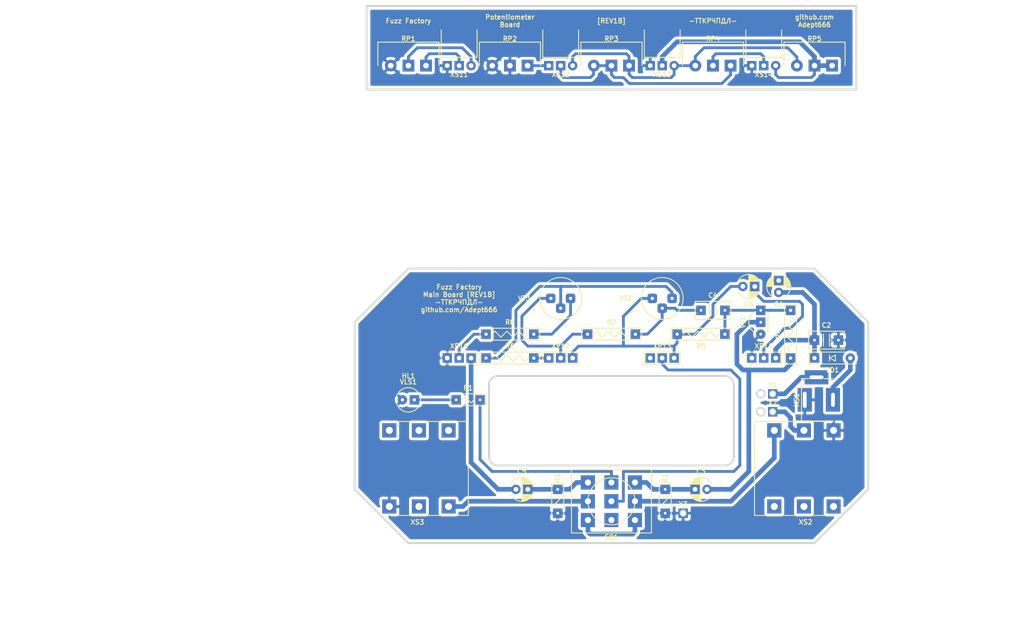
<source format=kicad_pcb>
(kicad_pcb (version 20171130) (host pcbnew 5.1.12-84ad8e8a86~92~ubuntu20.04.1)

  (general
    (thickness 1.6)
    (drawings 52)
    (tracks 178)
    (zones 0)
    (modules 48)
    (nets 41)
  )

  (page A4)
  (title_block
    (title "ТКП-1.14.B-1 / ТКП-1.15.B-1")
    (date 2024-09-05)
    (rev "1B / 1B")
    (company "Fuzz Factory Main Board [REV1B] / Fuzz Factory Potentiometer Board [REV1B]")
    (comment 1 http://github.com/Adept666)
    (comment 2 "Igor Ivanov (Игорь Иванов)")
    (comment 3 -ТТКРЧПДЛ-)
    (comment 4 "This project is licensed under GNU General Public License v3.0 or later")
  )

  (layers
    (0 F.Cu jumper)
    (31 B.Cu signal)
    (32 B.Adhes user)
    (34 B.Paste user)
    (37 F.SilkS user)
    (38 B.Mask user)
    (40 Dwgs.User user)
    (42 Eco1.User user)
    (44 Edge.Cuts user)
    (45 Margin user)
    (46 B.CrtYd user)
    (47 F.CrtYd user)
    (49 F.Fab user)
  )

  (setup
    (last_trace_width 1)
    (user_trace_width 0.6)
    (trace_clearance 0)
    (zone_clearance 0.6)
    (zone_45_only no)
    (trace_min 0.2)
    (via_size 2)
    (via_drill 1)
    (via_min_size 0.4)
    (via_min_drill 0.3)
    (uvia_size 0.3)
    (uvia_drill 0.1)
    (uvias_allowed no)
    (uvia_min_size 0)
    (uvia_min_drill 0)
    (edge_width 0.4)
    (segment_width 0.2)
    (pcb_text_width 0.3)
    (pcb_text_size 1.5 1.5)
    (mod_edge_width 0.15)
    (mod_text_size 1 1)
    (mod_text_width 0.15)
    (pad_size 0.4 0.4)
    (pad_drill 0)
    (pad_to_mask_clearance 0.2)
    (solder_mask_min_width 0.1)
    (aux_axis_origin 0 0)
    (visible_elements 7FFFFFFF)
    (pcbplotparams
      (layerselection 0x20000_7ffffffe)
      (usegerberextensions false)
      (usegerberattributes false)
      (usegerberadvancedattributes false)
      (creategerberjobfile false)
      (excludeedgelayer false)
      (linewidth 0.100000)
      (plotframeref true)
      (viasonmask false)
      (mode 1)
      (useauxorigin false)
      (hpglpennumber 1)
      (hpglpenspeed 20)
      (hpglpendiameter 15.000000)
      (psnegative false)
      (psa4output false)
      (plotreference true)
      (plotvalue true)
      (plotinvisibletext false)
      (padsonsilk true)
      (subtractmaskfromsilk false)
      (outputformat 4)
      (mirror false)
      (drillshape 0)
      (scaleselection 1)
      (outputdirectory ""))
  )

  (net 0 "")
  (net 1 COM)
  (net 2 /LED)
  (net 3 "Net-(SB1-PadNC1)")
  (net 4 "Net-(SB1-PadNC2)")
  (net 5 "Net-(XS2-PadSN)")
  (net 6 "Net-(XS2-PadTN)")
  (net 7 /IN-CON)
  (net 8 /OUT-CON)
  (net 9 /PP3-POS)
  (net 10 /PP3-NEG)
  (net 11 "Net-(XS2-PadRN)")
  (net 12 "Net-(VD1-PadA)")
  (net 13 "Net-(HL1-PadA)")
  (net 14 "Net-(C3-Pad+)")
  (net 15 "Net-(C4-Pad1)")
  (net 16 "Net-(C4-Pad2)")
  (net 17 "Net-(R6-Pad2)")
  (net 18 "Net-(R8-Pad2)")
  (net 19 V)
  (net 20 /PB1)
  (net 21 /PBCOM)
  (net 22 /PB2)
  (net 23 /PB3)
  (net 24 /PB5)
  (net 25 /PB4)
  (net 26 /PBV)
  (net 27 /PB7)
  (net 28 /MB2)
  (net 29 /MB1)
  (net 30 /MB3)
  (net 31 /MB4)
  (net 32 /MB5)
  (net 33 /MB6)
  (net 34 /MB7)
  (net 35 "Net-(XS3-PadTN)")
  (net 36 "Net-(XS3-PadRN)")
  (net 37 "Net-(XS3-PadSN)")
  (net 38 "Net-(XS3-PadR)")
  (net 39 /IN-CIR)
  (net 40 /OUT-CIR)

  (net_class Default "This is the default net class."
    (clearance 0)
    (trace_width 1)
    (via_dia 2)
    (via_drill 1)
    (uvia_dia 0.3)
    (uvia_drill 0.1)
    (add_net /IN-CIR)
    (add_net /IN-CON)
    (add_net /LED)
    (add_net /MB1)
    (add_net /MB2)
    (add_net /MB3)
    (add_net /MB4)
    (add_net /MB5)
    (add_net /MB6)
    (add_net /MB7)
    (add_net /OUT-CIR)
    (add_net /OUT-CON)
    (add_net /PB1)
    (add_net /PB2)
    (add_net /PB3)
    (add_net /PB4)
    (add_net /PB5)
    (add_net /PB7)
    (add_net /PBCOM)
    (add_net /PBV)
    (add_net /PP3-NEG)
    (add_net /PP3-POS)
    (add_net COM)
    (add_net "Net-(C3-Pad+)")
    (add_net "Net-(C4-Pad1)")
    (add_net "Net-(C4-Pad2)")
    (add_net "Net-(HL1-PadA)")
    (add_net "Net-(R6-Pad2)")
    (add_net "Net-(R8-Pad2)")
    (add_net "Net-(SB1-PadNC1)")
    (add_net "Net-(SB1-PadNC2)")
    (add_net "Net-(VD1-PadA)")
    (add_net "Net-(XS2-PadRN)")
    (add_net "Net-(XS2-PadSN)")
    (add_net "Net-(XS2-PadTN)")
    (add_net "Net-(XS3-PadR)")
    (add_net "Net-(XS3-PadRN)")
    (add_net "Net-(XS3-PadSN)")
    (add_net "Net-(XS3-PadTN)")
    (add_net V)
  )

  (module KCL-VIRTUAL:VTC (layer B.Cu) (tedit 66D650D2) (tstamp 66D6791F)
    (at 149.86 133.89)
    (path /66D6B235)
    (fp_text reference VTC2 (at 0 -0.9525) (layer B.Paste)
      (effects (font (size 1 1) (thickness 0.2)) (justify mirror))
    )
    (fp_text value BOTTOM (at 0 -0.9525) (layer B.Paste) hide
      (effects (font (size 1 1) (thickness 0.2)) (justify mirror))
    )
    (fp_line (start -0.635 0) (end 0.635 0) (layer B.Paste) (width 0.4))
    (pad 1 smd circle (at 0 0) (size 0.4 0.4) (layers B.Cu)
      (net 19 V))
  )

  (module KCL-VIRTUAL:VJ (layer B.Cu) (tedit 66D6510D) (tstamp 66D6638D)
    (at 147.32 131.89)
    (path /66EA36F0)
    (fp_text reference VJ2.2 (at -0.635 0) (layer B.Adhes)
      (effects (font (size 1 1) (thickness 0.2)) (justify left mirror))
    )
    (fp_text value BOTTOM (at -0.635 0) (layer B.Adhes) hide
      (effects (font (size 1 1) (thickness 0.2)) (justify left mirror))
    )
    (fp_circle (center 0 0) (end 0.25 0) (layer B.Adhes) (width 0.5))
    (pad 1 smd circle (at 0 0) (size 0.4 0.4) (layers B.Cu)
      (net 2 /LED))
  )

  (module KCL-VIRTUAL:VJ (layer B.Cu) (tedit 66D65115) (tstamp 66D6976E)
    (at 190.5 105.41)
    (path /66DF1310)
    (fp_text reference VJ1.1 (at 0.635 0) (layer B.Adhes)
      (effects (font (size 1 1) (thickness 0.2)) (justify right mirror))
    )
    (fp_text value BOTTOM (at 0.635 0) (layer B.Adhes) hide
      (effects (font (size 1 1) (thickness 0.2)) (justify right mirror))
    )
    (fp_circle (center 0 0) (end 0.25 0) (layer B.Adhes) (width 0.5))
    (pad 1 smd circle (at 0 0) (size 0.4 0.4) (layers B.Cu)
      (net 19 V))
  )

  (module KCL-VIRTUAL:VJ (layer B.Cu) (tedit 66D6511D) (tstamp 66D66383)
    (at 147.32 135.89)
    (path /66E06C64)
    (fp_text reference VJ1.2 (at -0.635 0) (layer B.Adhes)
      (effects (font (size 1 1) (thickness 0.2)) (justify left mirror))
    )
    (fp_text value BOTTOM (at -0.635 0) (layer B.Adhes) hide
      (effects (font (size 1 1) (thickness 0.2)) (justify left mirror))
    )
    (fp_circle (center 0 0) (end 0.25 0) (layer B.Adhes) (width 0.5))
    (pad 1 smd circle (at 0 0) (size 0.4 0.4) (layers B.Cu)
      (net 19 V))
  )

  (module KCL-VIRTUAL:VTC (layer B.Cu) (tedit 66D650F8) (tstamp 66D6637E)
    (at 190.5 103.505)
    (path /66D5FC86)
    (fp_text reference VTC1 (at 0 -0.9525) (layer B.Paste)
      (effects (font (size 1 1) (thickness 0.2)) (justify mirror))
    )
    (fp_text value BOTTOM (at 0 -0.9525) (layer B.Paste) hide
      (effects (font (size 1 1) (thickness 0.2)) (justify mirror))
    )
    (fp_line (start -0.635 0) (end 0.635 0) (layer B.Paste) (width 0.4))
    (pad 1 smd circle (at 0 0) (size 0.4 0.4) (layers B.Cu)
      (net 19 V))
  )

  (module KCL-VIRTUAL:VJ (layer B.Cu) (tedit 66D65123) (tstamp 66D66379)
    (at 149.86 131.89)
    (path /66EBC3BA)
    (fp_text reference VJ2.1 (at 0.635 0) (layer B.Adhes)
      (effects (font (size 1 1) (thickness 0.2)) (justify right mirror))
    )
    (fp_text value BOTTOM (at 0.635 0) (layer B.Adhes) hide
      (effects (font (size 1 1) (thickness 0.2)) (justify right mirror))
    )
    (fp_circle (center 0 0) (end 0.25 0) (layer B.Adhes) (width 0.5))
    (pad 1 smd circle (at 0 0) (size 0.4 0.4) (layers B.Cu)
      (net 19 V))
  )

  (module KCL-TH-SL:LED-ROUND-05.0-UNI-SH-SPACER-PNL-5.3 (layer F.Cu) (tedit 61100F3A) (tstamp 61DAB3E3)
    (at 104.14 114.3)
    (path /5E64318D)
    (fp_text reference HL1 (at 0 -5.08) (layer F.SilkS)
      (effects (font (size 1 1) (thickness 0.2)))
    )
    (fp_text value FYL-5013UWC (at 0 -5.08) (layer F.Fab)
      (effects (font (size 1 1) (thickness 0.2)))
    )
    (fp_circle (center 0 0) (end 2.65 0) (layer Eco1.User) (width 0.4))
    (fp_line (start -2.5 -1.466994) (end -2.5 1.466994) (layer F.Fab) (width 0.2))
    (fp_circle (center 0 0) (end 2.5 0) (layer F.Fab) (width 0.2))
    (fp_arc (start 0 0) (end -2.5 1.469694) (angle -299.1) (layer F.Fab) (width 0.2))
    (pad C thru_hole circle (at -1.27 0) (size 2 2) (drill 0.7) (layers B.Cu B.Mask)
      (net 1 COM))
    (pad A thru_hole rect (at 1.27 0) (size 2 2) (drill 0.7) (layers B.Cu B.Mask)
      (net 13 "Net-(HL1-PadA)"))
  )

  (module SBEL:B013_C1 locked (layer F.Cu) (tedit 5F83402E) (tstamp 5F834B67)
    (at 147.32 115.57)
    (path /5E73CB02)
    (fp_text reference VE1 (at 0 -29.21) (layer F.SilkS) hide
      (effects (font (size 1 1) (thickness 0.2)))
    )
    (fp_text value B013 (at 0 -27.94) (layer F.Fab) hide
      (effects (font (size 1 1) (thickness 0.2)))
    )
    (fp_circle (center 69.4 13.335) (end 75.4 13.335) (layer Eco1.User) (width 0.4))
    (fp_circle (center -69.4 13.335) (end -63.4 13.335) (layer Eco1.User) (width 0.4))
    (fp_circle (center 70.9 -1.27) (end 76.4 -1.27) (layer Eco1.User) (width 0.4))
    (fp_line (start 83.55 -31.8) (end 83.55 31.8) (layer Eco1.User) (width 0.4))
    (fp_line (start -83.55 -31.8) (end -83.55 31.8) (layer Eco1.User) (width 0.4))
    (fp_line (start 87.55 -31.8) (end 87.55 31.8) (layer Eco1.User) (width 0.4))
    (fp_line (start -87.55 -31.8) (end -87.55 31.8) (layer Eco1.User) (width 0.4))
    (fp_line (start 57.25 31.8) (end 87.55 31.8) (layer Eco1.User) (width 0.4))
    (fp_line (start -87.55 31.8) (end -57.25 31.8) (layer Eco1.User) (width 0.4))
    (fp_line (start 57.25 -31.8) (end 87.55 -31.8) (layer Eco1.User) (width 0.4))
    (fp_line (start -87.55 -31.8) (end -57.25 -31.8) (layer Eco1.User) (width 0.4))
    (fp_line (start -57.25 -31.8) (end 57.25 -31.8) (layer Eco1.User) (width 0.4))
    (fp_line (start -57.25 31.8) (end 57.25 31.8) (layer Eco1.User) (width 0.4))
    (fp_line (start -57.25 -31.8) (end -57.25 31.8) (layer Eco1.User) (width 0.4))
    (fp_line (start 57.25 -31.8) (end 57.25 31.8) (layer Eco1.User) (width 0.4))
    (fp_line (start -55.75 -30.45) (end 55.75 -30.45) (layer Eco1.User) (width 0.4))
    (fp_line (start -55.75 30.45) (end 55.75 30.45) (layer Eco1.User) (width 0.4))
    (fp_line (start -55.75 -30.45) (end -55.75 30.45) (layer Eco1.User) (width 0.4))
    (fp_line (start 55.75 -30.45) (end 55.75 30.45) (layer Eco1.User) (width 0.4))
    (fp_circle (center -52.25 -27.1) (end -50.75 -27.1) (layer Eco1.User) (width 0.4))
    (fp_circle (center 52.25 -27.1) (end 53.75 -27.1) (layer Eco1.User) (width 0.4))
    (fp_circle (center -52.25 27.1) (end -50.75 27.1) (layer Eco1.User) (width 0.4))
    (fp_circle (center 52.25 27.1) (end 53.75 27.1) (layer Eco1.User) (width 0.4))
    (fp_line (start -55.75 -23.85) (end -52.25 -23.85) (layer Eco1.User) (width 0.4))
    (fp_line (start 52.25 -23.85) (end 55.75 -23.85) (layer Eco1.User) (width 0.4))
    (fp_line (start -55.75 23.85) (end -52.25 23.85) (layer Eco1.User) (width 0.4))
    (fp_line (start 52.25 23.85) (end 55.75 23.85) (layer Eco1.User) (width 0.4))
    (fp_line (start -49 -30.45) (end -49 -27.1) (layer Eco1.User) (width 0.4))
    (fp_line (start 49 -30.45) (end 49 -27.1) (layer Eco1.User) (width 0.4))
    (fp_line (start -49 27.1) (end -49 30.45) (layer Eco1.User) (width 0.4))
    (fp_line (start 49 27.1) (end 49 30.45) (layer Eco1.User) (width 0.4))
    (fp_arc (start -52.25 -27.1) (end -52.25 -23.85) (angle -90) (layer Eco1.User) (width 0.4))
    (fp_arc (start 52.25 -27.1) (end 49 -27.1) (angle -90) (layer Eco1.User) (width 0.4))
    (fp_arc (start -52.25 27.1) (end -49 27.1) (angle -90) (layer Eco1.User) (width 0.4))
    (fp_arc (start 52.25 27.1) (end 52.25 23.85) (angle -90) (layer Eco1.User) (width 0.4))
  )

  (module KCL-TH-SL:CON-PLS-03 (layer F.Cu) (tedit 5F82C133) (tstamp 5F831DD7)
    (at 114.935 105.41 180)
    (path /5F9AB078)
    (fp_text reference XP11 (at 0 2.54) (layer F.SilkS)
      (effects (font (size 1 1) (thickness 0.2)))
    )
    (fp_text value PLS-03 (at 0 0) (layer F.Fab)
      (effects (font (size 1 1) (thickness 0.2)))
    )
    (fp_line (start 3.81 -1.27) (end 3.81 1.27) (layer F.CrtYd) (width 0.1))
    (fp_line (start -3.81 -1.27) (end -3.81 1.27) (layer F.CrtYd) (width 0.1))
    (fp_line (start -3.81 1.27) (end 3.81 1.27) (layer F.CrtYd) (width 0.1))
    (fp_line (start -3.81 -1.27) (end 3.81 -1.27) (layer F.CrtYd) (width 0.1))
    (fp_line (start 3.81 -1.27) (end 3.81 1.27) (layer F.SilkS) (width 0.2))
    (fp_line (start -3.81 -1.27) (end -3.81 1.27) (layer F.SilkS) (width 0.2))
    (fp_line (start -3.81 1.27) (end 3.81 1.27) (layer F.SilkS) (width 0.2))
    (fp_line (start -3.81 -1.27) (end 3.81 -1.27) (layer F.SilkS) (width 0.2))
    (fp_line (start -3.81 -1.27) (end 3.81 -1.27) (layer F.Fab) (width 0.2))
    (fp_line (start -3.81 1.27) (end 3.81 1.27) (layer F.Fab) (width 0.2))
    (fp_line (start -3.81 -1.27) (end -3.81 1.27) (layer F.Fab) (width 0.2))
    (fp_line (start 3.81 -1.27) (end 3.81 1.27) (layer F.Fab) (width 0.2))
    (pad 1 thru_hole rect (at -2.54 0 180) (size 2 2) (drill 1) (layers B.Cu B.Mask)
      (net 28 /MB2))
    (pad 2 thru_hole rect (at 0 0 180) (size 2 2) (drill 1) (layers B.Cu B.Mask)
      (net 29 /MB1))
    (pad 3 thru_hole rect (at 2.54 0 180) (size 2 2) (drill 1) (layers B.Cu B.Mask)
      (net 1 COM))
  )

  (module KCL-TH-SL:R-MFR-12 (layer F.Cu) (tedit 66D4D0C7) (tstamp 5F82F1E6)
    (at 158.75 135.89 90)
    (path /5E774F49)
    (fp_text reference R2 (at 3.81 0 90) (layer F.SilkS)
      (effects (font (size 1 1) (thickness 0.2)) (justify left))
    )
    (fp_text value 105 (at 0 0 90) (layer F.Fab)
      (effects (font (size 1 1) (thickness 0.2)))
    )
    (fp_line (start 0.635 0.635) (end 1.27 0) (layer F.SilkS) (width 0.2))
    (fp_line (start -0.635 -0.635) (end 0.635 0.635) (layer F.SilkS) (width 0.2))
    (fp_line (start -1.27 0) (end -0.635 -0.635) (layer F.SilkS) (width 0.2))
    (fp_line (start -3.81 1.27) (end -3.81 -1.27) (layer F.CrtYd) (width 0.1))
    (fp_line (start 3.81 1.27) (end -3.81 1.27) (layer F.CrtYd) (width 0.1))
    (fp_line (start 3.81 -1.27) (end 3.81 1.27) (layer F.CrtYd) (width 0.1))
    (fp_line (start -3.81 -1.27) (end 3.81 -1.27) (layer F.CrtYd) (width 0.1))
    (fp_line (start 3.81 -1.27) (end 3.81 1.27) (layer F.SilkS) (width 0.2))
    (fp_line (start -3.81 -1.27) (end -3.81 1.27) (layer F.SilkS) (width 0.2))
    (fp_line (start -3.81 1.27) (end 3.81 1.27) (layer F.SilkS) (width 0.2))
    (fp_line (start -3.81 -1.27) (end 3.81 -1.27) (layer F.SilkS) (width 0.2))
    (fp_line (start 1.7 -0.95) (end 1.7 0.95) (layer F.Fab) (width 0.2))
    (fp_line (start -1.7 -0.95) (end -1.7 0.95) (layer F.Fab) (width 0.2))
    (fp_line (start -1.7 0.95) (end 1.7 0.95) (layer F.Fab) (width 0.2))
    (fp_line (start -1.7 -0.95) (end 1.7 -0.95) (layer F.Fab) (width 0.2))
    (pad 1 thru_hole rect (at -2.54 0 90) (size 2 2) (drill 0.6) (layers B.Cu B.Mask)
      (net 1 COM))
    (pad 2 thru_hole rect (at 2.54 0 90) (size 2 2) (drill 0.6) (layers B.Cu B.Mask)
      (net 39 /IN-CIR))
  )

  (module KCL-TH-SL:CP-RADIAL-D05.0-P02.0-CLS (layer F.Cu) (tedit 5F1072EC) (tstamp 5F2F9219)
    (at 128.27 133.35)
    (path /5F23D482)
    (fp_text reference C5 (at 0 -3.81) (layer F.SilkS)
      (effects (font (size 1 1) (thickness 0.2)))
    )
    (fp_text value 106 (at 0 0) (layer F.Fab)
      (effects (font (size 1 1) (thickness 0.2)))
    )
    (fp_circle (center 0 0) (end 2.286 -1.143) (layer F.CrtYd) (width 0.1))
    (fp_circle (center 0 0) (end 2.5 0) (layer F.Fab) (width 0.2))
    (fp_poly (pts (xy 0 -2.54) (xy 0.762 -2.413) (xy 1.905 -1.651) (xy 2.286 -1.143)
      (xy 0.127 -1.143) (xy 0.127 1.143) (xy 2.286 1.143) (xy 1.905 1.651)
      (xy 0.762 2.413) (xy 0 2.54)) (layer F.SilkS) (width 0.2))
    (fp_arc (start 0 0) (end -2.285999 1.142999) (angle -126.8698976) (layer F.SilkS) (width 0.2))
    (fp_arc (start 0 0) (end 2.285999 -1.142999) (angle -126.8698976) (layer F.SilkS) (width 0.2))
    (pad + thru_hole circle (at -1.27 0) (size 2 2) (drill 1) (layers B.Cu B.Mask)
      (net 28 /MB2))
    (pad - thru_hole rect (at 1.27 0) (size 2 2) (drill 1) (layers B.Cu B.Mask)
      (net 40 /OUT-CIR))
  )

  (module KCL-TH-SL:CP-RADIAL-D05.0-P02.0-CLS (layer F.Cu) (tedit 5F1072EC) (tstamp 5F2F9201)
    (at 166.37 133.35 180)
    (path /5F241D61)
    (fp_text reference C3 (at 0 3.81) (layer F.SilkS)
      (effects (font (size 1 1) (thickness 0.2)))
    )
    (fp_text value 106 (at 0 0) (layer F.Fab)
      (effects (font (size 1 1) (thickness 0.2)))
    )
    (fp_circle (center 0 0) (end 2.286 -1.143) (layer F.CrtYd) (width 0.1))
    (fp_circle (center 0 0) (end 2.5 0) (layer F.Fab) (width 0.2))
    (fp_poly (pts (xy 0 -2.54) (xy 0.762 -2.413) (xy 1.905 -1.651) (xy 2.286 -1.143)
      (xy 0.127 -1.143) (xy 0.127 1.143) (xy 2.286 1.143) (xy 1.905 1.651)
      (xy 0.762 2.413) (xy 0 2.54)) (layer F.SilkS) (width 0.2))
    (fp_arc (start 0 0) (end -2.285999 1.142999) (angle -126.8698976) (layer F.SilkS) (width 0.2))
    (fp_arc (start 0 0) (end 2.285999 -1.142999) (angle -126.8698976) (layer F.SilkS) (width 0.2))
    (pad + thru_hole circle (at -1.27 0 180) (size 2 2) (drill 1) (layers B.Cu B.Mask)
      (net 14 "Net-(C3-Pad+)"))
    (pad - thru_hole rect (at 1.27 0 180) (size 2 2) (drill 1) (layers B.Cu B.Mask)
      (net 39 /IN-CIR))
  )

  (module KCL-TH-SL:CP-RADIAL-D05.0-P02.0-CLS (layer F.Cu) (tedit 5F1072EC) (tstamp 5F312E76)
    (at 176.53 90.17)
    (path /5F1FD3C8)
    (fp_text reference C6 (at 0 3.81) (layer F.SilkS)
      (effects (font (size 1 1) (thickness 0.2)))
    )
    (fp_text value 106 (at 0 0) (layer F.Fab)
      (effects (font (size 1 1) (thickness 0.2)))
    )
    (fp_circle (center 0 0) (end 2.286 -1.143) (layer F.CrtYd) (width 0.1))
    (fp_circle (center 0 0) (end 2.5 0) (layer F.Fab) (width 0.2))
    (fp_poly (pts (xy 0 -2.54) (xy 0.762 -2.413) (xy 1.905 -1.651) (xy 2.286 -1.143)
      (xy 0.127 -1.143) (xy 0.127 1.143) (xy 2.286 1.143) (xy 1.905 1.651)
      (xy 0.762 2.413) (xy 0 2.54)) (layer F.SilkS) (width 0.2))
    (fp_arc (start 0 0) (end -2.285999 1.142999) (angle -126.8698976) (layer F.SilkS) (width 0.2))
    (fp_arc (start 0 0) (end 2.285999 -1.142999) (angle -126.8698976) (layer F.SilkS) (width 0.2))
    (pad + thru_hole circle (at -1.27 0) (size 2 2) (drill 1) (layers B.Cu B.Mask)
      (net 32 /MB5))
    (pad - thru_hole rect (at 1.27 0) (size 2 2) (drill 1) (layers B.Cu B.Mask)
      (net 34 /MB7))
  )

  (module KCL-TH-SL:R-MFR-12 (layer F.Cu) (tedit 66D4D0BF) (tstamp 5F2F93C0)
    (at 135.89 135.89 90)
    (path /5F2B1A32)
    (fp_text reference R3 (at 3.81 0 90) (layer F.SilkS)
      (effects (font (size 1 1) (thickness 0.2)) (justify left))
    )
    (fp_text value 224 (at 0 0 90) (layer F.Fab)
      (effects (font (size 1 1) (thickness 0.2)))
    )
    (fp_line (start 0.635 0.635) (end 1.27 0) (layer F.SilkS) (width 0.2))
    (fp_line (start -0.635 -0.635) (end 0.635 0.635) (layer F.SilkS) (width 0.2))
    (fp_line (start -1.27 0) (end -0.635 -0.635) (layer F.SilkS) (width 0.2))
    (fp_line (start -3.81 1.27) (end -3.81 -1.27) (layer F.CrtYd) (width 0.1))
    (fp_line (start 3.81 1.27) (end -3.81 1.27) (layer F.CrtYd) (width 0.1))
    (fp_line (start 3.81 -1.27) (end 3.81 1.27) (layer F.CrtYd) (width 0.1))
    (fp_line (start -3.81 -1.27) (end 3.81 -1.27) (layer F.CrtYd) (width 0.1))
    (fp_line (start 3.81 -1.27) (end 3.81 1.27) (layer F.SilkS) (width 0.2))
    (fp_line (start -3.81 -1.27) (end -3.81 1.27) (layer F.SilkS) (width 0.2))
    (fp_line (start -3.81 1.27) (end 3.81 1.27) (layer F.SilkS) (width 0.2))
    (fp_line (start -3.81 -1.27) (end 3.81 -1.27) (layer F.SilkS) (width 0.2))
    (fp_line (start 1.7 -0.95) (end 1.7 0.95) (layer F.Fab) (width 0.2))
    (fp_line (start -1.7 -0.95) (end -1.7 0.95) (layer F.Fab) (width 0.2))
    (fp_line (start -1.7 0.95) (end 1.7 0.95) (layer F.Fab) (width 0.2))
    (fp_line (start -1.7 -0.95) (end 1.7 -0.95) (layer F.Fab) (width 0.2))
    (pad 1 thru_hole rect (at -2.54 0 90) (size 2 2) (drill 0.6) (layers B.Cu B.Mask)
      (net 1 COM))
    (pad 2 thru_hole rect (at 2.54 0 90) (size 2 2) (drill 0.6) (layers B.Cu B.Mask)
      (net 40 /OUT-CIR))
  )

  (module KCL-TH-SL:R-MFR-25 (layer F.Cu) (tedit 66D4D102) (tstamp 5F2F93AB)
    (at 125.73 100.33)
    (path /5F0D93F4)
    (fp_text reference R8 (at 0 -2.54) (layer F.SilkS)
      (effects (font (size 1 1) (thickness 0.2)))
    )
    (fp_text value 512 (at 0 0) (layer F.Fab)
      (effects (font (size 1 1) (thickness 0.2)))
    )
    (fp_line (start 3.175 0.635) (end 3.81 0) (layer F.SilkS) (width 0.2))
    (fp_line (start 1.905 -0.635) (end 3.175 0.635) (layer F.SilkS) (width 0.2))
    (fp_line (start 0.635 0.635) (end 1.905 -0.635) (layer F.SilkS) (width 0.2))
    (fp_line (start -0.635 -0.635) (end 0.635 0.635) (layer F.SilkS) (width 0.2))
    (fp_line (start -1.905 0.635) (end -0.635 -0.635) (layer F.SilkS) (width 0.2))
    (fp_line (start -3.175 -0.635) (end -1.905 0.635) (layer F.SilkS) (width 0.2))
    (fp_line (start -3.81 0) (end -3.175 -0.635) (layer F.SilkS) (width 0.2))
    (fp_line (start -6.35 1.27) (end -6.35 -1.27) (layer F.CrtYd) (width 0.1))
    (fp_line (start 6.35 1.27) (end -6.35 1.27) (layer F.CrtYd) (width 0.1))
    (fp_line (start 6.35 -1.27) (end 6.35 1.27) (layer F.CrtYd) (width 0.1))
    (fp_line (start -6.35 -1.27) (end 6.35 -1.27) (layer F.CrtYd) (width 0.1))
    (fp_line (start 6.35 -1.27) (end 6.35 1.27) (layer F.SilkS) (width 0.2))
    (fp_line (start -6.35 -1.27) (end -6.35 1.27) (layer F.SilkS) (width 0.2))
    (fp_line (start -6.35 1.27) (end 6.35 1.27) (layer F.SilkS) (width 0.2))
    (fp_line (start -6.35 -1.27) (end 6.35 -1.27) (layer F.SilkS) (width 0.2))
    (fp_line (start 3.15 -1.2) (end 3.15 1.2) (layer F.Fab) (width 0.2))
    (fp_line (start -3.15 -1.2) (end -3.15 1.2) (layer F.Fab) (width 0.2))
    (fp_line (start -3.15 1.2) (end 3.15 1.2) (layer F.Fab) (width 0.2))
    (fp_line (start -3.15 -1.2) (end 3.15 -1.2) (layer F.Fab) (width 0.2))
    (pad 1 thru_hole rect (at -5.08 0) (size 2 2) (drill 0.7) (layers B.Cu B.Mask)
      (net 29 /MB1))
    (pad 2 thru_hole rect (at 5.08 0) (size 2 2) (drill 0.7) (layers B.Cu B.Mask)
      (net 18 "Net-(R8-Pad2)"))
  )

  (module KCL-TH-SL:R-MFR-25 (layer F.Cu) (tedit 66D4D0F5) (tstamp 5F391FBC)
    (at 147.32 100.33 180)
    (path /5F1F1A20)
    (fp_text reference R7 (at 0 2.54) (layer F.SilkS)
      (effects (font (size 1 1) (thickness 0.2)))
    )
    (fp_text value 473 (at 0 0) (layer F.Fab)
      (effects (font (size 1 1) (thickness 0.2)))
    )
    (fp_line (start 3.175 0.635) (end 3.81 0) (layer F.SilkS) (width 0.2))
    (fp_line (start 1.905 -0.635) (end 3.175 0.635) (layer F.SilkS) (width 0.2))
    (fp_line (start 0.635 0.635) (end 1.905 -0.635) (layer F.SilkS) (width 0.2))
    (fp_line (start -0.635 -0.635) (end 0.635 0.635) (layer F.SilkS) (width 0.2))
    (fp_line (start -1.905 0.635) (end -0.635 -0.635) (layer F.SilkS) (width 0.2))
    (fp_line (start -3.175 -0.635) (end -1.905 0.635) (layer F.SilkS) (width 0.2))
    (fp_line (start -3.81 0) (end -3.175 -0.635) (layer F.SilkS) (width 0.2))
    (fp_line (start -6.35 1.27) (end -6.35 -1.27) (layer F.CrtYd) (width 0.1))
    (fp_line (start 6.35 1.27) (end -6.35 1.27) (layer F.CrtYd) (width 0.1))
    (fp_line (start 6.35 -1.27) (end 6.35 1.27) (layer F.CrtYd) (width 0.1))
    (fp_line (start -6.35 -1.27) (end 6.35 -1.27) (layer F.CrtYd) (width 0.1))
    (fp_line (start 6.35 -1.27) (end 6.35 1.27) (layer F.SilkS) (width 0.2))
    (fp_line (start -6.35 -1.27) (end -6.35 1.27) (layer F.SilkS) (width 0.2))
    (fp_line (start -6.35 1.27) (end 6.35 1.27) (layer F.SilkS) (width 0.2))
    (fp_line (start -6.35 -1.27) (end 6.35 -1.27) (layer F.SilkS) (width 0.2))
    (fp_line (start 3.15 -1.2) (end 3.15 1.2) (layer F.Fab) (width 0.2))
    (fp_line (start -3.15 -1.2) (end -3.15 1.2) (layer F.Fab) (width 0.2))
    (fp_line (start -3.15 1.2) (end 3.15 1.2) (layer F.Fab) (width 0.2))
    (fp_line (start -3.15 -1.2) (end 3.15 -1.2) (layer F.Fab) (width 0.2))
    (pad 1 thru_hole rect (at -5.08 0 180) (size 2 2) (drill 0.7) (layers B.Cu B.Mask)
      (net 16 "Net-(C4-Pad2)"))
    (pad 2 thru_hole rect (at 5.08 0 180) (size 2 2) (drill 0.7) (layers B.Cu B.Mask)
      (net 31 /MB4))
  )

  (module KCL-TH-SL:R-MFR-25 (layer F.Cu) (tedit 66D4D105) (tstamp 5F2F9379)
    (at 125.73 105.41 180)
    (path /5F0D72FE)
    (fp_text reference R6 (at 0 2.54) (layer F.SilkS)
      (effects (font (size 1 1) (thickness 0.2)))
    )
    (fp_text value 471 (at 0 0) (layer F.Fab)
      (effects (font (size 1 1) (thickness 0.2)))
    )
    (fp_line (start 3.175 0.635) (end 3.81 0) (layer F.SilkS) (width 0.2))
    (fp_line (start 1.905 -0.635) (end 3.175 0.635) (layer F.SilkS) (width 0.2))
    (fp_line (start 0.635 0.635) (end 1.905 -0.635) (layer F.SilkS) (width 0.2))
    (fp_line (start -0.635 -0.635) (end 0.635 0.635) (layer F.SilkS) (width 0.2))
    (fp_line (start -1.905 0.635) (end -0.635 -0.635) (layer F.SilkS) (width 0.2))
    (fp_line (start -3.175 -0.635) (end -1.905 0.635) (layer F.SilkS) (width 0.2))
    (fp_line (start -3.81 0) (end -3.175 -0.635) (layer F.SilkS) (width 0.2))
    (fp_line (start -6.35 1.27) (end -6.35 -1.27) (layer F.CrtYd) (width 0.1))
    (fp_line (start 6.35 1.27) (end -6.35 1.27) (layer F.CrtYd) (width 0.1))
    (fp_line (start 6.35 -1.27) (end 6.35 1.27) (layer F.CrtYd) (width 0.1))
    (fp_line (start -6.35 -1.27) (end 6.35 -1.27) (layer F.CrtYd) (width 0.1))
    (fp_line (start 6.35 -1.27) (end 6.35 1.27) (layer F.SilkS) (width 0.2))
    (fp_line (start -6.35 -1.27) (end -6.35 1.27) (layer F.SilkS) (width 0.2))
    (fp_line (start -6.35 1.27) (end 6.35 1.27) (layer F.SilkS) (width 0.2))
    (fp_line (start -6.35 -1.27) (end 6.35 -1.27) (layer F.SilkS) (width 0.2))
    (fp_line (start 3.15 -1.2) (end 3.15 1.2) (layer F.Fab) (width 0.2))
    (fp_line (start -3.15 -1.2) (end -3.15 1.2) (layer F.Fab) (width 0.2))
    (fp_line (start -3.15 1.2) (end 3.15 1.2) (layer F.Fab) (width 0.2))
    (fp_line (start -3.15 -1.2) (end 3.15 -1.2) (layer F.Fab) (width 0.2))
    (pad 1 thru_hole rect (at -5.08 0 180) (size 2 2) (drill 0.7) (layers B.Cu B.Mask)
      (net 30 /MB3))
    (pad 2 thru_hole rect (at 5.08 0 180) (size 2 2) (drill 0.7) (layers B.Cu B.Mask)
      (net 17 "Net-(R6-Pad2)"))
  )

  (module KCL-TH-SL:R-MFR-25 (layer F.Cu) (tedit 66D4D0EC) (tstamp 5F8345E1)
    (at 166.37 100.33 180)
    (path /5F18409A)
    (fp_text reference R5 (at 0 -2.54) (layer F.SilkS)
      (effects (font (size 1 1) (thickness 0.2)))
    )
    (fp_text value 103 (at 0 0) (layer F.Fab)
      (effects (font (size 1 1) (thickness 0.2)))
    )
    (fp_line (start 3.175 0.635) (end 3.81 0) (layer F.SilkS) (width 0.2))
    (fp_line (start 1.905 -0.635) (end 3.175 0.635) (layer F.SilkS) (width 0.2))
    (fp_line (start 0.635 0.635) (end 1.905 -0.635) (layer F.SilkS) (width 0.2))
    (fp_line (start -0.635 -0.635) (end 0.635 0.635) (layer F.SilkS) (width 0.2))
    (fp_line (start -1.905 0.635) (end -0.635 -0.635) (layer F.SilkS) (width 0.2))
    (fp_line (start -3.175 -0.635) (end -1.905 0.635) (layer F.SilkS) (width 0.2))
    (fp_line (start -3.81 0) (end -3.175 -0.635) (layer F.SilkS) (width 0.2))
    (fp_line (start -6.35 1.27) (end -6.35 -1.27) (layer F.CrtYd) (width 0.1))
    (fp_line (start 6.35 1.27) (end -6.35 1.27) (layer F.CrtYd) (width 0.1))
    (fp_line (start 6.35 -1.27) (end 6.35 1.27) (layer F.CrtYd) (width 0.1))
    (fp_line (start -6.35 -1.27) (end 6.35 -1.27) (layer F.CrtYd) (width 0.1))
    (fp_line (start 6.35 -1.27) (end 6.35 1.27) (layer F.SilkS) (width 0.2))
    (fp_line (start -6.35 -1.27) (end -6.35 1.27) (layer F.SilkS) (width 0.2))
    (fp_line (start -6.35 1.27) (end 6.35 1.27) (layer F.SilkS) (width 0.2))
    (fp_line (start -6.35 -1.27) (end 6.35 -1.27) (layer F.SilkS) (width 0.2))
    (fp_line (start 3.15 -1.2) (end 3.15 1.2) (layer F.Fab) (width 0.2))
    (fp_line (start -3.15 -1.2) (end -3.15 1.2) (layer F.Fab) (width 0.2))
    (fp_line (start -3.15 1.2) (end 3.15 1.2) (layer F.Fab) (width 0.2))
    (fp_line (start -3.15 -1.2) (end 3.15 -1.2) (layer F.Fab) (width 0.2))
    (pad 1 thru_hole rect (at -5.08 0 180) (size 2 2) (drill 0.7) (layers B.Cu B.Mask)
      (net 15 "Net-(C4-Pad1)"))
    (pad 2 thru_hole rect (at 5.08 0 180) (size 2 2) (drill 0.7) (layers B.Cu B.Mask)
      (net 32 /MB5))
  )

  (module KCL-TH-SL:R-MFR-25 (layer F.Cu) (tedit 66D4D0E3) (tstamp 5F83426A)
    (at 185.42 100.33 90)
    (path /5F18B771)
    (fp_text reference R4 (at 0 -2.54 90) (layer F.SilkS)
      (effects (font (size 1 1) (thickness 0.2)))
    )
    (fp_text value 224 (at 0 0 90) (layer F.Fab)
      (effects (font (size 1 1) (thickness 0.2)))
    )
    (fp_line (start 3.175 0.635) (end 3.81 0) (layer F.SilkS) (width 0.2))
    (fp_line (start 1.905 -0.635) (end 3.175 0.635) (layer F.SilkS) (width 0.2))
    (fp_line (start 0.635 0.635) (end 1.905 -0.635) (layer F.SilkS) (width 0.2))
    (fp_line (start -0.635 -0.635) (end 0.635 0.635) (layer F.SilkS) (width 0.2))
    (fp_line (start -1.905 0.635) (end -0.635 -0.635) (layer F.SilkS) (width 0.2))
    (fp_line (start -3.175 -0.635) (end -1.905 0.635) (layer F.SilkS) (width 0.2))
    (fp_line (start -3.81 0) (end -3.175 -0.635) (layer F.SilkS) (width 0.2))
    (fp_line (start -6.35 1.27) (end -6.35 -1.27) (layer F.CrtYd) (width 0.1))
    (fp_line (start 6.35 1.27) (end -6.35 1.27) (layer F.CrtYd) (width 0.1))
    (fp_line (start 6.35 -1.27) (end 6.35 1.27) (layer F.CrtYd) (width 0.1))
    (fp_line (start -6.35 -1.27) (end 6.35 -1.27) (layer F.CrtYd) (width 0.1))
    (fp_line (start 6.35 -1.27) (end 6.35 1.27) (layer F.SilkS) (width 0.2))
    (fp_line (start -6.35 -1.27) (end -6.35 1.27) (layer F.SilkS) (width 0.2))
    (fp_line (start -6.35 1.27) (end 6.35 1.27) (layer F.SilkS) (width 0.2))
    (fp_line (start -6.35 -1.27) (end 6.35 -1.27) (layer F.SilkS) (width 0.2))
    (fp_line (start 3.15 -1.2) (end 3.15 1.2) (layer F.Fab) (width 0.2))
    (fp_line (start -3.15 -1.2) (end -3.15 1.2) (layer F.Fab) (width 0.2))
    (fp_line (start -3.15 1.2) (end 3.15 1.2) (layer F.Fab) (width 0.2))
    (fp_line (start -3.15 -1.2) (end 3.15 -1.2) (layer F.Fab) (width 0.2))
    (pad 1 thru_hole rect (at -5.08 0 90) (size 2 2) (drill 0.7) (layers B.Cu B.Mask)
      (net 14 "Net-(C3-Pad+)"))
    (pad 2 thru_hole rect (at 5.08 0 90) (size 2 2) (drill 0.7) (layers B.Cu B.Mask)
      (net 15 "Net-(C4-Pad1)"))
  )

  (module KCL-TH-SL:C-DISK-D04.2-T03.0-P05.08-d0.5 (layer F.Cu) (tedit 66D4C54B) (tstamp 5F2F923A)
    (at 168.91 95.25 180)
    (path /5F1C0224)
    (fp_text reference C4 (at 0 3.175) (layer F.SilkS)
      (effects (font (size 1 1) (thickness 0.2)))
    )
    (fp_text value 104 (at 0 0) (layer F.Fab)
      (effects (font (size 1 1) (thickness 0.2)))
    )
    (fp_line (start 3.81 -1.905) (end 3.81 1.905) (layer F.CrtYd) (width 0.1))
    (fp_line (start -3.81 -1.905) (end -3.81 1.905) (layer F.CrtYd) (width 0.1))
    (fp_line (start -3.81 1.905) (end 3.81 1.905) (layer F.CrtYd) (width 0.1))
    (fp_line (start -3.81 -1.905) (end 3.81 -1.905) (layer F.CrtYd) (width 0.1))
    (fp_line (start 0.635 -1.27) (end 0.635 1.27) (layer F.SilkS) (width 0.2))
    (fp_line (start -0.635 -1.27) (end -0.635 1.27) (layer F.SilkS) (width 0.2))
    (fp_line (start 0.635 0) (end 1.27 0) (layer F.SilkS) (width 0.2))
    (fp_line (start -1.27 0) (end -0.635 0) (layer F.SilkS) (width 0.2))
    (fp_line (start 3.81 -1.905) (end 3.81 1.905) (layer F.SilkS) (width 0.2))
    (fp_line (start -3.81 -1.905) (end -3.81 1.905) (layer F.SilkS) (width 0.2))
    (fp_line (start -3.81 1.905) (end 3.81 1.905) (layer F.SilkS) (width 0.2))
    (fp_line (start -3.81 -1.905) (end 3.81 -1.905) (layer F.SilkS) (width 0.2))
    (fp_line (start -0.6 1.5) (end 0.6 1.5) (layer F.Fab) (width 0.2))
    (fp_line (start -0.6 -1.5) (end 0.6 -1.5) (layer F.Fab) (width 0.2))
    (fp_arc (start 0.6 0) (end 0.6 1.5) (angle -180) (layer F.Fab) (width 0.2))
    (fp_arc (start -0.6 0) (end -0.6 -1.5) (angle -180) (layer F.Fab) (width 0.2))
    (pad 1 thru_hole rect (at -2.54 0 180) (size 2 2) (drill 0.6) (layers B.Cu B.Mask)
      (net 15 "Net-(C4-Pad1)"))
    (pad 2 thru_hole rect (at 2.54 0 180) (size 2 2) (drill 0.6) (layers B.Cu B.Mask)
      (net 16 "Net-(C4-Pad2)"))
  )

  (module KCL-TH-SL:CON-PLS-03 (layer F.Cu) (tedit 5DA59ABE) (tstamp 5F3047D7)
    (at 158.115 105.41 180)
    (path /5FA559CE)
    (fp_text reference XP13 (at 0 2.54) (layer F.SilkS)
      (effects (font (size 1 1) (thickness 0.2)))
    )
    (fp_text value PLS-03 (at 0 0) (layer F.Fab)
      (effects (font (size 1 1) (thickness 0.2)))
    )
    (fp_line (start 3.81 -1.27) (end 3.81 1.27) (layer F.CrtYd) (width 0.1))
    (fp_line (start -3.81 -1.27) (end -3.81 1.27) (layer F.CrtYd) (width 0.1))
    (fp_line (start -3.81 1.27) (end 3.81 1.27) (layer F.CrtYd) (width 0.1))
    (fp_line (start -3.81 -1.27) (end 3.81 -1.27) (layer F.CrtYd) (width 0.1))
    (fp_line (start 3.81 -1.27) (end 3.81 1.27) (layer F.SilkS) (width 0.2))
    (fp_line (start -3.81 -1.27) (end -3.81 1.27) (layer F.SilkS) (width 0.2))
    (fp_line (start -3.81 1.27) (end 3.81 1.27) (layer F.SilkS) (width 0.2))
    (fp_line (start -3.81 -1.27) (end 3.81 -1.27) (layer F.SilkS) (width 0.2))
    (fp_line (start -3.81 -1.27) (end 3.81 -1.27) (layer F.Fab) (width 0.2))
    (fp_line (start -3.81 1.27) (end 3.81 1.27) (layer F.Fab) (width 0.2))
    (fp_line (start -3.81 -1.27) (end -3.81 1.27) (layer F.Fab) (width 0.2))
    (fp_line (start 3.81 -1.27) (end 3.81 1.27) (layer F.Fab) (width 0.2))
    (pad 1 thru_hole rect (at -2.54 0 180) (size 2 2) (drill 1) (layers B.Cu B.Mask)
      (net 32 /MB5))
    (pad 2 thru_hole rect (at 0 0 180) (size 2 2) (drill 1) (layers B.Cu B.Mask)
      (net 19 V))
    (pad 3 thru_hole rect (at 2.54 0 180) (size 2 2) (drill 1) (layers B.Cu B.Mask)
      (net 33 /MB6))
  )

  (module KCL-TH-SL:CON-PLS-03 (layer F.Cu) (tedit 5DA59ABE) (tstamp 5F3047D7)
    (at 179.705 105.41 180)
    (path /5FA5EEB3)
    (fp_text reference XP14 (at 0 2.54) (layer F.SilkS)
      (effects (font (size 1 1) (thickness 0.2)))
    )
    (fp_text value PLS-03 (at 0 0) (layer F.Fab)
      (effects (font (size 1 1) (thickness 0.2)))
    )
    (fp_line (start 3.81 -1.27) (end 3.81 1.27) (layer F.CrtYd) (width 0.1))
    (fp_line (start -3.81 -1.27) (end -3.81 1.27) (layer F.CrtYd) (width 0.1))
    (fp_line (start -3.81 1.27) (end 3.81 1.27) (layer F.CrtYd) (width 0.1))
    (fp_line (start -3.81 -1.27) (end 3.81 -1.27) (layer F.CrtYd) (width 0.1))
    (fp_line (start 3.81 -1.27) (end 3.81 1.27) (layer F.SilkS) (width 0.2))
    (fp_line (start -3.81 -1.27) (end -3.81 1.27) (layer F.SilkS) (width 0.2))
    (fp_line (start -3.81 1.27) (end 3.81 1.27) (layer F.SilkS) (width 0.2))
    (fp_line (start -3.81 -1.27) (end 3.81 -1.27) (layer F.SilkS) (width 0.2))
    (fp_line (start -3.81 -1.27) (end 3.81 -1.27) (layer F.Fab) (width 0.2))
    (fp_line (start -3.81 1.27) (end 3.81 1.27) (layer F.Fab) (width 0.2))
    (fp_line (start -3.81 -1.27) (end -3.81 1.27) (layer F.Fab) (width 0.2))
    (fp_line (start 3.81 -1.27) (end 3.81 1.27) (layer F.Fab) (width 0.2))
    (pad 1 thru_hole rect (at -2.54 0 180) (size 2 2) (drill 1) (layers B.Cu B.Mask)
      (net 19 V))
    (pad 2 thru_hole rect (at 0 0 180) (size 2 2) (drill 1) (layers B.Cu B.Mask)
      (net 34 /MB7))
    (pad 3 thru_hole rect (at 2.54 0 180) (size 2 2) (drill 1) (layers B.Cu B.Mask)
      (net 1 COM))
  )

  (module KCL-TH-SL:CON-PLS-03 (layer F.Cu) (tedit 5DA59ABE) (tstamp 5F3047D7)
    (at 136.525 105.41 180)
    (path /5FA4F5D8)
    (fp_text reference XP12 (at 0 2.54) (layer F.SilkS)
      (effects (font (size 1 1) (thickness 0.2)))
    )
    (fp_text value PLS-03 (at 0 0) (layer F.Fab)
      (effects (font (size 1 1) (thickness 0.2)))
    )
    (fp_line (start 3.81 -1.27) (end 3.81 1.27) (layer F.CrtYd) (width 0.1))
    (fp_line (start -3.81 -1.27) (end -3.81 1.27) (layer F.CrtYd) (width 0.1))
    (fp_line (start -3.81 1.27) (end 3.81 1.27) (layer F.CrtYd) (width 0.1))
    (fp_line (start -3.81 -1.27) (end 3.81 -1.27) (layer F.CrtYd) (width 0.1))
    (fp_line (start 3.81 -1.27) (end 3.81 1.27) (layer F.SilkS) (width 0.2))
    (fp_line (start -3.81 -1.27) (end -3.81 1.27) (layer F.SilkS) (width 0.2))
    (fp_line (start -3.81 1.27) (end 3.81 1.27) (layer F.SilkS) (width 0.2))
    (fp_line (start -3.81 -1.27) (end 3.81 -1.27) (layer F.SilkS) (width 0.2))
    (fp_line (start -3.81 -1.27) (end 3.81 -1.27) (layer F.Fab) (width 0.2))
    (fp_line (start -3.81 1.27) (end 3.81 1.27) (layer F.Fab) (width 0.2))
    (fp_line (start -3.81 -1.27) (end -3.81 1.27) (layer F.Fab) (width 0.2))
    (fp_line (start 3.81 -1.27) (end 3.81 1.27) (layer F.Fab) (width 0.2))
    (pad 1 thru_hole rect (at -2.54 0 180) (size 2 2) (drill 1) (layers B.Cu B.Mask)
      (net 32 /MB5))
    (pad 2 thru_hole rect (at 0 0 180) (size 2 2) (drill 1) (layers B.Cu B.Mask)
      (net 31 /MB4))
    (pad 3 thru_hole rect (at 2.54 0 180) (size 2 2) (drill 1) (layers B.Cu B.Mask)
      (net 30 /MB3))
  )

  (module KCL-TH-SL:CON-PBS-03R (layer F.Cu) (tedit 66D4C5A0) (tstamp 5F83635B)
    (at 179.705 43.18 180)
    (path /5FA5EEC5)
    (fp_text reference XS14 (at 0 -1.905) (layer F.SilkS)
      (effects (font (size 1 1) (thickness 0.2)))
    )
    (fp_text value PBS-03R (at 0 5.715) (layer F.Fab)
      (effects (font (size 1 1) (thickness 0.2)))
    )
    (fp_line (start 3.81 -0.5) (end 3.81 10.16) (layer F.CrtYd) (width 0.1))
    (fp_line (start -3.81 -0.5) (end -3.81 10.16) (layer F.CrtYd) (width 0.1))
    (fp_line (start -3.81 10.16) (end 3.81 10.16) (layer F.CrtYd) (width 0.1))
    (fp_line (start -3.81 -0.5) (end 3.81 -0.5) (layer F.CrtYd) (width 0.1))
    (fp_line (start 3.81 1.76) (end 3.81 7.62) (layer F.SilkS) (width 0.2))
    (fp_line (start -3.81 1.76) (end -3.81 7.62) (layer F.SilkS) (width 0.2))
    (fp_line (start -3.81 1.76) (end 3.81 1.76) (layer F.SilkS) (width 0.2))
    (fp_line (start -3.81 1.76) (end 3.81 1.76) (layer F.Fab) (width 0.2))
    (fp_line (start -3.81 10.16) (end 3.81 10.16) (layer F.Fab) (width 0.2))
    (fp_line (start -3.81 1.76) (end -3.81 10.16) (layer F.Fab) (width 0.2))
    (fp_line (start 3.81 1.76) (end 3.81 10.16) (layer F.Fab) (width 0.2))
    (pad 1 thru_hole circle (at -2.54 0 180) (size 2 2) (drill 1) (layers B.Cu B.Mask)
      (net 26 /PBV))
    (pad 2 thru_hole rect (at 0 0 180) (size 2 2) (drill 1) (layers B.Cu B.Mask)
      (net 27 /PB7))
    (pad 3 thru_hole rect (at 2.54 0 180) (size 2 2) (drill 1) (layers B.Cu B.Mask)
      (net 21 /PBCOM))
  )

  (module KCL-TH-SL:CON-PBS-03R (layer F.Cu) (tedit 66D4C592) (tstamp 5F836427)
    (at 158.115 43.18 180)
    (path /5FA559D4)
    (fp_text reference XS13 (at 0 -1.905) (layer F.SilkS)
      (effects (font (size 1 1) (thickness 0.2)))
    )
    (fp_text value PBS-03R (at 0 5.715) (layer F.Fab)
      (effects (font (size 1 1) (thickness 0.2)))
    )
    (fp_line (start 3.81 -0.5) (end 3.81 10.16) (layer F.CrtYd) (width 0.1))
    (fp_line (start -3.81 -0.5) (end -3.81 10.16) (layer F.CrtYd) (width 0.1))
    (fp_line (start -3.81 10.16) (end 3.81 10.16) (layer F.CrtYd) (width 0.1))
    (fp_line (start -3.81 -0.5) (end 3.81 -0.5) (layer F.CrtYd) (width 0.1))
    (fp_line (start 3.81 1.76) (end 3.81 7.62) (layer F.SilkS) (width 0.2))
    (fp_line (start -3.81 1.76) (end -3.81 7.62) (layer F.SilkS) (width 0.2))
    (fp_line (start -3.81 1.76) (end 3.81 1.76) (layer F.SilkS) (width 0.2))
    (fp_line (start -3.81 1.76) (end 3.81 1.76) (layer F.Fab) (width 0.2))
    (fp_line (start -3.81 10.16) (end 3.81 10.16) (layer F.Fab) (width 0.2))
    (fp_line (start -3.81 1.76) (end -3.81 10.16) (layer F.Fab) (width 0.2))
    (fp_line (start 3.81 1.76) (end 3.81 10.16) (layer F.Fab) (width 0.2))
    (pad 1 thru_hole circle (at -2.54 0 180) (size 2 2) (drill 1) (layers B.Cu B.Mask)
      (net 24 /PB5))
    (pad 2 thru_hole rect (at 0 0 180) (size 2 2) (drill 1) (layers B.Cu B.Mask)
      (net 26 /PBV))
    (pad 3 thru_hole rect (at 2.54 0 180) (size 2 2) (drill 1) (layers B.Cu B.Mask)
      (net 21 /PBCOM))
  )

  (module KCL-TH-SL:CON-PBS-03R (layer F.Cu) (tedit 66D4C576) (tstamp 5F836502)
    (at 114.935 43.18 180)
    (path /5F9FF4FA)
    (fp_text reference XS11 (at 0 -1.905) (layer F.SilkS)
      (effects (font (size 1 1) (thickness 0.2)))
    )
    (fp_text value PBS-03R (at 0 5.715) (layer F.Fab)
      (effects (font (size 1 1) (thickness 0.2)))
    )
    (fp_line (start 3.81 -0.5) (end 3.81 10.16) (layer F.CrtYd) (width 0.1))
    (fp_line (start -3.81 -0.5) (end -3.81 10.16) (layer F.CrtYd) (width 0.1))
    (fp_line (start -3.81 10.16) (end 3.81 10.16) (layer F.CrtYd) (width 0.1))
    (fp_line (start -3.81 -0.5) (end 3.81 -0.5) (layer F.CrtYd) (width 0.1))
    (fp_line (start 3.81 1.76) (end 3.81 7.62) (layer F.SilkS) (width 0.2))
    (fp_line (start -3.81 1.76) (end -3.81 7.62) (layer F.SilkS) (width 0.2))
    (fp_line (start -3.81 1.76) (end 3.81 1.76) (layer F.SilkS) (width 0.2))
    (fp_line (start -3.81 1.76) (end 3.81 1.76) (layer F.Fab) (width 0.2))
    (fp_line (start -3.81 10.16) (end 3.81 10.16) (layer F.Fab) (width 0.2))
    (fp_line (start -3.81 1.76) (end -3.81 10.16) (layer F.Fab) (width 0.2))
    (fp_line (start 3.81 1.76) (end 3.81 10.16) (layer F.Fab) (width 0.2))
    (pad 1 thru_hole circle (at -2.54 0 180) (size 2 2) (drill 1) (layers B.Cu B.Mask)
      (net 22 /PB2))
    (pad 2 thru_hole rect (at 0 0 180) (size 2 2) (drill 1) (layers B.Cu B.Mask)
      (net 20 /PB1))
    (pad 3 thru_hole rect (at 2.54 0 180) (size 2 2) (drill 1) (layers B.Cu B.Mask)
      (net 21 /PBCOM))
  )

  (module KCL-TH-SL:CON-PBS-03R (layer F.Cu) (tedit 66D4C585) (tstamp 5F83669D)
    (at 136.525 43.18 180)
    (path /5FA4F5F0)
    (fp_text reference XS12 (at 0 -1.905) (layer F.SilkS)
      (effects (font (size 1 1) (thickness 0.2)))
    )
    (fp_text value PBS-03R (at 0 5.715) (layer F.Fab)
      (effects (font (size 1 1) (thickness 0.2)))
    )
    (fp_line (start 3.81 -0.5) (end 3.81 10.16) (layer F.CrtYd) (width 0.1))
    (fp_line (start -3.81 -0.5) (end -3.81 10.16) (layer F.CrtYd) (width 0.1))
    (fp_line (start -3.81 10.16) (end 3.81 10.16) (layer F.CrtYd) (width 0.1))
    (fp_line (start -3.81 -0.5) (end 3.81 -0.5) (layer F.CrtYd) (width 0.1))
    (fp_line (start 3.81 1.76) (end 3.81 7.62) (layer F.SilkS) (width 0.2))
    (fp_line (start -3.81 1.76) (end -3.81 7.62) (layer F.SilkS) (width 0.2))
    (fp_line (start -3.81 1.76) (end 3.81 1.76) (layer F.SilkS) (width 0.2))
    (fp_line (start -3.81 1.76) (end 3.81 1.76) (layer F.Fab) (width 0.2))
    (fp_line (start -3.81 10.16) (end 3.81 10.16) (layer F.Fab) (width 0.2))
    (fp_line (start -3.81 1.76) (end -3.81 10.16) (layer F.Fab) (width 0.2))
    (fp_line (start 3.81 1.76) (end 3.81 10.16) (layer F.Fab) (width 0.2))
    (pad 1 thru_hole circle (at -2.54 0 180) (size 2 2) (drill 1) (layers B.Cu B.Mask)
      (net 24 /PB5))
    (pad 2 thru_hole rect (at 0 0 180) (size 2 2) (drill 1) (layers B.Cu B.Mask)
      (net 25 /PB4))
    (pad 3 thru_hole rect (at 2.54 0 180) (size 2 2) (drill 1) (layers B.Cu B.Mask)
      (net 23 /PB3))
  )

  (module KCL-TH-SL:CON-DC-005 (layer F.Cu) (tedit 5EF3812C) (tstamp 5F836878)
    (at 201.93 114.3 90)
    (path /5E7A1138)
    (fp_text reference XS1 (at 0 -15.24 90) (layer F.SilkS)
      (effects (font (size 1 1) (thickness 0.2)))
    )
    (fp_text value DC-005 (at 0 -8.89 180) (layer F.Fab)
      (effects (font (size 1 1) (thickness 0.2)))
    )
    (fp_line (start -4.5 -14.2) (end 4.5 -14.2) (layer F.Fab) (width 0.2))
    (fp_line (start 4.5 -14.2) (end 4.5 0) (layer F.Fab) (width 0.2))
    (fp_line (start -4.5 0) (end 4.5 0) (layer F.Fab) (width 0.2))
    (fp_line (start -4.5 -14.2) (end -4.5 0) (layer F.Fab) (width 0.2))
    (fp_line (start -4.5 -14.2) (end 5.2 -14.2) (layer F.CrtYd) (width 0.1))
    (fp_line (start -4.5 0) (end 5.2 0) (layer F.CrtYd) (width 0.1))
    (fp_line (start -4.5 -14.2) (end -4.5 0) (layer F.CrtYd) (width 0.1))
    (fp_line (start 5.2 -14.2) (end 5.2 0) (layer F.CrtYd) (width 0.1))
    (fp_line (start -4.5 -3.3) (end 4.5 -3.3) (layer F.Fab) (width 0.2))
    (fp_line (start -4.5 -14.2) (end 4.5 -14.2) (layer F.SilkS) (width 0.2))
    (fp_line (start -4.5 -14.2) (end -4.5 -7.5) (layer F.SilkS) (width 0.2))
    (fp_line (start 4.5 -9.398) (end 4.5 -7.5) (layer F.SilkS) (width 0.2))
    (fp_line (start 4.5 -14.2) (end 4.5 -12.573) (layer F.SilkS) (width 0.2))
    (pad C thru_hole rect (at 0 -13.5 90) (size 5 3) (drill oval 3.5 0.8) (layers B.Cu B.Mask)
      (net 1 COM))
    (pad SN thru_hole rect (at 4.8 -11 90) (size 3 5) (drill oval 0.8 3) (layers B.Cu B.Mask)
      (net 9 /PP3-POS))
    (pad S thru_hole rect (at 0 -7.5 90) (size 5 3) (drill oval 3 0.8) (layers B.Cu B.Mask)
      (net 12 "Net-(VD1-PadA)"))
  )

  (module KCL-TH-SL:P-КТЮ-3-6 (layer F.Cu) (tedit 5F81A708) (tstamp 5F301981)
    (at 136.525 92.71)
    (path /5F32C814)
    (fp_text reference VT3 (at -6.35 0) (layer F.SilkS)
      (effects (font (size 1 1) (thickness 0.2)) (justify right))
    )
    (fp_text value МП40 (at 0 0) (layer F.Fab)
      (effects (font (size 1 1) (thickness 0.2)))
    )
    (fp_circle (center 0 0) (end 4.25 0) (layer F.Fab) (width 0.2))
    (fp_circle (center 0 0) (end 5.85 0) (layer F.CrtYd) (width 0.1))
    (fp_circle (center 0 0) (end 4.445 0) (layer F.SilkS) (width 0.2))
    (fp_circle (center 0 0) (end 5.85 0) (layer F.Fab) (width 0.2))
    (pad B thru_hole roundrect (at 0 2.1) (size 2 2) (drill 0.7) (layers B.Cu B.Mask) (roundrect_rratio 0.25)
      (net 17 "Net-(R6-Pad2)"))
    (pad E thru_hole roundrect (at -2.1 0) (size 2 2) (drill 0.7) (layers B.Cu B.Mask) (roundrect_rratio 0.25)
      (net 31 /MB4))
    (pad C thru_hole roundrect (at 2.1 0) (size 2 2) (drill 0.7) (layers B.Cu B.Mask) (roundrect_rratio 0.25)
      (net 18 "Net-(R8-Pad2)"))
  )

  (module KCL-TH-SL:P-КТЮ-3-6 (layer F.Cu) (tedit 5F81A708) (tstamp 5F30203A)
    (at 158.115 92.71)
    (path /5F315B5B)
    (fp_text reference VT2 (at -6.35 0) (layer F.SilkS)
      (effects (font (size 1 1) (thickness 0.2)) (justify right))
    )
    (fp_text value МП40 (at 0 0) (layer F.Fab)
      (effects (font (size 1 1) (thickness 0.2)))
    )
    (fp_circle (center 0 0) (end 4.25 0) (layer F.Fab) (width 0.2))
    (fp_circle (center 0 0) (end 5.85 0) (layer F.CrtYd) (width 0.1))
    (fp_circle (center 0 0) (end 4.445 0) (layer F.SilkS) (width 0.2))
    (fp_circle (center 0 0) (end 5.85 0) (layer F.Fab) (width 0.2))
    (pad B thru_hole roundrect (at 0 2.1) (size 2 2) (drill 0.7) (layers B.Cu B.Mask) (roundrect_rratio 0.25)
      (net 16 "Net-(C4-Pad2)"))
    (pad E thru_hole roundrect (at -2.1 0) (size 2 2) (drill 0.7) (layers B.Cu B.Mask) (roundrect_rratio 0.25)
      (net 32 /MB5))
    (pad C thru_hole roundrect (at 2.1 0) (size 2 2) (drill 0.7) (layers B.Cu B.Mask) (roundrect_rratio 0.25)
      (net 17 "Net-(R6-Pad2)"))
  )

  (module KCL-TH-SL:P-TO-92-E-B-C (layer F.Cu) (tedit 66D4D0AC) (tstamp 5F391366)
    (at 179.07 97.79 90)
    (path /5F310276)
    (fp_text reference VT1 (at 0 -3.81 90) (layer F.SilkS)
      (effects (font (size 1 1) (thickness 0.2)))
    )
    (fp_text value 3904 (at 0 0 90) (layer F.Fab)
      (effects (font (size 1 1) (thickness 0.2)))
    )
    (fp_line (start 2.84 -2.54) (end 2.84 1.525) (layer F.CrtYd) (width 0.1))
    (fp_line (start -2.84 -2.54) (end -2.84 1.525) (layer F.CrtYd) (width 0.1))
    (fp_line (start -2.84 1.525) (end 2.84 1.525) (layer F.CrtYd) (width 0.1))
    (fp_line (start -2.84 -2.54) (end 2.84 -2.54) (layer F.CrtYd) (width 0.1))
    (fp_line (start -2.032 1.524) (end 2.032 1.524) (layer F.SilkS) (width 0.2))
    (fp_line (start -2.03125 1.525) (end 2.03125 1.525) (layer F.Fab) (width 0.2))
    (fp_arc (start 0 0) (end -2.03125 1.525) (angle 253.8) (layer F.Fab) (width 0.2))
    (fp_arc (start 0 0) (end 0 -2.54) (angle -63.4) (layer F.SilkS) (width 0.2))
    (fp_arc (start 0 0) (end 0 -2.54) (angle 63.4) (layer F.SilkS) (width 0.2))
    (fp_arc (start 0 0) (end 2.032 1.524) (angle -10.30485656) (layer F.SilkS) (width 0.2))
    (fp_arc (start 0 0) (end -2.032 1.524) (angle 10.3) (layer F.SilkS) (width 0.2))
    (pad C thru_hole rect (at 2.54 0 90) (size 2 2) (drill 0.6) (layers B.Cu B.Mask)
      (net 15 "Net-(C4-Pad1)"))
    (pad B thru_hole rect (at 0 0 90) (size 2 2) (drill 0.6) (layers B.Cu B.Mask)
      (net 14 "Net-(C3-Pad+)"))
    (pad E thru_hole circle (at -2.54 0 90) (size 2 2) (drill 0.6) (layers B.Cu B.Mask)
      (net 1 COM))
  )

  (module KCL-TH-SL:RP-RK1233N1-L15-KC (layer F.Cu) (tedit 5E7DC9AF) (tstamp 5F836630)
    (at 190.5 43.18)
    (path /5F0B6133)
    (fp_text reference RP5 (at 0 -5.715) (layer F.SilkS)
      (effects (font (size 1 1) (thickness 0.2)))
    )
    (fp_text value B5K (at 0 -1.905) (layer F.Fab)
      (effects (font (size 1 1) (thickness 0.2)))
    )
    (fp_line (start 3 12) (end 3 13) (layer F.Fab) (width 0.2))
    (fp_line (start -3 12) (end -3 13) (layer F.Fab) (width 0.2))
    (fp_line (start 6.5 -5) (end 6.5 20) (layer F.CrtYd) (width 0.1))
    (fp_line (start -6.5 -5) (end -6.5 20) (layer F.CrtYd) (width 0.1))
    (fp_line (start -6.5 20) (end 6.5 20) (layer F.CrtYd) (width 0.1))
    (fp_line (start -6.5 -5) (end 6.5 -5) (layer F.CrtYd) (width 0.1))
    (fp_line (start 6.5 -5) (end 6.5 0) (layer F.SilkS) (width 0.2))
    (fp_line (start -6.5 -5) (end -6.5 0) (layer F.SilkS) (width 0.2))
    (fp_line (start -6.5 -5) (end 6.5 -5) (layer F.SilkS) (width 0.2))
    (fp_line (start -3.5 12) (end 3.5 12) (layer F.Fab) (width 0.2))
    (fp_line (start 2.5 13) (end 2.5 14) (layer F.Fab) (width 0.2))
    (fp_line (start -2.5 13) (end -2.5 14) (layer F.Fab) (width 0.2))
    (fp_line (start -3 14) (end 3 14) (layer F.Fab) (width 0.2))
    (fp_line (start -3 13) (end 3 13) (layer F.Fab) (width 0.2))
    (fp_line (start 3 14) (end 3 20) (layer F.Fab) (width 0.2))
    (fp_line (start -3 14) (end -3 20) (layer F.Fab) (width 0.2))
    (fp_line (start 3.5 5) (end 3.5 12) (layer F.Fab) (width 0.2))
    (fp_line (start -3.5 5) (end -3.5 12) (layer F.Fab) (width 0.2))
    (fp_line (start 4.5 2) (end 4.5 5) (layer F.Fab) (width 0.2))
    (fp_line (start 2 2) (end 2 5) (layer F.Fab) (width 0.2))
    (fp_line (start -2 2) (end -2 5) (layer F.Fab) (width 0.2))
    (fp_line (start -4.5 2) (end -4.5 5) (layer F.Fab) (width 0.2))
    (fp_line (start 6.5 -5) (end 6.5 2) (layer F.Fab) (width 0.2))
    (fp_line (start -6.5 -5) (end -6.5 2) (layer F.Fab) (width 0.2))
    (fp_line (start -3 20) (end 3 20) (layer F.Fab) (width 0.2))
    (fp_line (start -4.5 5) (end 4.5 5) (layer F.Fab) (width 0.2))
    (fp_line (start -6.5 2) (end 6.5 2) (layer F.Fab) (width 0.2))
    (fp_line (start -6.5 -5) (end 6.5 -5) (layer F.Fab) (width 0.2))
    (pad 3 thru_hole rect (at 3.75 0) (size 2.5 2.5) (drill 1.2) (layers B.Cu B.Mask)
      (net 26 /PBV))
    (pad 1 thru_hole circle (at -3.75 0) (size 2.5 2.5) (drill 1.2) (layers B.Cu B.Mask)
      (net 24 /PB5))
    (pad 2 thru_hole rect (at 0 0) (size 2.5 2.5) (drill 1.2) (layers B.Cu B.Mask)
      (net 26 /PBV))
  )

  (module KCL-TH-SL:RP-RK1233N1-L15-KC (layer F.Cu) (tedit 5E7DC9AF) (tstamp 5F836483)
    (at 168.91 43.18)
    (path /5F0B51C5)
    (fp_text reference RP4 (at 0 -5.715) (layer F.SilkS)
      (effects (font (size 1 1) (thickness 0.2)))
    )
    (fp_text value B10K (at 0 -1.905) (layer F.Fab)
      (effects (font (size 1 1) (thickness 0.2)))
    )
    (fp_line (start 3 12) (end 3 13) (layer F.Fab) (width 0.2))
    (fp_line (start -3 12) (end -3 13) (layer F.Fab) (width 0.2))
    (fp_line (start 6.5 -5) (end 6.5 20) (layer F.CrtYd) (width 0.1))
    (fp_line (start -6.5 -5) (end -6.5 20) (layer F.CrtYd) (width 0.1))
    (fp_line (start -6.5 20) (end 6.5 20) (layer F.CrtYd) (width 0.1))
    (fp_line (start -6.5 -5) (end 6.5 -5) (layer F.CrtYd) (width 0.1))
    (fp_line (start 6.5 -5) (end 6.5 0) (layer F.SilkS) (width 0.2))
    (fp_line (start -6.5 -5) (end -6.5 0) (layer F.SilkS) (width 0.2))
    (fp_line (start -6.5 -5) (end 6.5 -5) (layer F.SilkS) (width 0.2))
    (fp_line (start -3.5 12) (end 3.5 12) (layer F.Fab) (width 0.2))
    (fp_line (start 2.5 13) (end 2.5 14) (layer F.Fab) (width 0.2))
    (fp_line (start -2.5 13) (end -2.5 14) (layer F.Fab) (width 0.2))
    (fp_line (start -3 14) (end 3 14) (layer F.Fab) (width 0.2))
    (fp_line (start -3 13) (end 3 13) (layer F.Fab) (width 0.2))
    (fp_line (start 3 14) (end 3 20) (layer F.Fab) (width 0.2))
    (fp_line (start -3 14) (end -3 20) (layer F.Fab) (width 0.2))
    (fp_line (start 3.5 5) (end 3.5 12) (layer F.Fab) (width 0.2))
    (fp_line (start -3.5 5) (end -3.5 12) (layer F.Fab) (width 0.2))
    (fp_line (start 4.5 2) (end 4.5 5) (layer F.Fab) (width 0.2))
    (fp_line (start 2 2) (end 2 5) (layer F.Fab) (width 0.2))
    (fp_line (start -2 2) (end -2 5) (layer F.Fab) (width 0.2))
    (fp_line (start -4.5 2) (end -4.5 5) (layer F.Fab) (width 0.2))
    (fp_line (start 6.5 -5) (end 6.5 2) (layer F.Fab) (width 0.2))
    (fp_line (start -6.5 -5) (end -6.5 2) (layer F.Fab) (width 0.2))
    (fp_line (start -3 20) (end 3 20) (layer F.Fab) (width 0.2))
    (fp_line (start -4.5 5) (end 4.5 5) (layer F.Fab) (width 0.2))
    (fp_line (start -6.5 2) (end 6.5 2) (layer F.Fab) (width 0.2))
    (fp_line (start -6.5 -5) (end 6.5 -5) (layer F.Fab) (width 0.2))
    (pad 3 thru_hole rect (at 3.75 0) (size 2.5 2.5) (drill 1.2) (layers B.Cu B.Mask)
      (net 25 /PB4))
    (pad 1 thru_hole circle (at -3.75 0) (size 2.5 2.5) (drill 1.2) (layers B.Cu B.Mask)
      (net 24 /PB5))
    (pad 2 thru_hole rect (at 0 0) (size 2.5 2.5) (drill 1.2) (layers B.Cu B.Mask)
      (net 27 /PB7))
  )

  (module KCL-TH-SL:RP-RK1233N1-L15-KC (layer F.Cu) (tedit 5E7DC9AF) (tstamp 5F8363BA)
    (at 147.32 43.18)
    (path /5F0B43DF)
    (fp_text reference RP3 (at 0 -5.715) (layer F.SilkS)
      (effects (font (size 1 1) (thickness 0.2)))
    )
    (fp_text value B10K (at 0 -1.905) (layer F.Fab)
      (effects (font (size 1 1) (thickness 0.2)))
    )
    (fp_line (start 3 12) (end 3 13) (layer F.Fab) (width 0.2))
    (fp_line (start -3 12) (end -3 13) (layer F.Fab) (width 0.2))
    (fp_line (start 6.5 -5) (end 6.5 20) (layer F.CrtYd) (width 0.1))
    (fp_line (start -6.5 -5) (end -6.5 20) (layer F.CrtYd) (width 0.1))
    (fp_line (start -6.5 20) (end 6.5 20) (layer F.CrtYd) (width 0.1))
    (fp_line (start -6.5 -5) (end 6.5 -5) (layer F.CrtYd) (width 0.1))
    (fp_line (start 6.5 -5) (end 6.5 0) (layer F.SilkS) (width 0.2))
    (fp_line (start -6.5 -5) (end -6.5 0) (layer F.SilkS) (width 0.2))
    (fp_line (start -6.5 -5) (end 6.5 -5) (layer F.SilkS) (width 0.2))
    (fp_line (start -3.5 12) (end 3.5 12) (layer F.Fab) (width 0.2))
    (fp_line (start 2.5 13) (end 2.5 14) (layer F.Fab) (width 0.2))
    (fp_line (start -2.5 13) (end -2.5 14) (layer F.Fab) (width 0.2))
    (fp_line (start -3 14) (end 3 14) (layer F.Fab) (width 0.2))
    (fp_line (start -3 13) (end 3 13) (layer F.Fab) (width 0.2))
    (fp_line (start 3 14) (end 3 20) (layer F.Fab) (width 0.2))
    (fp_line (start -3 14) (end -3 20) (layer F.Fab) (width 0.2))
    (fp_line (start 3.5 5) (end 3.5 12) (layer F.Fab) (width 0.2))
    (fp_line (start -3.5 5) (end -3.5 12) (layer F.Fab) (width 0.2))
    (fp_line (start 4.5 2) (end 4.5 5) (layer F.Fab) (width 0.2))
    (fp_line (start 2 2) (end 2 5) (layer F.Fab) (width 0.2))
    (fp_line (start -2 2) (end -2 5) (layer F.Fab) (width 0.2))
    (fp_line (start -4.5 2) (end -4.5 5) (layer F.Fab) (width 0.2))
    (fp_line (start 6.5 -5) (end 6.5 2) (layer F.Fab) (width 0.2))
    (fp_line (start -6.5 -5) (end -6.5 2) (layer F.Fab) (width 0.2))
    (fp_line (start -3 20) (end 3 20) (layer F.Fab) (width 0.2))
    (fp_line (start -4.5 5) (end 4.5 5) (layer F.Fab) (width 0.2))
    (fp_line (start -6.5 2) (end 6.5 2) (layer F.Fab) (width 0.2))
    (fp_line (start -6.5 -5) (end 6.5 -5) (layer F.Fab) (width 0.2))
    (pad 3 thru_hole rect (at 3.75 0) (size 2.5 2.5) (drill 1.2) (layers B.Cu B.Mask)
      (net 24 /PB5))
    (pad 1 thru_hole circle (at -3.75 0) (size 2.5 2.5) (drill 1.2) (layers B.Cu B.Mask)
      (net 25 /PB4))
    (pad 2 thru_hole rect (at 0 0) (size 2.5 2.5) (drill 1.2) (layers B.Cu B.Mask)
      (net 25 /PB4))
  )

  (module KCL-TH-SL:RP-RK1233N1-L15-KC (layer F.Cu) (tedit 5E7DC9AF) (tstamp 5F83654C)
    (at 125.73 43.18)
    (path /5EECB002)
    (fp_text reference RP2 (at 0 -5.715) (layer F.SilkS)
      (effects (font (size 1 1) (thickness 0.2)))
    )
    (fp_text value B10K (at 0 -1.905) (layer F.Fab)
      (effects (font (size 1 1) (thickness 0.2)))
    )
    (fp_line (start 3 12) (end 3 13) (layer F.Fab) (width 0.2))
    (fp_line (start -3 12) (end -3 13) (layer F.Fab) (width 0.2))
    (fp_line (start 6.5 -5) (end 6.5 20) (layer F.CrtYd) (width 0.1))
    (fp_line (start -6.5 -5) (end -6.5 20) (layer F.CrtYd) (width 0.1))
    (fp_line (start -6.5 20) (end 6.5 20) (layer F.CrtYd) (width 0.1))
    (fp_line (start -6.5 -5) (end 6.5 -5) (layer F.CrtYd) (width 0.1))
    (fp_line (start 6.5 -5) (end 6.5 0) (layer F.SilkS) (width 0.2))
    (fp_line (start -6.5 -5) (end -6.5 0) (layer F.SilkS) (width 0.2))
    (fp_line (start -6.5 -5) (end 6.5 -5) (layer F.SilkS) (width 0.2))
    (fp_line (start -3.5 12) (end 3.5 12) (layer F.Fab) (width 0.2))
    (fp_line (start 2.5 13) (end 2.5 14) (layer F.Fab) (width 0.2))
    (fp_line (start -2.5 13) (end -2.5 14) (layer F.Fab) (width 0.2))
    (fp_line (start -3 14) (end 3 14) (layer F.Fab) (width 0.2))
    (fp_line (start -3 13) (end 3 13) (layer F.Fab) (width 0.2))
    (fp_line (start 3 14) (end 3 20) (layer F.Fab) (width 0.2))
    (fp_line (start -3 14) (end -3 20) (layer F.Fab) (width 0.2))
    (fp_line (start 3.5 5) (end 3.5 12) (layer F.Fab) (width 0.2))
    (fp_line (start -3.5 5) (end -3.5 12) (layer F.Fab) (width 0.2))
    (fp_line (start 4.5 2) (end 4.5 5) (layer F.Fab) (width 0.2))
    (fp_line (start 2 2) (end 2 5) (layer F.Fab) (width 0.2))
    (fp_line (start -2 2) (end -2 5) (layer F.Fab) (width 0.2))
    (fp_line (start -4.5 2) (end -4.5 5) (layer F.Fab) (width 0.2))
    (fp_line (start 6.5 -5) (end 6.5 2) (layer F.Fab) (width 0.2))
    (fp_line (start -6.5 -5) (end -6.5 2) (layer F.Fab) (width 0.2))
    (fp_line (start -3 20) (end 3 20) (layer F.Fab) (width 0.2))
    (fp_line (start -4.5 5) (end 4.5 5) (layer F.Fab) (width 0.2))
    (fp_line (start -6.5 2) (end 6.5 2) (layer F.Fab) (width 0.2))
    (fp_line (start -6.5 -5) (end 6.5 -5) (layer F.Fab) (width 0.2))
    (pad 3 thru_hole rect (at 3.75 0) (size 2.5 2.5) (drill 1.2) (layers B.Cu B.Mask)
      (net 23 /PB3))
    (pad 1 thru_hole circle (at -3.75 0) (size 2.5 2.5) (drill 1.2) (layers B.Cu B.Mask)
      (net 21 /PBCOM))
    (pad 2 thru_hole rect (at 0 0) (size 2.5 2.5) (drill 1.2) (layers B.Cu B.Mask)
      (net 21 /PBCOM))
  )

  (module KCL-TH-SL:RP-RK1233N1-L15-KC (layer F.Cu) (tedit 5E7DC9AF) (tstamp 5F8365C7)
    (at 104.14 43.18)
    (path /5F0B0BD0)
    (fp_text reference RP1 (at 0 -5.715) (layer F.SilkS)
      (effects (font (size 1 1) (thickness 0.2)))
    )
    (fp_text value B5K (at 0 -1.905) (layer F.Fab)
      (effects (font (size 1 1) (thickness 0.2)))
    )
    (fp_line (start 3 12) (end 3 13) (layer F.Fab) (width 0.2))
    (fp_line (start -3 12) (end -3 13) (layer F.Fab) (width 0.2))
    (fp_line (start 6.5 -5) (end 6.5 20) (layer F.CrtYd) (width 0.1))
    (fp_line (start -6.5 -5) (end -6.5 20) (layer F.CrtYd) (width 0.1))
    (fp_line (start -6.5 20) (end 6.5 20) (layer F.CrtYd) (width 0.1))
    (fp_line (start -6.5 -5) (end 6.5 -5) (layer F.CrtYd) (width 0.1))
    (fp_line (start 6.5 -5) (end 6.5 0) (layer F.SilkS) (width 0.2))
    (fp_line (start -6.5 -5) (end -6.5 0) (layer F.SilkS) (width 0.2))
    (fp_line (start -6.5 -5) (end 6.5 -5) (layer F.SilkS) (width 0.2))
    (fp_line (start -3.5 12) (end 3.5 12) (layer F.Fab) (width 0.2))
    (fp_line (start 2.5 13) (end 2.5 14) (layer F.Fab) (width 0.2))
    (fp_line (start -2.5 13) (end -2.5 14) (layer F.Fab) (width 0.2))
    (fp_line (start -3 14) (end 3 14) (layer F.Fab) (width 0.2))
    (fp_line (start -3 13) (end 3 13) (layer F.Fab) (width 0.2))
    (fp_line (start 3 14) (end 3 20) (layer F.Fab) (width 0.2))
    (fp_line (start -3 14) (end -3 20) (layer F.Fab) (width 0.2))
    (fp_line (start 3.5 5) (end 3.5 12) (layer F.Fab) (width 0.2))
    (fp_line (start -3.5 5) (end -3.5 12) (layer F.Fab) (width 0.2))
    (fp_line (start 4.5 2) (end 4.5 5) (layer F.Fab) (width 0.2))
    (fp_line (start 2 2) (end 2 5) (layer F.Fab) (width 0.2))
    (fp_line (start -2 2) (end -2 5) (layer F.Fab) (width 0.2))
    (fp_line (start -4.5 2) (end -4.5 5) (layer F.Fab) (width 0.2))
    (fp_line (start 6.5 -5) (end 6.5 2) (layer F.Fab) (width 0.2))
    (fp_line (start -6.5 -5) (end -6.5 2) (layer F.Fab) (width 0.2))
    (fp_line (start -3 20) (end 3 20) (layer F.Fab) (width 0.2))
    (fp_line (start -4.5 5) (end 4.5 5) (layer F.Fab) (width 0.2))
    (fp_line (start -6.5 2) (end 6.5 2) (layer F.Fab) (width 0.2))
    (fp_line (start -6.5 -5) (end 6.5 -5) (layer F.Fab) (width 0.2))
    (pad 3 thru_hole rect (at 3.75 0) (size 2.5 2.5) (drill 1.2) (layers B.Cu B.Mask)
      (net 20 /PB1))
    (pad 1 thru_hole circle (at -3.75 0) (size 2.5 2.5) (drill 1.2) (layers B.Cu B.Mask)
      (net 21 /PBCOM))
    (pad 2 thru_hole rect (at 0 0) (size 2.5 2.5) (drill 1.2) (layers B.Cu B.Mask)
      (net 22 /PB2))
  )

  (module KCL-TH-SL:CON-PJ-644C (layer F.Cu) (tedit 5F81A4F9) (tstamp 5E5B8C62)
    (at 95.885 128.905 270)
    (path /5F00D80C)
    (fp_text reference XS3 (at 11.43 -10.16 180) (layer F.SilkS)
      (effects (font (size 1 1) (thickness 0.2)))
    )
    (fp_text value PJ-644C (at 0 -10.16 180) (layer F.Fab)
      (effects (font (size 1 1) (thickness 0.2)))
    )
    (fp_line (start -10 -21) (end 10 -21) (layer F.Fab) (width 0.2))
    (fp_line (start -7.85 1.4) (end 7.85 1.4) (layer F.Fab) (width 0.2))
    (fp_line (start -10 0) (end 10 0) (layer F.Fab) (width 0.2))
    (fp_line (start -6.5 6) (end 6.5 6) (layer F.Fab) (width 0.2))
    (fp_line (start -6.350853 8) (end 6.350853 8) (layer F.Fab) (width 0.2))
    (fp_line (start -10 -21) (end -10 0) (layer F.Fab) (width 0.2))
    (fp_line (start 10 -21) (end 10 0) (layer F.Fab) (width 0.2))
    (fp_line (start -7.85 0) (end -7.85 1.4) (layer F.Fab) (width 0.2))
    (fp_line (start 7.85 0) (end 7.85 1.4) (layer F.Fab) (width 0.2))
    (fp_line (start -3.175426 6) (end -3.175426 8) (layer F.Fab) (width 0.2))
    (fp_line (start 3.175426 6) (end 3.175426 8) (layer F.Fab) (width 0.2))
    (fp_line (start -6.350853 6) (end -6.350853 8) (layer F.Fab) (width 0.2))
    (fp_line (start 6.350853 6) (end 6.350853 8) (layer F.Fab) (width 0.2))
    (fp_line (start -10 -21) (end 10 -21) (layer F.SilkS) (width 0.2))
    (fp_line (start -10 -21) (end -10 -4.2) (layer F.SilkS) (width 0.2))
    (fp_line (start 10 -21) (end 10 -4.2) (layer F.SilkS) (width 0.2))
    (fp_line (start -4.5 -24.8) (end 4.5 -24.8) (layer F.CrtYd) (width 0.1))
    (fp_line (start -10 8) (end 10 8) (layer F.CrtYd) (width 0.1))
    (fp_line (start -10 -21) (end -10 8) (layer F.CrtYd) (width 0.1))
    (fp_line (start 10 -21) (end 10 8) (layer F.CrtYd) (width 0.1))
    (fp_line (start -4.5 -24.8) (end 4.5 -24.8) (layer F.Fab) (width 0.2))
    (fp_line (start -4.5 -24.8) (end -4.5 -21) (layer F.Fab) (width 0.2))
    (fp_line (start 4.5 -24.8) (end 4.5 -21) (layer F.Fab) (width 0.2))
    (fp_line (start -5.5 3.75) (end 5.5 3.75) (layer F.Fab) (width 0.2))
    (fp_line (start -7.85 4) (end 7.85 4) (layer F.Fab) (width 0.2))
    (fp_line (start -7.85 4.5) (end 7.85 4.5) (layer F.Fab) (width 0.2))
    (fp_line (start -5.5 1.4) (end -5.5 4) (layer F.Fab) (width 0.2))
    (fp_line (start 5.5 1.4) (end 5.5 4) (layer F.Fab) (width 0.2))
    (fp_line (start -7.85 4) (end -7.85 4.5) (layer F.Fab) (width 0.2))
    (fp_line (start 7.85 4) (end 7.85 4.5) (layer F.Fab) (width 0.2))
    (fp_line (start -7.85 4.5) (end -6.5 6) (layer F.Fab) (width 0.2))
    (fp_line (start 7.85 4.5) (end 6.5 6) (layer F.Fab) (width 0.2))
    (fp_line (start -10 -21) (end -4.5 -21) (layer F.CrtYd) (width 0.1))
    (fp_line (start 4.5 -21) (end 10 -21) (layer F.CrtYd) (width 0.1))
    (fp_line (start -4.5 -24.8) (end -4.5 -21) (layer F.CrtYd) (width 0.1))
    (fp_line (start 4.5 -24.8) (end 4.5 -21) (layer F.CrtYd) (width 0.1))
    (pad TN thru_hole rect (at -8.1 -16.8 270) (size 3 3) (drill 1.5) (layers B.Cu B.Mask)
      (net 35 "Net-(XS3-PadTN)"))
    (pad RN thru_hole rect (at -8.1 -10.5 270) (size 3 3) (drill 1.5) (layers B.Cu B.Mask)
      (net 36 "Net-(XS3-PadRN)"))
    (pad SN thru_hole rect (at -8.1 -4.2 270) (size 3 3) (drill 1.5) (layers B.Cu B.Mask)
      (net 37 "Net-(XS3-PadSN)"))
    (pad T thru_hole rect (at 8.1 -16.8 270) (size 3 3) (drill 1.5) (layers B.Cu B.Mask)
      (net 8 /OUT-CON))
    (pad R thru_hole rect (at 8.1 -10.5 270) (size 3 3) (drill 1.5) (layers B.Cu B.Mask)
      (net 38 "Net-(XS3-PadR)"))
    (pad S thru_hole rect (at 8.1 -4.2 270) (size 3 3) (drill 1.5) (layers B.Cu B.Mask)
      (net 1 COM))
  )

  (module KCL-TH-SL:CON-PJ-644C (layer F.Cu) (tedit 5F81A4F9) (tstamp 5F831E14)
    (at 198.755 128.905 90)
    (path /5F00D80B)
    (fp_text reference XS2 (at -11.43 -10.16 180) (layer F.SilkS)
      (effects (font (size 1 1) (thickness 0.2)))
    )
    (fp_text value PJ-644C (at 0 -10.16 180) (layer F.Fab)
      (effects (font (size 1 1) (thickness 0.2)))
    )
    (fp_line (start -10 -21) (end 10 -21) (layer F.Fab) (width 0.2))
    (fp_line (start -7.85 1.4) (end 7.85 1.4) (layer F.Fab) (width 0.2))
    (fp_line (start -10 0) (end 10 0) (layer F.Fab) (width 0.2))
    (fp_line (start -6.5 6) (end 6.5 6) (layer F.Fab) (width 0.2))
    (fp_line (start -6.350853 8) (end 6.350853 8) (layer F.Fab) (width 0.2))
    (fp_line (start -10 -21) (end -10 0) (layer F.Fab) (width 0.2))
    (fp_line (start 10 -21) (end 10 0) (layer F.Fab) (width 0.2))
    (fp_line (start -7.85 0) (end -7.85 1.4) (layer F.Fab) (width 0.2))
    (fp_line (start 7.85 0) (end 7.85 1.4) (layer F.Fab) (width 0.2))
    (fp_line (start -3.175426 6) (end -3.175426 8) (layer F.Fab) (width 0.2))
    (fp_line (start 3.175426 6) (end 3.175426 8) (layer F.Fab) (width 0.2))
    (fp_line (start -6.350853 6) (end -6.350853 8) (layer F.Fab) (width 0.2))
    (fp_line (start 6.350853 6) (end 6.350853 8) (layer F.Fab) (width 0.2))
    (fp_line (start -10 -21) (end 10 -21) (layer F.SilkS) (width 0.2))
    (fp_line (start -10 -21) (end -10 -4.2) (layer F.SilkS) (width 0.2))
    (fp_line (start 10 -21) (end 10 -4.2) (layer F.SilkS) (width 0.2))
    (fp_line (start -4.5 -24.8) (end 4.5 -24.8) (layer F.CrtYd) (width 0.1))
    (fp_line (start -10 8) (end 10 8) (layer F.CrtYd) (width 0.1))
    (fp_line (start -10 -21) (end -10 8) (layer F.CrtYd) (width 0.1))
    (fp_line (start 10 -21) (end 10 8) (layer F.CrtYd) (width 0.1))
    (fp_line (start -4.5 -24.8) (end 4.5 -24.8) (layer F.Fab) (width 0.2))
    (fp_line (start -4.5 -24.8) (end -4.5 -21) (layer F.Fab) (width 0.2))
    (fp_line (start 4.5 -24.8) (end 4.5 -21) (layer F.Fab) (width 0.2))
    (fp_line (start -5.5 3.75) (end 5.5 3.75) (layer F.Fab) (width 0.2))
    (fp_line (start -7.85 4) (end 7.85 4) (layer F.Fab) (width 0.2))
    (fp_line (start -7.85 4.5) (end 7.85 4.5) (layer F.Fab) (width 0.2))
    (fp_line (start -5.5 1.4) (end -5.5 4) (layer F.Fab) (width 0.2))
    (fp_line (start 5.5 1.4) (end 5.5 4) (layer F.Fab) (width 0.2))
    (fp_line (start -7.85 4) (end -7.85 4.5) (layer F.Fab) (width 0.2))
    (fp_line (start 7.85 4) (end 7.85 4.5) (layer F.Fab) (width 0.2))
    (fp_line (start -7.85 4.5) (end -6.5 6) (layer F.Fab) (width 0.2))
    (fp_line (start 7.85 4.5) (end 6.5 6) (layer F.Fab) (width 0.2))
    (fp_line (start -10 -21) (end -4.5 -21) (layer F.CrtYd) (width 0.1))
    (fp_line (start 4.5 -21) (end 10 -21) (layer F.CrtYd) (width 0.1))
    (fp_line (start -4.5 -24.8) (end -4.5 -21) (layer F.CrtYd) (width 0.1))
    (fp_line (start 4.5 -24.8) (end 4.5 -21) (layer F.CrtYd) (width 0.1))
    (pad TN thru_hole rect (at -8.1 -16.8 90) (size 3 3) (drill 1.5) (layers B.Cu B.Mask)
      (net 6 "Net-(XS2-PadTN)"))
    (pad RN thru_hole rect (at -8.1 -10.5 90) (size 3 3) (drill 1.5) (layers B.Cu B.Mask)
      (net 11 "Net-(XS2-PadRN)"))
    (pad SN thru_hole rect (at -8.1 -4.2 90) (size 3 3) (drill 1.5) (layers B.Cu B.Mask)
      (net 5 "Net-(XS2-PadSN)"))
    (pad T thru_hole rect (at 8.1 -16.8 90) (size 3 3) (drill 1.5) (layers B.Cu B.Mask)
      (net 7 /IN-CON))
    (pad R thru_hole rect (at 8.1 -10.5 90) (size 3 3) (drill 1.5) (layers B.Cu B.Mask)
      (net 10 /PP3-NEG))
    (pad S thru_hole rect (at 8.1 -4.2 90) (size 3 3) (drill 1.5) (layers B.Cu B.Mask)
      (net 1 COM))
  )

  (module KCL-TH-SL:P-DO-41 (layer F.Cu) (tedit 66D4D091) (tstamp 5E5BAA64)
    (at 194.31 105.41 180)
    (path /5F00D812)
    (fp_text reference VD1 (at 0 -2.54 180) (layer F.SilkS)
      (effects (font (size 1 1) (thickness 0.2)))
    )
    (fp_text value 5817 (at 0 0 180) (layer F.Fab)
      (effects (font (size 1 1) (thickness 0.2)))
    )
    (fp_line (start 1.8175 -1.1875) (end 1.8175 1.1875) (layer F.Fab) (width 0.2))
    (fp_line (start 0.635 -0.635) (end 0.635 0.635) (layer F.SilkS) (width 0.2))
    (fp_line (start -0.635 0.635) (end 0.635 0) (layer F.SilkS) (width 0.2))
    (fp_line (start -0.635 -0.635) (end 0.635 0) (layer F.SilkS) (width 0.2))
    (fp_line (start -0.635 -0.635) (end -0.635 0.635) (layer F.SilkS) (width 0.2))
    (fp_line (start -5.08 1.27) (end -5.08 -1.27) (layer F.CrtYd) (width 0.1))
    (fp_line (start 5.08 1.27) (end -5.08 1.27) (layer F.CrtYd) (width 0.1))
    (fp_line (start 5.08 -1.27) (end 5.08 1.27) (layer F.CrtYd) (width 0.1))
    (fp_line (start -5.08 -1.27) (end 5.08 -1.27) (layer F.CrtYd) (width 0.1))
    (fp_line (start 5.08 -1.27) (end 5.08 1.27) (layer F.SilkS) (width 0.2))
    (fp_line (start -5.08 -1.27) (end -5.08 1.27) (layer F.SilkS) (width 0.2))
    (fp_line (start -5.08 1.27) (end 5.08 1.27) (layer F.SilkS) (width 0.2))
    (fp_line (start -5.08 -1.27) (end 5.08 -1.27) (layer F.SilkS) (width 0.2))
    (fp_line (start 2.3175 -1.1875) (end 2.3175 1.1875) (layer F.Fab) (width 0.2))
    (fp_line (start -2.3175 -1.1875) (end -2.3175 1.1875) (layer F.Fab) (width 0.2))
    (fp_line (start -2.3175 1.1875) (end 2.3175 1.1875) (layer F.Fab) (width 0.2))
    (fp_line (start -2.3175 -1.1875) (end 2.3175 -1.1875) (layer F.Fab) (width 0.2))
    (pad A thru_hole circle (at -3.81 0 180) (size 2 2) (drill 0.9) (layers B.Cu B.Mask)
      (net 12 "Net-(VD1-PadA)"))
    (pad C thru_hole rect (at 3.81 0 180) (size 2 2) (drill 0.9) (layers B.Cu B.Mask)
      (net 19 V))
  )

  (module KCL-TH-SL:CP-RADIAL-D05.0-P02.0-CLS (layer F.Cu) (tedit 5F1072EC) (tstamp 5F836940)
    (at 182.88 90.17 90)
    (path /5F00D814)
    (fp_text reference C1 (at -3.81 0 180) (layer F.SilkS)
      (effects (font (size 1 1) (thickness 0.2)))
    )
    (fp_text value 107 (at 0 0 180) (layer F.Fab)
      (effects (font (size 1 1) (thickness 0.2)))
    )
    (fp_circle (center 0 0) (end 2.286 -1.143) (layer F.CrtYd) (width 0.1))
    (fp_circle (center 0 0) (end 2.5 0) (layer F.Fab) (width 0.2))
    (fp_poly (pts (xy 0 -2.54) (xy 0.762 -2.413) (xy 1.905 -1.651) (xy 2.286 -1.143)
      (xy 0.127 -1.143) (xy 0.127 1.143) (xy 2.286 1.143) (xy 1.905 1.651)
      (xy 0.762 2.413) (xy 0 2.54)) (layer F.SilkS) (width 0.2))
    (fp_arc (start 0 0) (end -2.285999 1.142999) (angle -126.8698976) (layer F.SilkS) (width 0.2))
    (fp_arc (start 0 0) (end 2.285999 -1.142999) (angle -126.8698976) (layer F.SilkS) (width 0.2))
    (pad + thru_hole circle (at -1.27 0 90) (size 2 2) (drill 1) (layers B.Cu B.Mask)
      (net 19 V))
    (pad - thru_hole rect (at 1.27 0 90) (size 2 2) (drill 1) (layers B.Cu B.Mask)
      (net 1 COM))
  )

  (module KCL-TH-SL:CON-PAD-S-1.0-2.0 (layer F.Cu) (tedit 5F7E478A) (tstamp 66D46119)
    (at 162.56 138.43)
    (path /5E77B245)
    (fp_text reference X3 (at 0 -1.905) (layer F.SilkS)
      (effects (font (size 1 1) (thickness 0.2)))
    )
    (fp_text value COM (at 0 1.5875) (layer F.Fab)
      (effects (font (size 1 1) (thickness 0.2)))
    )
    (fp_circle (center 0 0) (end 0.5 0) (layer F.Fab) (width 0.2))
    (fp_circle (center 0 0) (end 0.635 0) (layer F.SilkS) (width 0.2))
    (fp_circle (center 0 0) (end 0.635 0) (layer F.CrtYd) (width 0.1))
    (pad 1 thru_hole rect (at 0 0) (size 2 2) (drill 1) (layers B.Cu B.Mask)
      (net 1 COM))
  )

  (module KCL-TH-SL:C-DISK-D04.2-T03.0-P05.08-d0.5 (layer F.Cu) (tedit 66D4C53F) (tstamp 5E5BF5C2)
    (at 193.04 101.6)
    (path /5E7EFCE2)
    (fp_text reference C2 (at 0 -3.175) (layer F.SilkS)
      (effects (font (size 1 1) (thickness 0.2)))
    )
    (fp_text value 104 (at 0 0) (layer F.Fab)
      (effects (font (size 1 1) (thickness 0.2)))
    )
    (fp_line (start 3.81 -1.905) (end 3.81 1.905) (layer F.CrtYd) (width 0.1))
    (fp_line (start -3.81 -1.905) (end -3.81 1.905) (layer F.CrtYd) (width 0.1))
    (fp_line (start -3.81 1.905) (end 3.81 1.905) (layer F.CrtYd) (width 0.1))
    (fp_line (start -3.81 -1.905) (end 3.81 -1.905) (layer F.CrtYd) (width 0.1))
    (fp_line (start 0.635 -1.27) (end 0.635 1.27) (layer F.SilkS) (width 0.2))
    (fp_line (start -0.635 -1.27) (end -0.635 1.27) (layer F.SilkS) (width 0.2))
    (fp_line (start 0.635 0) (end 1.27 0) (layer F.SilkS) (width 0.2))
    (fp_line (start -1.27 0) (end -0.635 0) (layer F.SilkS) (width 0.2))
    (fp_line (start 3.81 -1.905) (end 3.81 1.905) (layer F.SilkS) (width 0.2))
    (fp_line (start -3.81 -1.905) (end -3.81 1.905) (layer F.SilkS) (width 0.2))
    (fp_line (start -3.81 1.905) (end 3.81 1.905) (layer F.SilkS) (width 0.2))
    (fp_line (start -3.81 -1.905) (end 3.81 -1.905) (layer F.SilkS) (width 0.2))
    (fp_line (start -0.6 1.5) (end 0.6 1.5) (layer F.Fab) (width 0.2))
    (fp_line (start -0.6 -1.5) (end 0.6 -1.5) (layer F.Fab) (width 0.2))
    (fp_arc (start 0.6 0) (end 0.6 1.5) (angle -180) (layer F.Fab) (width 0.2))
    (fp_arc (start -0.6 0) (end -0.6 -1.5) (angle -180) (layer F.Fab) (width 0.2))
    (pad 1 thru_hole rect (at -2.54 0) (size 2 2) (drill 0.6) (layers B.Cu B.Mask)
      (net 19 V))
    (pad 2 thru_hole rect (at 2.54 0) (size 2 2) (drill 0.6) (layers B.Cu B.Mask)
      (net 1 COM))
  )

  (module KCL-VIRTUAL:B-PP3-HV (layer F.Cu) (tedit 5E590763) (tstamp 5E5B5BAE)
    (at 147.32 118.745)
    (path /5E643180)
    (fp_text reference GB1 (at 0 0) (layer F.SilkS) hide
      (effects (font (size 1 1) (thickness 0.2)))
    )
    (fp_text value PP3 (at 0 1.27) (layer F.Fab) hide
      (effects (font (size 1 1) (thickness 0.2)))
    )
    (fp_line (start 24.25 -8.75) (end 24.25 8.75) (layer Dwgs.User) (width 0.2))
    (fp_line (start -24.25 -8.75) (end -24.25 8.75) (layer Dwgs.User) (width 0.2))
    (fp_line (start -24.25 8.75) (end 24.25 8.75) (layer Dwgs.User) (width 0.2))
    (fp_line (start -24.25 -8.75) (end 24.25 -8.75) (layer Dwgs.User) (width 0.2))
  )

  (module KCL-TH-SL:CON-PAD-S-1.0-2.0 (layer F.Cu) (tedit 5F7E478A) (tstamp 5E5EA7B3)
    (at 181.61 116.84)
    (path /5F00D813)
    (fp_text reference X2 (at 0 -1.905) (layer F.SilkS)
      (effects (font (size 1 1) (thickness 0.2)))
    )
    (fp_text value - (at -2.54 0) (layer F.Fab)
      (effects (font (size 1 1) (thickness 0.2)))
    )
    (fp_circle (center 0 0) (end 0.5 0) (layer F.Fab) (width 0.2))
    (fp_circle (center 0 0) (end 0.635 0) (layer F.SilkS) (width 0.2))
    (fp_circle (center 0 0) (end 0.635 0) (layer F.CrtYd) (width 0.1))
    (pad 1 thru_hole rect (at 0 0) (size 2 2) (drill 1) (layers B.Cu B.Mask)
      (net 10 /PP3-NEG))
  )

  (module KCL-VIRTUAL:VLS-BR (layer F.Cu) (tedit 5CE6DA19) (tstamp 5E5BA875)
    (at 104.14 114.3)
    (path /5E88EC8A)
    (fp_text reference VLS1 (at 0 -3.81) (layer F.SilkS)
      (effects (font (size 1 1) (thickness 0.2)))
    )
    (fp_text value BR-17.8 (at 0 -3.81) (layer F.Fab)
      (effects (font (size 1 1) (thickness 0.2)))
    )
    (fp_circle (center 0 0) (end 2.6 0) (layer F.CrtYd) (width 0.1))
    (fp_circle (center 0 0) (end 2.6 0) (layer F.SilkS) (width 0.2))
    (fp_circle (center 0 0) (end 2.6 0) (layer F.Fab) (width 0.2))
  )

  (module KCL-TH-SL:R-MFR-12 (layer F.Cu) (tedit 66D4D0D2) (tstamp 5F307259)
    (at 116.84 114.3)
    (path /5E643187)
    (fp_text reference R1 (at 0 -2.54) (layer F.SilkS)
      (effects (font (size 1 1) (thickness 0.2)))
    )
    (fp_text value 103 (at 0 0) (layer F.Fab)
      (effects (font (size 1 1) (thickness 0.2)))
    )
    (fp_line (start 0.635 0.635) (end 1.27 0) (layer F.SilkS) (width 0.2))
    (fp_line (start -0.635 -0.635) (end 0.635 0.635) (layer F.SilkS) (width 0.2))
    (fp_line (start -1.27 0) (end -0.635 -0.635) (layer F.SilkS) (width 0.2))
    (fp_line (start -3.81 1.27) (end -3.81 -1.27) (layer F.CrtYd) (width 0.1))
    (fp_line (start 3.81 1.27) (end -3.81 1.27) (layer F.CrtYd) (width 0.1))
    (fp_line (start 3.81 -1.27) (end 3.81 1.27) (layer F.CrtYd) (width 0.1))
    (fp_line (start -3.81 -1.27) (end 3.81 -1.27) (layer F.CrtYd) (width 0.1))
    (fp_line (start 3.81 -1.27) (end 3.81 1.27) (layer F.SilkS) (width 0.2))
    (fp_line (start -3.81 -1.27) (end -3.81 1.27) (layer F.SilkS) (width 0.2))
    (fp_line (start -3.81 1.27) (end 3.81 1.27) (layer F.SilkS) (width 0.2))
    (fp_line (start -3.81 -1.27) (end 3.81 -1.27) (layer F.SilkS) (width 0.2))
    (fp_line (start 1.7 -0.95) (end 1.7 0.95) (layer F.Fab) (width 0.2))
    (fp_line (start -1.7 -0.95) (end -1.7 0.95) (layer F.Fab) (width 0.2))
    (fp_line (start -1.7 0.95) (end 1.7 0.95) (layer F.Fab) (width 0.2))
    (fp_line (start -1.7 -0.95) (end 1.7 -0.95) (layer F.Fab) (width 0.2))
    (pad 1 thru_hole rect (at -2.54 0) (size 2 2) (drill 0.6) (layers B.Cu B.Mask)
      (net 13 "Net-(HL1-PadA)"))
    (pad 2 thru_hole rect (at 2.54 0) (size 2 2) (drill 0.6) (layers B.Cu B.Mask)
      (net 2 /LED))
  )

  (module KCL-TH-SL:CON-PAD-S-1.0-2.0 (layer F.Cu) (tedit 5F7E478A) (tstamp 5F833E0B)
    (at 181.61 113.03)
    (path /5F00D808)
    (fp_text reference X1 (at 0 -1.905) (layer F.SilkS)
      (effects (font (size 1 1) (thickness 0.2)))
    )
    (fp_text value + (at -2.54 0) (layer F.Fab)
      (effects (font (size 1 1) (thickness 0.2)))
    )
    (fp_circle (center 0 0) (end 0.5 0) (layer F.Fab) (width 0.2))
    (fp_circle (center 0 0) (end 0.635 0) (layer F.SilkS) (width 0.2))
    (fp_circle (center 0 0) (end 0.635 0) (layer F.CrtYd) (width 0.1))
    (pad 1 thru_hole rect (at 0 0) (size 2 2) (drill 1) (layers B.Cu B.Mask)
      (net 9 /PP3-POS))
  )

  (module KCL-TH-SL:SW-PBS-24-302SP-3.0-PNL-13.0 (layer F.Cu) (tedit 5D72B3A8) (tstamp 5DC671C0)
    (at 147.32 135.89)
    (path /5E643184)
    (fp_text reference SB1 (at 0 7.62) (layer F.SilkS)
      (effects (font (size 1 1) (thickness 0.2)))
    )
    (fp_text value PBS-24-302SP (at 0 0) (layer F.Fab)
      (effects (font (size 1 1) (thickness 0.2)))
    )
    (fp_circle (center 0 0) (end 6 0) (layer F.Fab) (width 0.2))
    (fp_circle (center 0 0) (end 6.5 0) (layer Eco1.User) (width 0.4))
    (fp_line (start 8.5 -6.75) (end 8.5 6.75) (layer F.CrtYd) (width 0.1))
    (fp_line (start -8.5 -6.75) (end -8.5 6.75) (layer F.CrtYd) (width 0.1))
    (fp_line (start -8.5 6.75) (end 8.5 6.75) (layer F.CrtYd) (width 0.1))
    (fp_line (start -8.5 -6.75) (end 8.5 -6.75) (layer F.CrtYd) (width 0.1))
    (fp_line (start -8.5 -6.75) (end 8.5 -6.75) (layer F.Fab) (width 0.2))
    (fp_line (start -8.5 -6.75) (end -8.5 6.75) (layer F.Fab) (width 0.2))
    (fp_line (start 8.5 -6.75) (end 8.5 6.75) (layer F.Fab) (width 0.2))
    (fp_line (start -8.5 6.75) (end 8.5 6.75) (layer F.Fab) (width 0.2))
    (fp_line (start -8.5 -6.75) (end 8.5 -6.75) (layer F.SilkS) (width 0.2))
    (fp_line (start -8.5 6.75) (end 8.5 6.75) (layer F.SilkS) (width 0.2))
    (fp_line (start -8.5 -6.75) (end -8.5 6.75) (layer F.SilkS) (width 0.2))
    (fp_line (start 8.5 -6.75) (end 8.5 6.75) (layer F.SilkS) (width 0.2))
    (fp_circle (center 0 0) (end 5 0) (layer F.Fab) (width 0.2))
    (fp_arc (start 0 0) (end 0 -5) (angle 81.3) (layer F.SilkS) (width 0.2))
    (fp_arc (start 0 0) (end 0 5) (angle 81.25383774) (layer F.SilkS) (width 0.2))
    (fp_arc (start 0 0) (end 0 5) (angle -81.3) (layer F.SilkS) (width 0.2))
    (fp_arc (start 0 0) (end 0 -5) (angle -81.25383774) (layer F.SilkS) (width 0.2))
    (pad COM3 thru_hole rect (at 5 0) (size 3 3) (drill 1.3) (layers B.Cu B.Mask)
      (net 7 /IN-CON))
    (pad NC3 thru_hole rect (at 5 4) (size 3 3) (drill 1.3) (layers B.Cu B.Mask)
      (net 3 "Net-(SB1-PadNC1)"))
    (pad NO3 thru_hole rect (at 5 -4) (size 3 3) (drill 1.3) (layers B.Cu B.Mask)
      (net 39 /IN-CIR))
    (pad COM2 thru_hole rect (at 0 0) (size 3 3) (drill 1.3) (layers B.Cu B.Mask)
      (net 19 V))
    (pad NC2 thru_hole rect (at 0 4) (size 3 3) (drill 1.3) (layers B.Cu B.Mask)
      (net 4 "Net-(SB1-PadNC2)"))
    (pad NO2 thru_hole rect (at 0 -4) (size 3 3) (drill 1.3) (layers B.Cu B.Mask)
      (net 2 /LED))
    (pad NO1 thru_hole rect (at -5 -4) (size 3 3) (drill 1.3) (layers B.Cu B.Mask)
      (net 40 /OUT-CIR))
    (pad COM1 thru_hole rect (at -5 0) (size 3 3) (drill 1.3) (layers B.Cu B.Mask)
      (net 8 /OUT-CON))
    (pad NC1 thru_hole rect (at -5 4) (size 3 3) (drill 1.3) (layers B.Cu B.Mask)
      (net 3 "Net-(SB1-PadNC1)"))
  )

  (gr_text "1. До монтажа произвести разрезы VTC1 и VTC2" (at 119.835 151.765) (layer B.Paste) (tstamp 66D8B35D)
    (effects (font (size 2.54 2.54) (thickness 0.2)) (justify left mirror))
  )
  (gr_text "дорожек стороны BOTTOM." (at 119.835 155.575) (layer B.Paste) (tstamp 66D8B35D)
    (effects (font (size 2.54 2.54) (thickness 0.2)) (justify left mirror))
  )
  (gr_text "1. На последнем этапе монтажа установить" (at 119.835 151.765) (layer B.Adhes) (tstamp 66D6A11C)
    (effects (font (size 2.54 2.54) (thickness 0.2)) (justify left mirror))
  )
  (gr_text "перемычки со стороны BOTTOM:" (at 119.835 155.575) (layer B.Adhes) (tstamp 66D6A11C)
    (effects (font (size 2.54 2.54) (thickness 0.2)) (justify left mirror))
  )
  (gr_text "VJ2.1-VJ2.2: капля припоя." (at 119.835 163.195) (layer B.Adhes) (tstamp 66D6A104)
    (effects (font (size 2.54 2.54) (thickness 0.2)) (justify left mirror))
  )
  (gr_text "VJ1.1-VJ1.2: отрезок провода;" (at 119.835 159.385) (layer B.Adhes) (tstamp 66D6A101)
    (effects (font (size 2.54 2.54) (thickness 0.2)) (justify left mirror))
  )
  (gr_text "последующей пайки перемычки VJ2.1-VJ2.2" (at 119.835 163.195) (layer B.Paste) (tstamp 66D69C25)
    (effects (font (size 2.54 2.54) (thickness 0.2)) (justify left mirror))
  )
  (gr_text "2. Зачистить от маски и залудить дорожку в месте" (at 119.835 159.385) (layer B.Paste) (tstamp 66D69BE4)
    (effects (font (size 2.54 2.54) (thickness 0.2)) (justify left mirror))
  )
  (gr_line (start 184.785 122.555) (end 173.45 133.89) (layer B.Adhes) (width 0.4))
  (gr_line (start 184.785 111.125) (end 184.785 122.555) (layer B.Adhes) (width 0.4))
  (gr_line (start 149.32 133.89) (end 147.32 135.89) (layer B.Adhes) (width 0.4) (tstamp 66D699DF))
  (gr_line (start 173.45 133.89) (end 149.32 133.89) (layer B.Adhes) (width 0.4) (tstamp 66D699D9))
  (gr_line (start 190.5 105.41) (end 184.785 111.125) (layer B.Adhes) (width 0.4) (tstamp 66D6969B))
  (gr_line (start 149.86 131.89) (end 147.32 131.89) (layer B.Adhes) (width 0.4) (tstamp 66D69464))
  (gr_text "github.com\nAdept666" (at 190.5 33.655) (layer F.SilkS) (tstamp 5F838144)
    (effects (font (size 1 1) (thickness 0.2)))
  )
  (gr_text "Fuzz Factory" (at 104.14 33.655) (layer F.SilkS) (tstamp 5F838144)
    (effects (font (size 1 1) (thickness 0.2)))
  )
  (gr_text -ТТКРЧПДЛ- (at 168.91 33.655) (layer F.SilkS) (tstamp 5F838139)
    (effects (font (size 1 1) (thickness 0.2)))
  )
  (gr_text "Potentiometer\nBoard" (at 125.73 33.655) (layer F.SilkS) (tstamp 5F838139)
    (effects (font (size 1 1) (thickness 0.2)))
  )
  (gr_text [REV1B] (at 147.32 33.655) (layer F.SilkS) (tstamp 5F836450)
    (effects (font (size 1 1) (thickness 0.2)))
  )
  (gr_text "Fuzz Factory\nMain Board [REV1B]\n-ТТКРЧПДЛ-\ngithub.com/Adept666" (at 114.935 92.71) (layer F.SilkS) (tstamp 5F83563D)
    (effects (font (size 1 1) (thickness 0.2)))
  )
  (gr_circle (center 190.5 96.68) (end 194.2 96.68) (layer Eco1.User) (width 0.4) (tstamp 5F424979))
  (gr_circle (center 190.5 104.18) (end 191.6 104.18) (layer Eco1.User) (width 0.4) (tstamp 5F424978))
  (gr_circle (center 168.91 96.68) (end 172.61 96.68) (layer Eco1.User) (width 0.4) (tstamp 5F424979))
  (gr_circle (center 168.91 104.18) (end 170.01 104.18) (layer Eco1.User) (width 0.4) (tstamp 5F424978))
  (gr_circle (center 147.32 96.68) (end 151.02 96.68) (layer Eco1.User) (width 0.4) (tstamp 5F424979))
  (gr_circle (center 147.32 104.18) (end 148.42 104.18) (layer Eco1.User) (width 0.4) (tstamp 5F424978))
  (gr_circle (center 125.73 96.68) (end 129.43 96.68) (layer Eco1.User) (width 0.4) (tstamp 5F424979))
  (gr_circle (center 125.73 104.18) (end 126.83 104.18) (layer Eco1.User) (width 0.4) (tstamp 5F424978))
  (gr_circle (center 104.14 104.18) (end 105.24 104.18) (layer Eco1.User) (width 0.4) (tstamp 5F4247DC))
  (gr_circle (center 104.14 96.68) (end 107.84 96.68) (layer Eco1.User) (width 0.4))
  (gr_circle (center 179.07 116.84) (end 179.92 116.84) (layer Edge.Cuts) (width 0.4))
  (gr_circle (center 179.07 113.03) (end 179.92 113.03) (layer Edge.Cuts) (width 0.4))
  (gr_arc (start 123.19 126.365) (end 121.285 126.365) (angle -90) (layer Edge.Cuts) (width 0.4))
  (gr_arc (start 171.45 126.365) (end 171.45 128.27) (angle -90) (layer Edge.Cuts) (width 0.4))
  (gr_arc (start 171.45 111.125) (end 173.355 111.125) (angle -90) (layer Edge.Cuts) (width 0.4))
  (gr_arc (start 123.19 111.125) (end 123.19 109.22) (angle -90) (layer Edge.Cuts) (width 0.4))
  (gr_line (start 173.355 111.125) (end 173.355 126.365) (layer Edge.Cuts) (width 0.4) (tstamp 5F309659))
  (gr_line (start 121.285 111.125) (end 121.285 126.365) (layer Edge.Cuts) (width 0.4) (tstamp 5F309658))
  (gr_line (start 123.19 128.27) (end 171.45 128.27) (layer Edge.Cuts) (width 0.4))
  (gr_line (start 123.19 109.22) (end 171.45 109.22) (layer Edge.Cuts) (width 0.4))
  (gr_line (start 199.39 30.48) (end 199.39 48.26) (layer Edge.Cuts) (width 0.4) (tstamp 5F8366CF))
  (gr_line (start 95.25 30.48) (end 95.25 48.26) (layer Edge.Cuts) (width 0.4) (tstamp 5F8364D1))
  (gr_line (start 95.25 48.26) (end 199.39 48.26) (layer Edge.Cuts) (width 0.4) (tstamp 5F836684))
  (gr_line (start 95.25 30.48) (end 199.39 30.48) (layer Edge.Cuts) (width 0.4) (tstamp 5F83668A))
  (gr_line (start 190.5 144.78) (end 201.93 133.35) (layer Edge.Cuts) (width 0.4) (tstamp 5F005D92))
  (gr_line (start 92.71 133.35) (end 104.14 144.78) (layer Edge.Cuts) (width 0.4) (tstamp 5F005D1D))
  (gr_line (start 190.5 86.36) (end 201.93 97.79) (layer Edge.Cuts) (width 0.4))
  (gr_line (start 92.71 97.79) (end 104.14 86.36) (layer Edge.Cuts) (width 0.4))
  (gr_line (start 201.93 97.79) (end 201.93 133.35) (layer Edge.Cuts) (width 0.4))
  (gr_line (start 92.71 97.79) (end 92.71 133.35) (layer Edge.Cuts) (width 0.4) (tstamp 5E5B5BD1))
  (gr_line (start 104.14 144.78) (end 190.5 144.78) (layer Edge.Cuts) (width 0.4))
  (gr_line (start 104.14 86.36) (end 190.5 86.36) (layer Edge.Cuts) (width 0.4))

  (segment (start 121.92 129.54) (end 119.38 127) (width 0.6) (layer B.Cu) (net 2))
  (segment (start 147.32 131.89) (end 147.32 129.54) (width 0.6) (layer B.Cu) (net 2))
  (segment (start 147.32 129.54) (end 121.92 129.54) (width 0.6) (layer B.Cu) (net 2))
  (segment (start 119.38 127) (end 119.38 114.3) (width 0.6) (layer B.Cu) (net 2))
  (segment (start 152.32 142.39) (end 152.32 139.89) (width 1) (layer B.Cu) (net 3) (status 20))
  (segment (start 142.32 139.89) (end 142.32 142.39) (width 1) (layer B.Cu) (net 3) (status 10))
  (segment (start 142.32 142.39) (end 142.805 142.875) (width 1) (layer B.Cu) (net 3))
  (segment (start 142.805 142.875) (end 151.835 142.875) (width 1) (layer B.Cu) (net 3) (tstamp 5F394401))
  (segment (start 151.835 142.875) (end 152.32 142.39) (width 1) (layer B.Cu) (net 3))
  (segment (start 172.72 135.89) (end 152.32 135.89) (width 1) (layer B.Cu) (net 7))
  (segment (start 181.955 120.805) (end 181.955 126.655) (width 1) (layer B.Cu) (net 7))
  (segment (start 181.955 126.655) (end 172.72 135.89) (width 1) (layer B.Cu) (net 7))
  (segment (start 115.725 137.005) (end 112.685 137.005) (width 1) (layer B.Cu) (net 8))
  (segment (start 142.32 135.89) (end 116.84 135.89) (width 1) (layer B.Cu) (net 8))
  (segment (start 116.84 135.89) (end 115.725 137.005) (width 1) (layer B.Cu) (net 8))
  (segment (start 187.68 109.5) (end 190.93 109.5) (width 1) (layer B.Cu) (net 9))
  (segment (start 181.61 113.03) (end 184.15 113.03) (width 1) (layer B.Cu) (net 9))
  (segment (start 184.15 113.03) (end 187.68 109.5) (width 1) (layer B.Cu) (net 9))
  (segment (start 185.42 120.015) (end 186.21 120.805) (width 1) (layer B.Cu) (net 10))
  (segment (start 181.61 116.84) (end 184.15 116.84) (width 1) (layer B.Cu) (net 10))
  (segment (start 186.21 120.805) (end 188.255 120.805) (width 1) (layer B.Cu) (net 10))
  (segment (start 185.42 118.11) (end 185.42 120.015) (width 1) (layer B.Cu) (net 10))
  (segment (start 184.15 116.84) (end 185.42 118.11) (width 1) (layer B.Cu) (net 10))
  (segment (start 194.43 114.3) (end 194.43 111.64) (width 1) (layer B.Cu) (net 12))
  (segment (start 194.43 111.64) (end 198.12 107.95) (width 1) (layer B.Cu) (net 12))
  (segment (start 198.12 107.95) (end 198.12 105.41) (width 1) (layer B.Cu) (net 12))
  (segment (start 105.41 114.3) (end 114.3 114.3) (width 0.6) (layer B.Cu) (net 13))
  (segment (start 185.42 105.41) (end 185.42 106.68) (width 1) (layer B.Cu) (net 14))
  (segment (start 185.42 106.68) (end 184.15 107.95) (width 1) (layer B.Cu) (net 14))
  (segment (start 179.07 97.79) (end 176.53 97.79) (width 1) (layer B.Cu) (net 14))
  (segment (start 176.53 97.79) (end 173.99 100.33) (width 1) (layer B.Cu) (net 14))
  (segment (start 173.99 100.33) (end 173.99 106.68) (width 1) (layer B.Cu) (net 14))
  (segment (start 173.99 106.68) (end 175.26 107.95) (width 1) (layer B.Cu) (net 14))
  (segment (start 176.53 107.95) (end 175.26 107.95) (width 1) (layer B.Cu) (net 14))
  (segment (start 184.15 107.95) (end 176.53 107.95) (width 1) (layer B.Cu) (net 14))
  (segment (start 172.72 133.35) (end 167.64 133.35) (width 1) (layer B.Cu) (net 14))
  (segment (start 176.53 107.95) (end 176.53 129.54) (width 1) (layer B.Cu) (net 14))
  (segment (start 176.53 129.54) (end 172.72 133.35) (width 1) (layer B.Cu) (net 14))
  (segment (start 171.45 100.33) (end 171.45 95.25) (width 0.6) (layer B.Cu) (net 15))
  (segment (start 171.45 95.25) (end 179.07 95.25) (width 0.6) (layer B.Cu) (net 15))
  (segment (start 179.07 95.25) (end 185.42 95.25) (width 0.6) (layer B.Cu) (net 15))
  (segment (start 154.94 100.33) (end 152.4 100.33) (width 0.6) (layer B.Cu) (net 16))
  (segment (start 158.115 94.81) (end 158.115 97.155) (width 0.6) (layer B.Cu) (net 16))
  (segment (start 158.115 97.155) (end 154.94 100.33) (width 0.6) (layer B.Cu) (net 16))
  (segment (start 161.29 95.25) (end 166.37 95.25) (width 0.6) (layer B.Cu) (net 16))
  (segment (start 158.115 94.81) (end 160.85 94.81) (width 0.6) (layer B.Cu) (net 16))
  (segment (start 160.85 94.81) (end 161.29 95.25) (width 0.6) (layer B.Cu) (net 16))
  (segment (start 136.525 94.81) (end 136.525 90.17) (width 0.6) (layer B.Cu) (net 17))
  (segment (start 160.215 91.44) (end 160.215 92.71) (width 0.6) (layer B.Cu) (net 17))
  (segment (start 136.525 90.17) (end 158.945 90.17) (width 0.6) (layer B.Cu) (net 17))
  (segment (start 158.945 90.17) (end 160.215 91.44) (width 0.6) (layer B.Cu) (net 17))
  (segment (start 127 101.6) (end 127 95.25) (width 0.6) (layer B.Cu) (net 17))
  (segment (start 127 95.25) (end 132.08 90.17) (width 0.6) (layer B.Cu) (net 17))
  (segment (start 120.65 105.41) (end 123.19 105.41) (width 0.6) (layer B.Cu) (net 17))
  (segment (start 132.08 90.17) (end 136.525 90.17) (width 0.6) (layer B.Cu) (net 17))
  (segment (start 123.19 105.41) (end 127 101.6) (width 0.6) (layer B.Cu) (net 17))
  (segment (start 134.62 100.33) (end 130.81 100.33) (width 0.6) (layer B.Cu) (net 18))
  (segment (start 138.625 92.71) (end 138.625 96.325) (width 0.6) (layer B.Cu) (net 18))
  (segment (start 138.625 96.325) (end 134.62 100.33) (width 0.6) (layer B.Cu) (net 18))
  (segment (start 190.5 101.6) (end 190.5 105.41) (width 1) (layer B.Cu) (net 19))
  (segment (start 182.245 105.41) (end 182.245 103.505) (width 1) (layer B.Cu) (net 19))
  (segment (start 182.245 103.505) (end 184.15 101.6) (width 1) (layer B.Cu) (net 19))
  (segment (start 184.15 101.6) (end 190.5 101.6) (width 1) (layer B.Cu) (net 19))
  (segment (start 149.86 129.54) (end 149.86 135.89) (width 0.6) (layer B.Cu) (net 19))
  (segment (start 174.625 128.27) (end 173.355 129.54) (width 0.6) (layer B.Cu) (net 19))
  (segment (start 173.355 129.54) (end 149.86 129.54) (width 0.6) (layer B.Cu) (net 19))
  (segment (start 158.115 106.68) (end 159.385 107.95) (width 0.6) (layer B.Cu) (net 19))
  (segment (start 158.115 105.41) (end 158.115 106.68) (width 0.6) (layer B.Cu) (net 19))
  (segment (start 172.72 107.95) (end 174.625 109.855) (width 0.6) (layer B.Cu) (net 19))
  (segment (start 149.86 135.89) (end 147.32 135.89) (width 0.6) (layer B.Cu) (net 19))
  (segment (start 159.385 107.95) (end 172.72 107.95) (width 0.6) (layer B.Cu) (net 19))
  (segment (start 174.625 109.855) (end 174.625 128.27) (width 0.6) (layer B.Cu) (net 19))
  (segment (start 182.88 91.44) (end 187.96 91.44) (width 1) (layer B.Cu) (net 19))
  (segment (start 190.5 93.98) (end 190.5 101.6) (width 1) (layer B.Cu) (net 19))
  (segment (start 187.96 91.44) (end 190.5 93.98) (width 1) (layer B.Cu) (net 19))
  (segment (start 107.89 41.335) (end 107.89 43.18) (width 0.6) (layer B.Cu) (net 20) (tstamp 5F836411))
  (segment (start 108.585 40.64) (end 107.89 41.335) (width 0.6) (layer B.Cu) (net 20) (tstamp 5F8366D2))
  (segment (start 114.935 43.18) (end 114.935 41.275) (width 0.6) (layer B.Cu) (net 20) (tstamp 5F8364DA))
  (segment (start 114.3 40.64) (end 108.585 40.64) (width 0.6) (layer B.Cu) (net 20) (tstamp 5F8366C3))
  (segment (start 114.935 41.275) (end 114.3 40.64) (width 0.6) (layer B.Cu) (net 20) (tstamp 5F83667E))
  (segment (start 117.475 41.275) (end 117.475 43.18) (width 0.6) (layer B.Cu) (net 22) (tstamp 5F83660C))
  (segment (start 115.57 39.37) (end 117.475 41.275) (width 0.6) (layer B.Cu) (net 22) (tstamp 5F836345))
  (segment (start 104.14 43.18) (end 104.14 41.275) (width 0.6) (layer B.Cu) (net 22) (tstamp 5F83638A))
  (segment (start 106.045 39.37) (end 115.57 39.37) (width 0.6) (layer B.Cu) (net 22) (tstamp 5F836453))
  (segment (start 104.14 41.275) (end 106.045 39.37) (width 0.6) (layer B.Cu) (net 22) (tstamp 5F836678))
  (segment (start 129.48 43.18) (end 133.985 43.18) (width 0.6) (layer B.Cu) (net 23) (tstamp 5F836384))
  (segment (start 160.655 43.18) (end 165.1 43.18) (width 0.6) (layer B.Cu) (net 24) (tstamp 5F83645C))
  (segment (start 186.75 41.335) (end 186.75 43.18) (width 0.6) (layer B.Cu) (net 24) (tstamp 5F836408))
  (segment (start 167.005 39.37) (end 184.785 39.37) (width 0.6) (layer B.Cu) (net 24) (tstamp 5F8364CB))
  (segment (start 184.785 39.37) (end 186.75 41.335) (width 0.6) (layer B.Cu) (net 24) (tstamp 5F83659A))
  (segment (start 165.16 43.18) (end 165.16 41.215) (width 0.6) (layer B.Cu) (net 24) (tstamp 5F83637E))
  (segment (start 165.16 41.215) (end 167.005 39.37) (width 0.6) (layer B.Cu) (net 24) (tstamp 5F836459))
  (segment (start 151.07 41.215) (end 151.07 43.18) (width 0.6) (layer B.Cu) (net 24) (tstamp 5F836348))
  (segment (start 150.495 40.64) (end 151.07 41.215) (width 0.6) (layer B.Cu) (net 24) (tstamp 5F836456))
  (segment (start 139.7 40.64) (end 150.495 40.64) (width 0.6) (layer B.Cu) (net 24) (tstamp 5F836687))
  (segment (start 139.065 43.18) (end 139.065 41.275) (width 0.6) (layer B.Cu) (net 24) (tstamp 5F836525))
  (segment (start 139.065 41.275) (end 139.7 40.64) (width 0.6) (layer B.Cu) (net 24) (tstamp 5F8364E6))
  (segment (start 151.765 45.72) (end 151.07 45.025) (width 0.6) (layer B.Cu) (net 24) (tstamp 5F8366C6))
  (segment (start 160.02 45.72) (end 151.765 45.72) (width 0.6) (layer B.Cu) (net 24) (tstamp 5F83640B))
  (segment (start 160.655 43.18) (end 160.655 45.085) (width 0.6) (layer B.Cu) (net 24) (tstamp 5F8364DD))
  (segment (start 151.07 45.025) (end 151.07 43.18) (width 0.6) (layer B.Cu) (net 24) (tstamp 5F8366D5))
  (segment (start 160.655 45.085) (end 160.02 45.72) (width 0.6) (layer B.Cu) (net 24) (tstamp 5F8363FF))
  (segment (start 143.57 43.18) (end 147.32 43.18) (width 0.6) (layer B.Cu) (net 25) (tstamp 5F8365A3))
  (segment (start 136.525 43.18) (end 136.525 45.085) (width 0.6) (layer B.Cu) (net 25) (tstamp 5F836402))
  (segment (start 172.66 43.18) (end 172.66 45.145) (width 0.6) (layer B.Cu) (net 25) (tstamp 5F8365A0))
  (segment (start 172.66 45.145) (end 170.815 46.99) (width 0.6) (layer B.Cu) (net 25) (tstamp 5F836594))
  (segment (start 151.13 46.99) (end 149.86 45.72) (width 0.6) (layer B.Cu) (net 25) (tstamp 5F8366C0))
  (segment (start 170.815 46.99) (end 151.13 46.99) (width 0.6) (layer B.Cu) (net 25) (tstamp 5F8364C8))
  (segment (start 136.525 45.085) (end 137.16 45.72) (width 0.6) (layer B.Cu) (net 25) (tstamp 5F8364D4))
  (segment (start 147.32 45.085) (end 147.955 45.72) (width 0.6) (layer B.Cu) (net 25) (tstamp 5F8366C9))
  (segment (start 149.86 45.72) (end 147.955 45.72) (width 0.6) (layer B.Cu) (net 25) (tstamp 5F836414))
  (segment (start 147.32 43.18) (end 147.32 45.085) (width 0.6) (layer B.Cu) (net 25) (tstamp 5F836591))
  (segment (start 143.51 45.085) (end 143.51 43.18) (width 0.6) (layer B.Cu) (net 25) (tstamp 5F8364D7))
  (segment (start 142.875 45.72) (end 143.51 45.085) (width 0.6) (layer B.Cu) (net 25) (tstamp 5F8364E3))
  (segment (start 137.16 45.72) (end 142.875 45.72) (width 0.6) (layer B.Cu) (net 25) (tstamp 5F8364EF))
  (segment (start 194.25 43.18) (end 190.5 43.18) (width 1) (layer B.Cu) (net 26) (tstamp 5F83638D))
  (segment (start 189.865 45.72) (end 190.5 45.085) (width 0.6) (layer B.Cu) (net 26) (tstamp 5F8366CC))
  (segment (start 182.88 45.72) (end 189.865 45.72) (width 0.6) (layer B.Cu) (net 26) (tstamp 5F83645F))
  (segment (start 190.5 45.085) (end 190.5 43.18) (width 0.6) (layer B.Cu) (net 26) (tstamp 5F836675))
  (segment (start 182.245 43.18) (end 182.245 45.085) (width 0.6) (layer B.Cu) (net 26) (tstamp 5F836396))
  (segment (start 182.245 45.085) (end 182.88 45.72) (width 0.6) (layer B.Cu) (net 26) (tstamp 5F836381))
  (segment (start 187.325 38.1) (end 190.5 41.275) (width 1) (layer B.Cu) (net 26) (tstamp 5F8364CE))
  (segment (start 161.29 38.1) (end 187.325 38.1) (width 1) (layer B.Cu) (net 26) (tstamp 5F836681))
  (segment (start 190.5 41.275) (end 190.5 43.18) (width 1) (layer B.Cu) (net 26) (tstamp 5F836597))
  (segment (start 158.115 43.18) (end 158.115 41.275) (width 1) (layer B.Cu) (net 26) (tstamp 5F8364EC))
  (segment (start 158.115 41.275) (end 161.29 38.1) (width 1) (layer B.Cu) (net 26) (tstamp 5F836405))
  (segment (start 179.07 40.64) (end 179.705 41.275) (width 0.6) (layer B.Cu) (net 27) (tstamp 5F836393))
  (segment (start 169.545 40.64) (end 179.07 40.64) (width 0.6) (layer B.Cu) (net 27) (tstamp 5F83659D))
  (segment (start 168.91 43.18) (end 168.91 41.275) (width 0.6) (layer B.Cu) (net 27) (tstamp 5F8364E0))
  (segment (start 179.705 41.275) (end 179.705 43.18) (width 0.6) (layer B.Cu) (net 27) (tstamp 5F836528))
  (segment (start 168.91 41.275) (end 169.545 40.64) (width 0.6) (layer B.Cu) (net 27) (tstamp 5F83667B))
  (segment (start 117.475 105.41) (end 117.475 127.635) (width 1) (layer B.Cu) (net 28))
  (segment (start 117.475 127.635) (end 123.19 133.35) (width 1) (layer B.Cu) (net 28))
  (segment (start 123.19 133.35) (end 127 133.35) (width 1) (layer B.Cu) (net 28))
  (segment (start 114.935 105.41) (end 114.935 103.505) (width 0.6) (layer B.Cu) (net 29))
  (segment (start 114.935 103.505) (end 118.11 100.33) (width 0.6) (layer B.Cu) (net 29))
  (segment (start 118.11 100.33) (end 120.65 100.33) (width 0.6) (layer B.Cu) (net 29))
  (segment (start 130.81 105.41) (end 133.985 105.41) (width 0.6) (layer B.Cu) (net 30))
  (segment (start 136.525 105.41) (end 136.525 102.87) (width 0.6) (layer B.Cu) (net 31))
  (segment (start 134.425 92.71) (end 132.08 92.71) (width 0.6) (layer B.Cu) (net 31))
  (segment (start 132.08 92.71) (end 128.27 96.52) (width 0.6) (layer B.Cu) (net 31))
  (segment (start 128.27 101.6) (end 128.27 96.52) (width 0.6) (layer B.Cu) (net 31))
  (segment (start 136.525 102.87) (end 129.54 102.87) (width 0.6) (layer B.Cu) (net 31))
  (segment (start 129.54 102.87) (end 128.27 101.6) (width 0.6) (layer B.Cu) (net 31))
  (segment (start 139.065 100.33) (end 136.525 102.87) (width 0.6) (layer B.Cu) (net 31))
  (segment (start 142.24 100.33) (end 139.065 100.33) (width 0.6) (layer B.Cu) (net 31))
  (segment (start 153.67 92.71) (end 156.015 92.71) (width 0.6) (layer B.Cu) (net 32))
  (segment (start 160.655 102.87) (end 161.29 102.235) (width 0.6) (layer B.Cu) (net 32))
  (segment (start 161.29 100.33) (end 165.1 100.33) (width 0.6) (layer B.Cu) (net 32))
  (segment (start 165.1 100.33) (end 168.91 96.52) (width 0.6) (layer B.Cu) (net 32))
  (segment (start 168.91 96.52) (end 168.91 93.98) (width 0.6) (layer B.Cu) (net 32))
  (segment (start 168.91 93.98) (end 172.72 90.17) (width 0.6) (layer B.Cu) (net 32))
  (segment (start 172.72 90.17) (end 175.26 90.17) (width 0.6) (layer B.Cu) (net 32))
  (segment (start 149.86 102.87) (end 149.86 96.52) (width 0.6) (layer B.Cu) (net 32))
  (segment (start 149.86 96.52) (end 153.67 92.71) (width 0.6) (layer B.Cu) (net 32))
  (segment (start 140.335 102.87) (end 149.86 102.87) (width 0.6) (layer B.Cu) (net 32))
  (segment (start 139.065 105.41) (end 139.065 104.14) (width 0.6) (layer B.Cu) (net 32))
  (segment (start 139.065 104.14) (end 140.335 102.87) (width 0.6) (layer B.Cu) (net 32))
  (segment (start 161.29 102.235) (end 161.29 100.33) (width 0.6) (layer B.Cu) (net 32))
  (segment (start 160.655 102.87) (end 149.86 102.87) (width 0.6) (layer B.Cu) (net 32))
  (segment (start 160.655 105.41) (end 160.655 102.87) (width 0.6) (layer B.Cu) (net 32))
  (segment (start 179.705 93.345) (end 177.8 91.44) (width 0.6) (layer B.Cu) (net 34))
  (segment (start 187.96 93.98) (end 187.325 93.345) (width 0.6) (layer B.Cu) (net 34))
  (segment (start 177.8 91.44) (end 177.8 90.17) (width 0.6) (layer B.Cu) (net 34))
  (segment (start 179.705 103.505) (end 184.15 99.06) (width 0.6) (layer B.Cu) (net 34))
  (segment (start 179.705 105.41) (end 179.705 103.505) (width 0.6) (layer B.Cu) (net 34))
  (segment (start 184.15 99.06) (end 185.42 99.06) (width 0.6) (layer B.Cu) (net 34))
  (segment (start 185.42 99.06) (end 187.96 96.52) (width 0.6) (layer B.Cu) (net 34))
  (segment (start 187.325 93.345) (end 179.705 93.345) (width 0.6) (layer B.Cu) (net 34))
  (segment (start 187.96 96.52) (end 187.96 93.98) (width 0.6) (layer B.Cu) (net 34))
  (segment (start 158.75 133.35) (end 165.1 133.35) (width 1) (layer B.Cu) (net 39))
  (segment (start 152.32 131.89) (end 154.75 131.89) (width 1) (layer B.Cu) (net 39))
  (segment (start 154.75 131.89) (end 156.21 133.35) (width 1) (layer B.Cu) (net 39))
  (segment (start 156.21 133.35) (end 158.75 133.35) (width 1) (layer B.Cu) (net 39))
  (segment (start 142.32 131.89) (end 139.89 131.89) (width 1) (layer B.Cu) (net 40))
  (segment (start 139.89 131.89) (end 138.43 133.35) (width 1) (layer B.Cu) (net 40))
  (segment (start 138.43 133.35) (end 135.89 133.35) (width 1) (layer B.Cu) (net 40))
  (segment (start 135.89 133.35) (end 129.54 133.35) (width 1) (layer B.Cu) (net 40))

  (zone (net 1) (net_name COM) (layer B.Cu) (tstamp 5E5BBC42) (hatch edge 0.508)
    (connect_pads (clearance 0.6))
    (min_thickness 0.5)
    (fill yes (arc_segments 32) (thermal_gap 0.6) (thermal_bridge_width 0.6))
    (polygon
      (pts
        (xy 91.44 85.09) (xy 203.2 85.09) (xy 203.2 146.05) (xy 91.44 146.05)
      )
    )
    (filled_polygon
      (pts
        (xy 181.169831 87.42548) (xy 181.090902 87.573145) (xy 181.042299 87.733371) (xy 181.025887 87.9) (xy 181.03 88.6375)
        (xy 181.2425 88.85) (xy 182.83 88.85) (xy 182.83 88.83) (xy 182.93 88.83) (xy 182.93 88.85)
        (xy 184.5175 88.85) (xy 184.73 88.6375) (xy 184.734113 87.9) (xy 184.717701 87.733371) (xy 184.669098 87.573145)
        (xy 184.590169 87.42548) (xy 184.577465 87.41) (xy 190.065077 87.41) (xy 200.88 98.224924) (xy 200.880001 132.915075)
        (xy 196.909112 136.885964) (xy 196.909112 135.505) (xy 196.8927 135.338371) (xy 196.844097 135.178145) (xy 196.765168 135.030481)
        (xy 196.658948 134.901052) (xy 196.529519 134.794832) (xy 196.381855 134.715903) (xy 196.221629 134.6673) (xy 196.055 134.650888)
        (xy 193.055 134.650888) (xy 192.888371 134.6673) (xy 192.728145 134.715903) (xy 192.580481 134.794832) (xy 192.451052 134.901052)
        (xy 192.344832 135.030481) (xy 192.265903 135.178145) (xy 192.2173 135.338371) (xy 192.200888 135.505) (xy 192.200888 138.505)
        (xy 192.2173 138.671629) (xy 192.265903 138.831855) (xy 192.344832 138.979519) (xy 192.451052 139.108948) (xy 192.580481 139.215168)
        (xy 192.728145 139.294097) (xy 192.888371 139.3427) (xy 193.055 139.359112) (xy 194.435965 139.359112) (xy 190.065077 143.73)
        (xy 152.889188 143.73) (xy 153.227696 143.391491) (xy 153.279212 143.349213) (xy 153.447915 143.143649) (xy 153.573272 142.909122)
        (xy 153.650467 142.654646) (xy 153.67 142.456321) (xy 153.67 142.456319) (xy 153.676532 142.39) (xy 153.67 142.323681)
        (xy 153.67 142.244112) (xy 153.82 142.244112) (xy 153.986629 142.2277) (xy 154.146855 142.179097) (xy 154.294519 142.100168)
        (xy 154.423948 141.993948) (xy 154.530168 141.864519) (xy 154.609097 141.716855) (xy 154.6577 141.556629) (xy 154.674112 141.39)
        (xy 154.674112 139.43) (xy 156.895887 139.43) (xy 156.912299 139.596629) (xy 156.960902 139.756855) (xy 157.039831 139.90452)
        (xy 157.146051 140.033949) (xy 157.27548 140.140169) (xy 157.423145 140.219098) (xy 157.583371 140.267701) (xy 157.75 140.284113)
        (xy 158.4875 140.28) (xy 158.7 140.0675) (xy 158.7 138.48) (xy 158.8 138.48) (xy 158.8 140.0675)
        (xy 159.0125 140.28) (xy 159.75 140.284113) (xy 159.916629 140.267701) (xy 160.076855 140.219098) (xy 160.22452 140.140169)
        (xy 160.353949 140.033949) (xy 160.460169 139.90452) (xy 160.539098 139.756855) (xy 160.587701 139.596629) (xy 160.604113 139.43)
        (xy 160.705887 139.43) (xy 160.722299 139.596629) (xy 160.770902 139.756855) (xy 160.849831 139.90452) (xy 160.956051 140.033949)
        (xy 161.08548 140.140169) (xy 161.233145 140.219098) (xy 161.393371 140.267701) (xy 161.56 140.284113) (xy 162.2975 140.28)
        (xy 162.51 140.0675) (xy 162.51 138.48) (xy 162.61 138.48) (xy 162.61 140.0675) (xy 162.8225 140.28)
        (xy 163.56 140.284113) (xy 163.726629 140.267701) (xy 163.886855 140.219098) (xy 164.03452 140.140169) (xy 164.163949 140.033949)
        (xy 164.270169 139.90452) (xy 164.349098 139.756855) (xy 164.397701 139.596629) (xy 164.414113 139.43) (xy 164.41 138.6925)
        (xy 164.1975 138.48) (xy 162.61 138.48) (xy 162.51 138.48) (xy 160.9225 138.48) (xy 160.71 138.6925)
        (xy 160.705887 139.43) (xy 160.604113 139.43) (xy 160.6 138.6925) (xy 160.3875 138.48) (xy 158.8 138.48)
        (xy 158.7 138.48) (xy 157.1125 138.48) (xy 156.9 138.6925) (xy 156.895887 139.43) (xy 154.674112 139.43)
        (xy 154.674112 138.39) (xy 154.6577 138.223371) (xy 154.609097 138.063145) (xy 154.530168 137.915481) (xy 154.509256 137.89)
        (xy 154.530168 137.864519) (xy 154.609097 137.716855) (xy 154.6577 137.556629) (xy 154.674112 137.39) (xy 154.674112 137.24)
        (xy 156.919388 137.24) (xy 156.912299 137.263371) (xy 156.895887 137.43) (xy 156.9 138.1675) (xy 157.1125 138.38)
        (xy 158.7 138.38) (xy 158.7 138.36) (xy 158.8 138.36) (xy 158.8 138.38) (xy 160.3875 138.38)
        (xy 160.6 138.1675) (xy 160.604113 137.43) (xy 160.587701 137.263371) (xy 160.580612 137.24) (xy 160.729388 137.24)
        (xy 160.722299 137.263371) (xy 160.705887 137.43) (xy 160.71 138.1675) (xy 160.9225 138.38) (xy 162.51 138.38)
        (xy 162.51 138.36) (xy 162.61 138.36) (xy 162.61 138.38) (xy 164.1975 138.38) (xy 164.41 138.1675)
        (xy 164.414113 137.43) (xy 164.397701 137.263371) (xy 164.390612 137.24) (xy 172.653681 137.24) (xy 172.72 137.246532)
        (xy 172.786319 137.24) (xy 172.786321 137.24) (xy 172.984646 137.220467) (xy 173.239122 137.143272) (xy 173.473649 137.017915)
        (xy 173.679213 136.849213) (xy 173.721491 136.797697) (xy 175.014188 135.505) (xy 179.600888 135.505) (xy 179.600888 138.505)
        (xy 179.6173 138.671629) (xy 179.665903 138.831855) (xy 179.744832 138.979519) (xy 179.851052 139.108948) (xy 179.980481 139.215168)
        (xy 180.128145 139.294097) (xy 180.288371 139.3427) (xy 180.455 139.359112) (xy 183.455 139.359112) (xy 183.621629 139.3427)
        (xy 183.781855 139.294097) (xy 183.929519 139.215168) (xy 184.058948 139.108948) (xy 184.165168 138.979519) (xy 184.244097 138.831855)
        (xy 184.2927 138.671629) (xy 184.309112 138.505) (xy 184.309112 135.505) (xy 185.900888 135.505) (xy 185.900888 138.505)
        (xy 185.9173 138.671629) (xy 185.965903 138.831855) (xy 186.044832 138.979519) (xy 186.151052 139.108948) (xy 186.280481 139.215168)
        (xy 186.428145 139.294097) (xy 186.588371 139.3427) (xy 186.755 139.359112) (xy 189.755 139.359112) (xy 189.921629 139.3427)
        (xy 190.081855 139.294097) (xy 190.229519 139.215168) (xy 190.358948 139.108948) (xy 190.465168 138.979519) (xy 190.544097 138.831855)
        (xy 190.5927 138.671629) (xy 190.609112 138.505) (xy 190.609112 135.505) (xy 190.5927 135.338371) (xy 190.544097 135.178145)
        (xy 190.465168 135.030481) (xy 190.358948 134.901052) (xy 190.229519 134.794832) (xy 190.081855 134.715903) (xy 189.921629 134.6673)
        (xy 189.755 134.650888) (xy 186.755 134.650888) (xy 186.588371 134.6673) (xy 186.428145 134.715903) (xy 186.280481 134.794832)
        (xy 186.151052 134.901052) (xy 186.044832 135.030481) (xy 185.965903 135.178145) (xy 185.9173 135.338371) (xy 185.900888 135.505)
        (xy 184.309112 135.505) (xy 184.2927 135.338371) (xy 184.244097 135.178145) (xy 184.165168 135.030481) (xy 184.058948 134.901052)
        (xy 183.929519 134.794832) (xy 183.781855 134.715903) (xy 183.621629 134.6673) (xy 183.455 134.650888) (xy 180.455 134.650888)
        (xy 180.288371 134.6673) (xy 180.128145 134.715903) (xy 179.980481 134.794832) (xy 179.851052 134.901052) (xy 179.744832 135.030481)
        (xy 179.665903 135.178145) (xy 179.6173 135.338371) (xy 179.600888 135.505) (xy 175.014188 135.505) (xy 182.862702 127.656487)
        (xy 182.914213 127.614213) (xy 182.956487 127.562702) (xy 182.95649 127.562699) (xy 183.082915 127.40865) (xy 183.167279 127.250814)
        (xy 183.208272 127.174122) (xy 183.285467 126.919646) (xy 183.305 126.721321) (xy 183.305 126.721312) (xy 183.311531 126.655001)
        (xy 183.305 126.58869) (xy 183.305 123.159112) (xy 183.455 123.159112) (xy 183.621629 123.1427) (xy 183.781855 123.094097)
        (xy 183.929519 123.015168) (xy 184.058948 122.908948) (xy 184.165168 122.779519) (xy 184.244097 122.631855) (xy 184.2927 122.471629)
        (xy 184.309112 122.305) (xy 184.309112 120.789396) (xy 184.41851 120.922698) (xy 184.418514 120.922702) (xy 184.460788 120.974213)
        (xy 184.512299 121.016487) (xy 185.208504 121.712692) (xy 185.250787 121.764213) (xy 185.390004 121.878466) (xy 185.45635 121.932915)
        (xy 185.690877 122.058272) (xy 185.750105 122.076239) (xy 185.900888 122.121978) (xy 185.900888 122.305) (xy 185.9173 122.471629)
        (xy 185.965903 122.631855) (xy 186.044832 122.779519) (xy 186.151052 122.908948) (xy 186.280481 123.015168) (xy 186.428145 123.094097)
        (xy 186.588371 123.1427) (xy 186.755 123.159112) (xy 189.755 123.159112) (xy 189.921629 123.1427) (xy 190.081855 123.094097)
        (xy 190.229519 123.015168) (xy 190.358948 122.908948) (xy 190.465168 122.779519) (xy 190.544097 122.631855) (xy 190.5927 122.471629)
        (xy 190.609112 122.305) (xy 192.200887 122.305) (xy 192.217299 122.471629) (xy 192.265902 122.631855) (xy 192.344831 122.77952)
        (xy 192.451051 122.908949) (xy 192.58048 123.015169) (xy 192.728145 123.094098) (xy 192.888371 123.142701) (xy 193.055 123.159113)
        (xy 194.2925 123.155) (xy 194.505 122.9425) (xy 194.505 120.855) (xy 194.605 120.855) (xy 194.605 122.9425)
        (xy 194.8175 123.155) (xy 196.055 123.159113) (xy 196.221629 123.142701) (xy 196.381855 123.094098) (xy 196.52952 123.015169)
        (xy 196.658949 122.908949) (xy 196.765169 122.77952) (xy 196.844098 122.631855) (xy 196.892701 122.471629) (xy 196.909113 122.305)
        (xy 196.905 121.0675) (xy 196.6925 120.855) (xy 194.605 120.855) (xy 194.505 120.855) (xy 192.4175 120.855)
        (xy 192.205 121.0675) (xy 192.200887 122.305) (xy 190.609112 122.305) (xy 190.609112 119.305) (xy 192.200887 119.305)
        (xy 192.205 120.5425) (xy 192.4175 120.755) (xy 194.505 120.755) (xy 194.505 118.6675) (xy 194.605 118.6675)
        (xy 194.605 120.755) (xy 196.6925 120.755) (xy 196.905 120.5425) (xy 196.909113 119.305) (xy 196.892701 119.138371)
        (xy 196.844098 118.978145) (xy 196.765169 118.83048) (xy 196.658949 118.701051) (xy 196.52952 118.594831) (xy 196.381855 118.515902)
        (xy 196.221629 118.467299) (xy 196.055 118.450887) (xy 194.8175 118.455) (xy 194.605 118.6675) (xy 194.505 118.6675)
        (xy 194.2925 118.455) (xy 193.055 118.450887) (xy 192.888371 118.467299) (xy 192.728145 118.515902) (xy 192.58048 118.594831)
        (xy 192.451051 118.701051) (xy 192.344831 118.83048) (xy 192.265902 118.978145) (xy 192.217299 119.138371) (xy 192.200887 119.305)
        (xy 190.609112 119.305) (xy 190.5927 119.138371) (xy 190.544097 118.978145) (xy 190.465168 118.830481) (xy 190.358948 118.701052)
        (xy 190.229519 118.594832) (xy 190.081855 118.515903) (xy 189.921629 118.4673) (xy 189.755 118.450888) (xy 186.77 118.450888)
        (xy 186.77 118.17631) (xy 186.776531 118.109999) (xy 186.77 118.043688) (xy 186.77 118.043679) (xy 186.750467 117.845354)
        (xy 186.679784 117.612346) (xy 186.763371 117.637701) (xy 186.93 117.654113) (xy 188.1675 117.65) (xy 188.38 117.4375)
        (xy 188.38 114.35) (xy 188.48 114.35) (xy 188.48 117.4375) (xy 188.6925 117.65) (xy 189.93 117.654113)
        (xy 190.096629 117.637701) (xy 190.256855 117.589098) (xy 190.40452 117.510169) (xy 190.533949 117.403949) (xy 190.640169 117.27452)
        (xy 190.719098 117.126855) (xy 190.767701 116.966629) (xy 190.784113 116.8) (xy 190.78 114.5625) (xy 190.5675 114.35)
        (xy 188.48 114.35) (xy 188.38 114.35) (xy 186.2925 114.35) (xy 186.08 114.5625) (xy 186.075887 116.8)
        (xy 186.082082 116.862893) (xy 185.151491 115.932303) (xy 185.109213 115.880787) (xy 184.903649 115.712085) (xy 184.669122 115.586728)
        (xy 184.414646 115.509533) (xy 184.216321 115.49) (xy 184.216319 115.49) (xy 184.15 115.483468) (xy 184.083681 115.49)
        (xy 183.386726 115.49) (xy 183.320168 115.365481) (xy 183.213948 115.236052) (xy 183.084519 115.129832) (xy 182.936855 115.050903)
        (xy 182.776629 115.0023) (xy 182.61 114.985888) (xy 180.61 114.985888) (xy 180.443371 115.0023) (xy 180.283145 115.050903)
        (xy 180.135481 115.129832) (xy 180.052159 115.198213) (xy 179.975082 115.146711) (xy 179.627347 115.002675) (xy 179.287125 114.935)
        (xy 179.627347 114.867325) (xy 179.975082 114.723289) (xy 180.052159 114.671787) (xy 180.135481 114.740168) (xy 180.283145 114.819097)
        (xy 180.443371 114.8677) (xy 180.61 114.884112) (xy 182.61 114.884112) (xy 182.776629 114.8677) (xy 182.936855 114.819097)
        (xy 183.084519 114.740168) (xy 183.213948 114.633948) (xy 183.320168 114.504519) (xy 183.386726 114.38) (xy 184.083681 114.38)
        (xy 184.15 114.386532) (xy 184.216319 114.38) (xy 184.216321 114.38) (xy 184.414646 114.360467) (xy 184.669122 114.283272)
        (xy 184.903649 114.157915) (xy 185.109213 113.989213) (xy 185.151491 113.937697) (xy 186.078113 113.011075) (xy 186.08 114.0375)
        (xy 186.2925 114.25) (xy 188.38 114.25) (xy 188.38 114.23) (xy 188.48 114.23) (xy 188.48 114.25)
        (xy 190.5675 114.25) (xy 190.78 114.0375) (xy 190.784014 111.854112) (xy 192.075888 111.854112) (xy 192.075888 116.8)
        (xy 192.0923 116.966629) (xy 192.140903 117.126855) (xy 192.219832 117.274519) (xy 192.326052 117.403948) (xy 192.455481 117.510168)
        (xy 192.603145 117.589097) (xy 192.763371 117.6377) (xy 192.93 117.654112) (xy 195.93 117.654112) (xy 196.096629 117.6377)
        (xy 196.256855 117.589097) (xy 196.404519 117.510168) (xy 196.533948 117.403948) (xy 196.640168 117.274519) (xy 196.719097 117.126855)
        (xy 196.7677 116.966629) (xy 196.784112 116.8) (xy 196.784112 111.8) (xy 196.7677 111.633371) (xy 196.719097 111.473145)
        (xy 196.644884 111.334304) (xy 199.027707 108.951482) (xy 199.079212 108.909213) (xy 199.121483 108.857706) (xy 199.12149 108.857699)
        (xy 199.247915 108.70365) (xy 199.339075 108.5331) (xy 199.373272 108.469122) (xy 199.450467 108.214646) (xy 199.47 108.016321)
        (xy 199.47 108.01632) (xy 199.476532 107.950001) (xy 199.47 107.883679) (xy 199.47 106.676295) (xy 199.556989 106.589306)
        (xy 199.759448 106.286303) (xy 199.898905 105.949625) (xy 199.97 105.592209) (xy 199.97 105.227791) (xy 199.898905 104.870375)
        (xy 199.759448 104.533697) (xy 199.556989 104.230694) (xy 199.299306 103.973011) (xy 198.996303 103.770552) (xy 198.659625 103.631095)
        (xy 198.302209 103.56) (xy 197.937791 103.56) (xy 197.580375 103.631095) (xy 197.243697 103.770552) (xy 196.940694 103.973011)
        (xy 196.683011 104.230694) (xy 196.480552 104.533697) (xy 196.341095 104.870375) (xy 196.27 105.227791) (xy 196.27 105.592209)
        (xy 196.341095 105.949625) (xy 196.480552 106.286303) (xy 196.683011 106.589306) (xy 196.770001 106.676296) (xy 196.77 107.390811)
        (xy 194.284112 109.8767) (xy 194.284112 108) (xy 194.2677 107.833371) (xy 194.219097 107.673145) (xy 194.140168 107.525481)
        (xy 194.033948 107.396052) (xy 193.904519 107.289832) (xy 193.756855 107.210903) (xy 193.596629 107.1623) (xy 193.43 107.145888)
        (xy 191.926401 107.145888) (xy 191.974519 107.120168) (xy 192.103948 107.013948) (xy 192.210168 106.884519) (xy 192.289097 106.736855)
        (xy 192.3377 106.576629) (xy 192.354112 106.41) (xy 192.354112 104.41) (xy 192.3377 104.243371) (xy 192.289097 104.083145)
        (xy 192.210168 103.935481) (xy 192.103948 103.806052) (xy 191.974519 103.699832) (xy 191.85 103.633274) (xy 191.85 103.376726)
        (xy 191.974519 103.310168) (xy 192.103948 103.203948) (xy 192.210168 103.074519) (xy 192.289097 102.926855) (xy 192.3377 102.766629)
        (xy 192.354112 102.6) (xy 193.725887 102.6) (xy 193.742299 102.766629) (xy 193.790902 102.926855) (xy 193.869831 103.07452)
        (xy 193.976051 103.203949) (xy 194.10548 103.310169) (xy 194.253145 103.389098) (xy 194.413371 103.437701) (xy 194.58 103.454113)
        (xy 195.3175 103.45) (xy 195.53 103.2375) (xy 195.53 101.65) (xy 195.63 101.65) (xy 195.63 103.2375)
        (xy 195.8425 103.45) (xy 196.58 103.454113) (xy 196.746629 103.437701) (xy 196.906855 103.389098) (xy 197.05452 103.310169)
        (xy 197.183949 103.203949) (xy 197.290169 103.07452) (xy 197.369098 102.926855) (xy 197.417701 102.766629) (xy 197.434113 102.6)
        (xy 197.43 101.8625) (xy 197.2175 101.65) (xy 195.63 101.65) (xy 195.53 101.65) (xy 193.9425 101.65)
        (xy 193.73 101.8625) (xy 193.725887 102.6) (xy 192.354112 102.6) (xy 192.354112 100.6) (xy 193.725887 100.6)
        (xy 193.73 101.3375) (xy 193.9425 101.55) (xy 195.53 101.55) (xy 195.53 99.9625) (xy 195.63 99.9625)
        (xy 195.63 101.55) (xy 197.2175 101.55) (xy 197.43 101.3375) (xy 197.434113 100.6) (xy 197.417701 100.433371)
        (xy 197.369098 100.273145) (xy 197.290169 100.12548) (xy 197.183949 99.996051) (xy 197.05452 99.889831) (xy 196.906855 99.810902)
        (xy 196.746629 99.762299) (xy 196.58 99.745887) (xy 195.8425 99.75) (xy 195.63 99.9625) (xy 195.53 99.9625)
        (xy 195.3175 99.75) (xy 194.58 99.745887) (xy 194.413371 99.762299) (xy 194.253145 99.810902) (xy 194.10548 99.889831)
        (xy 193.976051 99.996051) (xy 193.869831 100.12548) (xy 193.790902 100.273145) (xy 193.742299 100.433371) (xy 193.725887 100.6)
        (xy 192.354112 100.6) (xy 192.3377 100.433371) (xy 192.289097 100.273145) (xy 192.210168 100.125481) (xy 192.103948 99.996052)
        (xy 191.974519 99.889832) (xy 191.85 99.823274) (xy 191.85 94.04631) (xy 191.856531 93.979999) (xy 191.85 93.913688)
        (xy 191.85 93.913679) (xy 191.830467 93.715354) (xy 191.753272 93.460878) (xy 191.627915 93.226351) (xy 191.459212 93.020787)
        (xy 191.407701 92.978513) (xy 188.961491 90.532303) (xy 188.919213 90.480787) (xy 188.713649 90.312085) (xy 188.479122 90.186728)
        (xy 188.224646 90.109533) (xy 188.026321 90.09) (xy 188.026319 90.09) (xy 187.96 90.083468) (xy 187.893681 90.09)
        (xy 184.710612 90.09) (xy 184.717701 90.066629) (xy 184.734113 89.9) (xy 184.73 89.1625) (xy 184.5175 88.95)
        (xy 182.93 88.95) (xy 182.93 88.97) (xy 182.83 88.97) (xy 182.83 88.95) (xy 181.2425 88.95)
        (xy 181.03 89.1625) (xy 181.025887 89.9) (xy 181.042299 90.066629) (xy 181.090902 90.226855) (xy 181.169831 90.37452)
        (xy 181.276051 90.503949) (xy 181.278908 90.506293) (xy 181.240552 90.563697) (xy 181.101095 90.900375) (xy 181.03 91.257791)
        (xy 181.03 91.622209) (xy 181.101095 91.979625) (xy 181.190307 92.195) (xy 180.181345 92.195) (xy 179.55221 91.565865)
        (xy 179.589097 91.496855) (xy 179.6377 91.336629) (xy 179.654112 91.17) (xy 179.654112 89.17) (xy 179.6377 89.003371)
        (xy 179.589097 88.843145) (xy 179.510168 88.695481) (xy 179.403948 88.566052) (xy 179.274519 88.459832) (xy 179.126855 88.380903)
        (xy 178.966629 88.3323) (xy 178.8 88.315888) (xy 176.8 88.315888) (xy 176.633371 88.3323) (xy 176.473145 88.380903)
        (xy 176.325481 88.459832) (xy 176.196052 88.566052) (xy 176.193708 88.568908) (xy 176.136303 88.530552) (xy 175.799625 88.391095)
        (xy 175.442209 88.32) (xy 175.077791 88.32) (xy 174.720375 88.391095) (xy 174.383697 88.530552) (xy 174.080694 88.733011)
        (xy 173.823011 88.990694) (xy 173.803429 89.02) (xy 172.776492 89.02) (xy 172.72 89.014436) (xy 172.494561 89.03664)
        (xy 172.277784 89.102398) (xy 172.165342 89.1625) (xy 172.078003 89.209184) (xy 171.902893 89.352893) (xy 171.86688 89.396775)
        (xy 168.136776 93.12688) (xy 168.092894 93.162893) (xy 168.040815 93.226352) (xy 167.949185 93.338003) (xy 167.842399 93.537785)
        (xy 167.84216 93.538571) (xy 167.696855 93.460903) (xy 167.536629 93.4123) (xy 167.37 93.395888) (xy 165.37 93.395888)
        (xy 165.203371 93.4123) (xy 165.043145 93.460903) (xy 164.895481 93.539832) (xy 164.766052 93.646052) (xy 164.659832 93.775481)
        (xy 164.580903 93.923145) (xy 164.5323 94.083371) (xy 164.530662 94.1) (xy 161.766344 94.1) (xy 161.745228 94.078884)
        (xy 161.840903 93.962304) (xy 161.966036 93.728196) (xy 162.043093 93.474174) (xy 162.069112 93.21) (xy 162.069112 92.21)
        (xy 162.043093 91.945826) (xy 161.966036 91.691804) (xy 161.840903 91.457696) (xy 161.672502 91.252498) (xy 161.467304 91.084097)
        (xy 161.273313 90.980407) (xy 161.175816 90.798003) (xy 161.136421 90.75) (xy 161.068118 90.666772) (xy 161.068115 90.666769)
        (xy 161.032107 90.622893) (xy 160.988231 90.586885) (xy 159.798124 89.39678) (xy 159.762107 89.352893) (xy 159.586997 89.209184)
        (xy 159.387215 89.102398) (xy 159.170439 89.03664) (xy 159.001492 89.02) (xy 159.001482 89.02) (xy 158.945 89.014437)
        (xy 158.888518 89.02) (xy 136.581492 89.02) (xy 136.525 89.014436) (xy 136.468509 89.02) (xy 132.136484 89.02)
        (xy 132.08 89.014437) (xy 132.023516 89.02) (xy 132.023508 89.02) (xy 131.874164 89.034709) (xy 131.85456 89.03664)
        (xy 131.788802 89.056588) (xy 131.637785 89.102398) (xy 131.544788 89.152106) (xy 131.438002 89.209184) (xy 131.347517 89.283444)
        (xy 131.262893 89.352893) (xy 131.22688 89.396775) (xy 126.226776 94.39688) (xy 126.182894 94.432893) (xy 126.146882 94.476774)
        (xy 126.039185 94.608003) (xy 125.932399 94.807785) (xy 125.866641 95.024561) (xy 125.844437 95.25) (xy 125.850001 95.306492)
        (xy 125.85 101.123655) (xy 122.713656 104.26) (xy 122.489338 104.26) (xy 122.4877 104.243371) (xy 122.439097 104.083145)
        (xy 122.360168 103.935481) (xy 122.253948 103.806052) (xy 122.124519 103.699832) (xy 121.976855 103.620903) (xy 121.816629 103.5723)
        (xy 121.65 103.555888) (xy 119.65 103.555888) (xy 119.483371 103.5723) (xy 119.323145 103.620903) (xy 119.175481 103.699832)
        (xy 119.0625 103.792553) (xy 118.949519 103.699832) (xy 118.801855 103.620903) (xy 118.641629 103.5723) (xy 118.475 103.555888)
        (xy 116.510456 103.555888) (xy 118.586345 101.48) (xy 118.810662 101.48) (xy 118.8123 101.496629) (xy 118.860903 101.656855)
        (xy 118.939832 101.804519) (xy 119.046052 101.933948) (xy 119.175481 102.040168) (xy 119.323145 102.119097) (xy 119.483371 102.1677)
        (xy 119.65 102.184112) (xy 121.65 102.184112) (xy 121.816629 102.1677) (xy 121.976855 102.119097) (xy 122.124519 102.040168)
        (xy 122.253948 101.933948) (xy 122.360168 101.804519) (xy 122.439097 101.656855) (xy 122.4877 101.496629) (xy 122.504112 101.33)
        (xy 122.504112 99.33) (xy 122.4877 99.163371) (xy 122.439097 99.003145) (xy 122.360168 98.855481) (xy 122.253948 98.726052)
        (xy 122.124519 98.619832) (xy 121.976855 98.540903) (xy 121.816629 98.4923) (xy 121.65 98.475888) (xy 119.65 98.475888)
        (xy 119.483371 98.4923) (xy 119.323145 98.540903) (xy 119.175481 98.619832) (xy 119.046052 98.726052) (xy 118.939832 98.855481)
        (xy 118.860903 99.003145) (xy 118.8123 99.163371) (xy 118.810662 99.18) (xy 118.166481 99.18) (xy 118.109999 99.174437)
        (xy 118.053517 99.18) (xy 118.053508 99.18) (xy 117.884561 99.19664) (xy 117.667785 99.262398) (xy 117.468003 99.369184)
        (xy 117.292893 99.512893) (xy 117.256881 99.556774) (xy 114.161776 102.65188) (xy 114.117894 102.687893) (xy 113.982171 102.853272)
        (xy 113.974185 102.863003) (xy 113.867399 103.062785) (xy 113.801641 103.279561) (xy 113.779437 103.505) (xy 113.785001 103.561491)
        (xy 113.785001 103.570662) (xy 113.768371 103.5723) (xy 113.665002 103.603656) (xy 113.561629 103.572299) (xy 113.395 103.555887)
        (xy 112.6575 103.56) (xy 112.445 103.7725) (xy 112.445 105.36) (xy 112.465 105.36) (xy 112.465 105.46)
        (xy 112.445 105.46) (xy 112.445 107.0475) (xy 112.6575 107.26) (xy 113.395 107.264113) (xy 113.561629 107.247701)
        (xy 113.665002 107.216344) (xy 113.768371 107.2477) (xy 113.935 107.264112) (xy 115.935 107.264112) (xy 116.101629 107.2477)
        (xy 116.125 107.240611) (xy 116.125 113.091505) (xy 116.089097 112.973145) (xy 116.010168 112.825481) (xy 115.903948 112.696052)
        (xy 115.774519 112.589832) (xy 115.626855 112.510903) (xy 115.466629 112.4623) (xy 115.3 112.445888) (xy 113.3 112.445888)
        (xy 113.133371 112.4623) (xy 112.973145 112.510903) (xy 112.825481 112.589832) (xy 112.696052 112.696052) (xy 112.589832 112.825481)
        (xy 112.510903 112.973145) (xy 112.4623 113.133371) (xy 112.460662 113.15) (xy 107.249338 113.15) (xy 107.2477 113.133371)
        (xy 107.199097 112.973145) (xy 107.120168 112.825481) (xy 107.013948 112.696052) (xy 106.884519 112.589832) (xy 106.736855 112.510903)
        (xy 106.576629 112.4623) (xy 106.41 112.445888) (xy 104.41 112.445888) (xy 104.243371 112.4623) (xy 104.083145 112.510903)
        (xy 103.935481 112.589832) (xy 103.806052 112.696052) (xy 103.801842 112.701182) (xy 103.60258 112.591484) (xy 103.255189 112.481394)
        (xy 102.892995 112.441192) (xy 102.529918 112.472422) (xy 102.17991 112.573885) (xy 101.856421 112.741682) (xy 101.818182 112.767232)
        (xy 101.741675 113.100965) (xy 102.87 114.229289) (xy 102.884142 114.215147) (xy 102.954853 114.285858) (xy 102.940711 114.3)
        (xy 102.954853 114.314142) (xy 102.884142 114.384853) (xy 102.87 114.370711) (xy 101.741675 115.499035) (xy 101.818182 115.832768)
        (xy 102.13742 116.008516) (xy 102.484811 116.118606) (xy 102.847005 116.158808) (xy 103.210082 116.127578) (xy 103.56009 116.026115)
        (xy 103.802934 115.900149) (xy 103.806052 115.903948) (xy 103.935481 116.010168) (xy 104.083145 116.089097) (xy 104.243371 116.1377)
        (xy 104.41 116.154112) (xy 106.41 116.154112) (xy 106.576629 116.1377) (xy 106.736855 116.089097) (xy 106.884519 116.010168)
        (xy 107.013948 115.903948) (xy 107.120168 115.774519) (xy 107.199097 115.626855) (xy 107.2477 115.466629) (xy 107.249338 115.45)
        (xy 112.460662 115.45) (xy 112.4623 115.466629) (xy 112.510903 115.626855) (xy 112.589832 115.774519) (xy 112.696052 115.903948)
        (xy 112.825481 116.010168) (xy 112.973145 116.089097) (xy 113.133371 116.1377) (xy 113.3 116.154112) (xy 115.3 116.154112)
        (xy 115.466629 116.1377) (xy 115.626855 116.089097) (xy 115.774519 116.010168) (xy 115.903948 115.903948) (xy 116.010168 115.774519)
        (xy 116.089097 115.626855) (xy 116.125 115.508495) (xy 116.125001 127.568671) (xy 116.118468 127.635) (xy 116.144534 127.899646)
        (xy 116.221729 128.154122) (xy 116.347085 128.388649) (xy 116.47351 128.542698) (xy 116.473514 128.542702) (xy 116.515788 128.594213)
        (xy 116.567299 128.636487) (xy 122.188509 134.257697) (xy 122.230787 134.309213) (xy 122.282302 134.35149) (xy 122.436351 134.477915)
        (xy 122.552504 134.54) (xy 116.90631 134.54) (xy 116.839999 134.533469) (xy 116.773688 134.54) (xy 116.773679 134.54)
        (xy 116.575354 134.559533) (xy 116.320878 134.636728) (xy 116.23905 134.680466) (xy 116.08635 134.762085) (xy 115.932301 134.88851)
        (xy 115.932298 134.888513) (xy 115.880787 134.930787) (xy 115.838513 134.982298) (xy 115.165812 135.655) (xy 115.039112 135.655)
        (xy 115.039112 135.505) (xy 115.0227 135.338371) (xy 114.974097 135.178145) (xy 114.895168 135.030481) (xy 114.788948 134.901052)
        (xy 114.659519 134.794832) (xy 114.511855 134.715903) (xy 114.351629 134.6673) (xy 114.185 134.650888) (xy 111.185 134.650888)
        (xy 111.018371 134.6673) (xy 110.858145 134.715903) (xy 110.710481 134.794832) (xy 110.581052 134.901052) (xy 110.474832 135.030481)
        (xy 110.395903 135.178145) (xy 110.3473 135.338371) (xy 110.330888 135.505) (xy 110.330888 138.505) (xy 110.3473 138.671629)
        (xy 110.395903 138.831855) (xy 110.474832 138.979519) (xy 110.581052 139.108948) (xy 110.710481 139.215168) (xy 110.858145 139.294097)
        (xy 111.018371 139.3427) (xy 111.185 139.359112) (xy 114.185 139.359112) (xy 114.351629 139.3427) (xy 114.511855 139.294097)
        (xy 114.659519 139.215168) (xy 114.788948 139.108948) (xy 114.895168 138.979519) (xy 114.974097 138.831855) (xy 115.0227 138.671629)
        (xy 115.039112 138.505) (xy 115.039112 138.355) (xy 115.658681 138.355) (xy 115.725 138.361532) (xy 115.791319 138.355)
        (xy 115.791321 138.355) (xy 115.989646 138.335467) (xy 116.244122 138.258272) (xy 116.478649 138.132915) (xy 116.684213 137.964213)
        (xy 116.726491 137.912697) (xy 117.399189 137.24) (xy 134.059388 137.24) (xy 134.052299 137.263371) (xy 134.035887 137.43)
        (xy 134.04 138.1675) (xy 134.2525 138.38) (xy 135.84 138.38) (xy 135.84 138.36) (xy 135.94 138.36)
        (xy 135.94 138.38) (xy 137.5275 138.38) (xy 137.74 138.1675) (xy 137.744113 137.43) (xy 137.727701 137.263371)
        (xy 137.720612 137.24) (xy 139.965888 137.24) (xy 139.965888 137.39) (xy 139.9823 137.556629) (xy 140.030903 137.716855)
        (xy 140.109832 137.864519) (xy 140.130744 137.89) (xy 140.109832 137.915481) (xy 140.030903 138.063145) (xy 139.9823 138.223371)
        (xy 139.965888 138.39) (xy 139.965888 141.39) (xy 139.9823 141.556629) (xy 140.030903 141.716855) (xy 140.109832 141.864519)
        (xy 140.216052 141.993948) (xy 140.345481 142.100168) (xy 140.493145 142.179097) (xy 140.653371 142.2277) (xy 140.82 142.244112)
        (xy 140.970001 142.244112) (xy 140.970001 142.323671) (xy 140.963468 142.39) (xy 140.989534 142.654646) (xy 141.066729 142.909122)
        (xy 141.192085 143.143649) (xy 141.31851 143.297698) (xy 141.318514 143.297702) (xy 141.360788 143.349213) (xy 141.4123 143.391488)
        (xy 141.750813 143.73) (xy 104.574924 143.73) (xy 100.274924 139.43) (xy 134.035887 139.43) (xy 134.052299 139.596629)
        (xy 134.100902 139.756855) (xy 134.179831 139.90452) (xy 134.286051 140.033949) (xy 134.41548 140.140169) (xy 134.563145 140.219098)
        (xy 134.723371 140.267701) (xy 134.89 140.284113) (xy 135.6275 140.28) (xy 135.84 140.0675) (xy 135.84 138.48)
        (xy 135.94 138.48) (xy 135.94 140.0675) (xy 136.1525 140.28) (xy 136.89 140.284113) (xy 137.056629 140.267701)
        (xy 137.216855 140.219098) (xy 137.36452 140.140169) (xy 137.493949 140.033949) (xy 137.600169 139.90452) (xy 137.679098 139.756855)
        (xy 137.727701 139.596629) (xy 137.744113 139.43) (xy 137.74 138.6925) (xy 137.5275 138.48) (xy 135.94 138.48)
        (xy 135.84 138.48) (xy 134.2525 138.48) (xy 134.04 138.6925) (xy 134.035887 139.43) (xy 100.274924 139.43)
        (xy 100.135002 139.290078) (xy 100.135002 139.142502) (xy 100.3475 139.355) (xy 101.585 139.359113) (xy 101.751629 139.342701)
        (xy 101.911855 139.294098) (xy 102.05952 139.215169) (xy 102.188949 139.108949) (xy 102.295169 138.97952) (xy 102.374098 138.831855)
        (xy 102.422701 138.671629) (xy 102.439113 138.505) (xy 102.435 137.2675) (xy 102.2225 137.055) (xy 100.135 137.055)
        (xy 100.135 137.075) (xy 100.035 137.075) (xy 100.035 137.055) (xy 100.015 137.055) (xy 100.015 136.955)
        (xy 100.035 136.955) (xy 100.035 134.8675) (xy 100.135 134.8675) (xy 100.135 136.955) (xy 102.2225 136.955)
        (xy 102.435 136.7425) (xy 102.439113 135.505) (xy 104.030888 135.505) (xy 104.030888 138.505) (xy 104.0473 138.671629)
        (xy 104.095903 138.831855) (xy 104.174832 138.979519) (xy 104.281052 139.108948) (xy 104.410481 139.215168) (xy 104.558145 139.294097)
        (xy 104.718371 139.3427) (xy 104.885 139.359112) (xy 107.885 139.359112) (xy 108.051629 139.3427) (xy 108.211855 139.294097)
        (xy 108.359519 139.215168) (xy 108.488948 139.108948) (xy 108.595168 138.979519) (xy 108.674097 138.831855) (xy 108.7227 138.671629)
        (xy 108.739112 138.505) (xy 108.739112 135.505) (xy 108.7227 135.338371) (xy 108.674097 135.178145) (xy 108.595168 135.030481)
        (xy 108.488948 134.901052) (xy 108.359519 134.794832) (xy 108.211855 134.715903) (xy 108.051629 134.6673) (xy 107.885 134.650888)
        (xy 104.885 134.650888) (xy 104.718371 134.6673) (xy 104.558145 134.715903) (xy 104.410481 134.794832) (xy 104.281052 134.901052)
        (xy 104.174832 135.030481) (xy 104.095903 135.178145) (xy 104.0473 135.338371) (xy 104.030888 135.505) (xy 102.439113 135.505)
        (xy 102.422701 135.338371) (xy 102.374098 135.178145) (xy 102.295169 135.03048) (xy 102.188949 134.901051) (xy 102.05952 134.794831)
        (xy 101.911855 134.715902) (xy 101.751629 134.667299) (xy 101.585 134.650887) (xy 100.3475 134.655) (xy 100.135 134.8675)
        (xy 100.035 134.8675) (xy 99.8225 134.655) (xy 98.585 134.650887) (xy 98.418371 134.667299) (xy 98.258145 134.715902)
        (xy 98.11048 134.794831) (xy 97.981051 134.901051) (xy 97.874831 135.03048) (xy 97.795902 135.178145) (xy 97.747299 135.338371)
        (xy 97.730887 135.505) (xy 97.735 136.7425) (xy 97.947498 136.954998) (xy 97.799922 136.954998) (xy 93.76 132.915077)
        (xy 93.76 119.305) (xy 97.730888 119.305) (xy 97.730888 122.305) (xy 97.7473 122.471629) (xy 97.795903 122.631855)
        (xy 97.874832 122.779519) (xy 97.981052 122.908948) (xy 98.110481 123.015168) (xy 98.258145 123.094097) (xy 98.418371 123.1427)
        (xy 98.585 123.159112) (xy 101.585 123.159112) (xy 101.751629 123.1427) (xy 101.911855 123.094097) (xy 102.059519 123.015168)
        (xy 102.188948 122.908948) (xy 102.295168 122.779519) (xy 102.374097 122.631855) (xy 102.4227 122.471629) (xy 102.439112 122.305)
        (xy 102.439112 119.305) (xy 104.030888 119.305) (xy 104.030888 122.305) (xy 104.0473 122.471629) (xy 104.095903 122.631855)
        (xy 104.174832 122.779519) (xy 104.281052 122.908948) (xy 104.410481 123.015168) (xy 104.558145 123.094097) (xy 104.718371 123.1427)
        (xy 104.885 123.159112) (xy 107.885 123.159112) (xy 108.051629 123.1427) (xy 108.211855 123.094097) (xy 108.359519 123.015168)
        (xy 108.488948 122.908948) (xy 108.595168 122.779519) (xy 108.674097 122.631855) (xy 108.7227 122.471629) (xy 108.739112 122.305)
        (xy 108.739112 119.305) (xy 110.330888 119.305) (xy 110.330888 122.305) (xy 110.3473 122.471629) (xy 110.395903 122.631855)
        (xy 110.474832 122.779519) (xy 110.581052 122.908948) (xy 110.710481 123.015168) (xy 110.858145 123.094097) (xy 111.018371 123.1427)
        (xy 111.185 123.159112) (xy 114.185 123.159112) (xy 114.351629 123.1427) (xy 114.511855 123.094097) (xy 114.659519 123.015168)
        (xy 114.788948 122.908948) (xy 114.895168 122.779519) (xy 114.974097 122.631855) (xy 115.0227 122.471629) (xy 115.039112 122.305)
        (xy 115.039112 119.305) (xy 115.0227 119.138371) (xy 114.974097 118.978145) (xy 114.895168 118.830481) (xy 114.788948 118.701052)
        (xy 114.659519 118.594832) (xy 114.511855 118.515903) (xy 114.351629 118.4673) (xy 114.185 118.450888) (xy 111.185 118.450888)
        (xy 111.018371 118.4673) (xy 110.858145 118.515903) (xy 110.710481 118.594832) (xy 110.581052 118.701052) (xy 110.474832 118.830481)
        (xy 110.395903 118.978145) (xy 110.3473 119.138371) (xy 110.330888 119.305) (xy 108.739112 119.305) (xy 108.7227 119.138371)
        (xy 108.674097 118.978145) (xy 108.595168 118.830481) (xy 108.488948 118.701052) (xy 108.359519 118.594832) (xy 108.211855 118.515903)
        (xy 108.051629 118.4673) (xy 107.885 118.450888) (xy 104.885 118.450888) (xy 104.718371 118.4673) (xy 104.558145 118.515903)
        (xy 104.410481 118.594832) (xy 104.281052 118.701052) (xy 104.174832 118.830481) (xy 104.095903 118.978145) (xy 104.0473 119.138371)
        (xy 104.030888 119.305) (xy 102.439112 119.305) (xy 102.4227 119.138371) (xy 102.374097 118.978145) (xy 102.295168 118.830481)
        (xy 102.188948 118.701052) (xy 102.059519 118.594832) (xy 101.911855 118.515903) (xy 101.751629 118.4673) (xy 101.585 118.450888)
        (xy 98.585 118.450888) (xy 98.418371 118.4673) (xy 98.258145 118.515903) (xy 98.110481 118.594832) (xy 97.981052 118.701052)
        (xy 97.874832 118.830481) (xy 97.795903 118.978145) (xy 97.7473 119.138371) (xy 97.730888 119.305) (xy 93.76 119.305)
        (xy 93.76 114.277005) (xy 101.011192 114.277005) (xy 101.042422 114.640082) (xy 101.143885 114.99009) (xy 101.311682 115.313579)
        (xy 101.337232 115.351818) (xy 101.670965 115.428325) (xy 102.799289 114.3) (xy 101.670965 113.171675) (xy 101.337232 113.248182)
        (xy 101.161484 113.56742) (xy 101.051394 113.914811) (xy 101.011192 114.277005) (xy 93.76 114.277005) (xy 93.76 106.41)
        (xy 110.540887 106.41) (xy 110.557299 106.576629) (xy 110.605902 106.736855) (xy 110.684831 106.88452) (xy 110.791051 107.013949)
        (xy 110.92048 107.120169) (xy 111.068145 107.199098) (xy 111.228371 107.247701) (xy 111.395 107.264113) (xy 112.1325 107.26)
        (xy 112.345 107.0475) (xy 112.345 105.46) (xy 110.7575 105.46) (xy 110.545 105.6725) (xy 110.540887 106.41)
        (xy 93.76 106.41) (xy 93.76 104.41) (xy 110.540887 104.41) (xy 110.545 105.1475) (xy 110.7575 105.36)
        (xy 112.345 105.36) (xy 112.345 103.7725) (xy 112.1325 103.56) (xy 111.395 103.555887) (xy 111.228371 103.572299)
        (xy 111.068145 103.620902) (xy 110.92048 103.699831) (xy 110.791051 103.806051) (xy 110.684831 103.93548) (xy 110.605902 104.083145)
        (xy 110.557299 104.243371) (xy 110.540887 104.41) (xy 93.76 104.41) (xy 93.76 98.224923) (xy 104.574924 87.41)
        (xy 181.182535 87.41)
      )
    )
    (filled_polygon
      (pts
        (xy 177.359832 99.264519) (xy 177.466052 99.393948) (xy 177.471182 99.398158) (xy 177.361484 99.59742) (xy 177.251394 99.944811)
        (xy 177.211192 100.307005) (xy 177.242422 100.670082) (xy 177.343885 101.02009) (xy 177.511682 101.343579) (xy 177.537232 101.381818)
        (xy 177.870965 101.458325) (xy 178.999289 100.33) (xy 178.985147 100.315858) (xy 179.055858 100.245147) (xy 179.07 100.259289)
        (xy 179.084142 100.245147) (xy 179.154853 100.315858) (xy 179.140711 100.33) (xy 179.154853 100.344142) (xy 179.084142 100.414853)
        (xy 179.07 100.400711) (xy 177.941675 101.529035) (xy 178.018182 101.862768) (xy 178.33742 102.038516) (xy 178.684811 102.148606)
        (xy 179.047005 102.188808) (xy 179.410082 102.157578) (xy 179.432608 102.151048) (xy 178.931776 102.65188) (xy 178.887894 102.687893)
        (xy 178.752171 102.853272) (xy 178.744185 102.863003) (xy 178.637399 103.062785) (xy 178.571641 103.279561) (xy 178.549437 103.505)
        (xy 178.555001 103.561491) (xy 178.555001 103.570662) (xy 178.538371 103.5723) (xy 178.435002 103.603656) (xy 178.331629 103.572299)
        (xy 178.165 103.555887) (xy 177.4275 103.56) (xy 177.215 103.7725) (xy 177.215 105.36) (xy 177.235 105.36)
        (xy 177.235 105.46) (xy 177.215 105.46) (xy 177.215 105.48) (xy 177.115 105.48) (xy 177.115 105.46)
        (xy 177.095 105.46) (xy 177.095 105.36) (xy 177.115 105.36) (xy 177.115 103.7725) (xy 176.9025 103.56)
        (xy 176.165 103.555887) (xy 175.998371 103.572299) (xy 175.838145 103.620902) (xy 175.69048 103.699831) (xy 175.561051 103.806051)
        (xy 175.454831 103.93548) (xy 175.375902 104.083145) (xy 175.34 104.201501) (xy 175.34 100.889188) (xy 177.089188 99.14)
        (xy 177.293274 99.14)
      )
    )
  )
  (zone (net 21) (net_name /PBCOM) (layer B.Cu) (tstamp 5F836390) (hatch edge 0.508)
    (connect_pads (clearance 0.6))
    (min_thickness 0.5)
    (fill yes (arc_segments 32) (thermal_gap 0.6) (thermal_bridge_width 0.6))
    (polygon
      (pts
        (xy 91.44 29.21) (xy 203.2 29.21) (xy 203.2 49.53) (xy 91.44 49.53)
      )
    )
    (filled_polygon
      (pts
        (xy 198.340001 47.21) (xy 172.221344 47.21) (xy 173.433225 45.99812) (xy 173.477107 45.962107) (xy 173.620816 45.786997)
        (xy 173.727602 45.587215) (xy 173.79336 45.370439) (xy 173.801863 45.284112) (xy 173.91 45.284112) (xy 174.076629 45.2677)
        (xy 174.236855 45.219097) (xy 174.384519 45.140168) (xy 174.513948 45.033948) (xy 174.620168 44.904519) (xy 174.699097 44.756855)
        (xy 174.7477 44.596629) (xy 174.764112 44.43) (xy 174.764112 44.18) (xy 175.310887 44.18) (xy 175.327299 44.346629)
        (xy 175.375902 44.506855) (xy 175.454831 44.65452) (xy 175.561051 44.783949) (xy 175.69048 44.890169) (xy 175.838145 44.969098)
        (xy 175.998371 45.017701) (xy 176.165 45.034113) (xy 176.9025 45.03) (xy 177.115 44.8175) (xy 177.115 43.23)
        (xy 175.5275 43.23) (xy 175.315 43.4425) (xy 175.310887 44.18) (xy 174.764112 44.18) (xy 174.764112 41.93)
        (xy 174.750323 41.79) (xy 175.409654 41.79) (xy 175.375902 41.853145) (xy 175.327299 42.013371) (xy 175.310887 42.18)
        (xy 175.315 42.9175) (xy 175.5275 43.13) (xy 177.115 43.13) (xy 177.115 43.11) (xy 177.215 43.11)
        (xy 177.215 43.13) (xy 177.235 43.13) (xy 177.235 43.23) (xy 177.215 43.23) (xy 177.215 44.8175)
        (xy 177.4275 45.03) (xy 178.165 45.034113) (xy 178.331629 45.017701) (xy 178.435002 44.986344) (xy 178.538371 45.0177)
        (xy 178.705 45.034112) (xy 180.705 45.034112) (xy 180.871629 45.0177) (xy 181.031855 44.969097) (xy 181.095001 44.935344)
        (xy 181.095001 45.028509) (xy 181.089437 45.085) (xy 181.095001 45.141491) (xy 181.095001 45.141492) (xy 181.111641 45.310439)
        (xy 181.177399 45.527215) (xy 181.284185 45.726997) (xy 181.427894 45.902107) (xy 181.471776 45.93812) (xy 182.026875 46.493219)
        (xy 182.062893 46.537107) (xy 182.238003 46.680816) (xy 182.337894 46.734209) (xy 182.437784 46.787602) (xy 182.654561 46.85336)
        (xy 182.88 46.875564) (xy 182.936492 46.87) (xy 189.808518 46.87) (xy 189.865 46.875563) (xy 189.921482 46.87)
        (xy 189.921492 46.87) (xy 190.090439 46.85336) (xy 190.307215 46.787602) (xy 190.506997 46.680816) (xy 190.682107 46.537107)
        (xy 190.718125 46.493219) (xy 191.273221 45.938123) (xy 191.317107 45.902107) (xy 191.460816 45.726997) (xy 191.535531 45.587215)
        (xy 191.567602 45.527216) (xy 191.63336 45.310439) (xy 191.635953 45.284112) (xy 191.75 45.284112) (xy 191.916629 45.2677)
        (xy 192.076855 45.219097) (xy 192.224519 45.140168) (xy 192.353948 45.033948) (xy 192.375 45.008296) (xy 192.396052 45.033948)
        (xy 192.525481 45.140168) (xy 192.673145 45.219097) (xy 192.833371 45.2677) (xy 193 45.284112) (xy 195.5 45.284112)
        (xy 195.666629 45.2677) (xy 195.826855 45.219097) (xy 195.974519 45.140168) (xy 196.103948 45.033948) (xy 196.210168 44.904519)
        (xy 196.289097 44.756855) (xy 196.3377 44.596629) (xy 196.354112 44.43) (xy 196.354112 41.93) (xy 196.3377 41.763371)
        (xy 196.289097 41.603145) (xy 196.210168 41.455481) (xy 196.103948 41.326052) (xy 195.974519 41.219832) (xy 195.826855 41.140903)
        (xy 195.666629 41.0923) (xy 195.5 41.075888) (xy 193 41.075888) (xy 192.833371 41.0923) (xy 192.673145 41.140903)
        (xy 192.525481 41.219832) (xy 192.396052 41.326052) (xy 192.375 41.351704) (xy 192.353948 41.326052) (xy 192.224519 41.219832)
        (xy 192.076855 41.140903) (xy 191.916629 41.0923) (xy 191.837773 41.084533) (xy 191.830467 41.010354) (xy 191.753272 40.755878)
        (xy 191.655524 40.573003) (xy 191.627915 40.52135) (xy 191.50149 40.367301) (xy 191.501483 40.367294) (xy 191.459212 40.315787)
        (xy 191.407707 40.273518) (xy 188.326491 37.192303) (xy 188.284213 37.140787) (xy 188.078649 36.972085) (xy 187.844122 36.846728)
        (xy 187.589646 36.769533) (xy 187.391321 36.75) (xy 187.391319 36.75) (xy 187.325 36.743468) (xy 187.258681 36.75)
        (xy 161.35631 36.75) (xy 161.289999 36.743469) (xy 161.223688 36.75) (xy 161.223679 36.75) (xy 161.025354 36.769533)
        (xy 160.770878 36.846728) (xy 160.661707 36.905081) (xy 160.53635 36.972085) (xy 160.382301 37.09851) (xy 160.382298 37.098513)
        (xy 160.330787 37.140787) (xy 160.288513 37.192298) (xy 157.207299 40.273513) (xy 157.155788 40.315787) (xy 157.113514 40.367298)
        (xy 157.11351 40.367302) (xy 156.987085 40.521351) (xy 156.861729 40.755878) (xy 156.784534 41.010354) (xy 156.758468 41.275)
        (xy 156.765001 41.341328) (xy 156.765001 41.349389) (xy 156.741629 41.342299) (xy 156.575 41.325887) (xy 155.8375 41.33)
        (xy 155.625 41.5425) (xy 155.625 43.13) (xy 155.645 43.13) (xy 155.645 43.23) (xy 155.625 43.23)
        (xy 155.625 43.25) (xy 155.525 43.25) (xy 155.525 43.23) (xy 153.9375 43.23) (xy 153.725 43.4425)
        (xy 153.720887 44.18) (xy 153.737299 44.346629) (xy 153.785902 44.506855) (xy 153.819654 44.57) (xy 153.160323 44.57)
        (xy 153.174112 44.43) (xy 153.174112 42.18) (xy 153.720887 42.18) (xy 153.725 42.9175) (xy 153.9375 43.13)
        (xy 155.525 43.13) (xy 155.525 41.5425) (xy 155.3125 41.33) (xy 154.575 41.325887) (xy 154.408371 41.342299)
        (xy 154.248145 41.390902) (xy 154.10048 41.469831) (xy 153.971051 41.576051) (xy 153.864831 41.70548) (xy 153.785902 41.853145)
        (xy 153.737299 42.013371) (xy 153.720887 42.18) (xy 153.174112 42.18) (xy 153.174112 41.93) (xy 153.1577 41.763371)
        (xy 153.109097 41.603145) (xy 153.030168 41.455481) (xy 152.923948 41.326052) (xy 152.794519 41.219832) (xy 152.646855 41.140903)
        (xy 152.486629 41.0923) (xy 152.32 41.075888) (xy 152.211863 41.075888) (xy 152.20336 40.989561) (xy 152.137602 40.772785)
        (xy 152.030816 40.573003) (xy 151.887107 40.397893) (xy 151.843221 40.361877) (xy 151.348125 39.866781) (xy 151.312107 39.822893)
        (xy 151.136997 39.679184) (xy 150.937215 39.572398) (xy 150.720439 39.50664) (xy 150.551492 39.49) (xy 150.551482 39.49)
        (xy 150.495 39.484437) (xy 150.438518 39.49) (xy 139.756492 39.49) (xy 139.7 39.484436) (xy 139.474561 39.50664)
        (xy 139.257784 39.572398) (xy 139.157894 39.625791) (xy 139.058003 39.679184) (xy 138.882893 39.822893) (xy 138.846875 39.866781)
        (xy 138.291776 40.42188) (xy 138.247894 40.457893) (xy 138.195815 40.521352) (xy 138.104185 40.633003) (xy 137.997399 40.832785)
        (xy 137.931641 41.049561) (xy 137.909437 41.275) (xy 137.915001 41.331491) (xy 137.915001 41.424656) (xy 137.851855 41.390903)
        (xy 137.691629 41.3423) (xy 137.525 41.325888) (xy 135.525 41.325888) (xy 135.358371 41.3423) (xy 135.255 41.373657)
        (xy 135.151629 41.3423) (xy 134.985 41.325888) (xy 132.985 41.325888) (xy 132.818371 41.3423) (xy 132.658145 41.390903)
        (xy 132.510481 41.469832) (xy 132.381052 41.576052) (xy 132.274832 41.705481) (xy 132.195903 41.853145) (xy 132.1473 42.013371)
        (xy 132.145662 42.03) (xy 131.584112 42.03) (xy 131.584112 41.93) (xy 131.5677 41.763371) (xy 131.519097 41.603145)
        (xy 131.440168 41.455481) (xy 131.333948 41.326052) (xy 131.204519 41.219832) (xy 131.056855 41.140903) (xy 130.896629 41.0923)
        (xy 130.73 41.075888) (xy 128.23 41.075888) (xy 128.063371 41.0923) (xy 127.903145 41.140903) (xy 127.755481 41.219832)
        (xy 127.626052 41.326052) (xy 127.605001 41.351703) (xy 127.583949 41.326051) (xy 127.45452 41.219831) (xy 127.306855 41.140902)
        (xy 127.146629 41.092299) (xy 126.98 41.075887) (xy 125.9925 41.08) (xy 125.78 41.2925) (xy 125.78 43.13)
        (xy 125.8 43.13) (xy 125.8 43.23) (xy 125.78 43.23) (xy 125.78 45.0675) (xy 125.9925 45.28)
        (xy 126.98 45.284113) (xy 127.146629 45.267701) (xy 127.306855 45.219098) (xy 127.45452 45.140169) (xy 127.583949 45.033949)
        (xy 127.605001 45.008297) (xy 127.626052 45.033948) (xy 127.755481 45.140168) (xy 127.903145 45.219097) (xy 128.063371 45.2677)
        (xy 128.23 45.284112) (xy 130.73 45.284112) (xy 130.896629 45.2677) (xy 131.056855 45.219097) (xy 131.204519 45.140168)
        (xy 131.333948 45.033948) (xy 131.440168 44.904519) (xy 131.519097 44.756855) (xy 131.5677 44.596629) (xy 131.584112 44.43)
        (xy 131.584112 44.33) (xy 132.145662 44.33) (xy 132.1473 44.346629) (xy 132.195903 44.506855) (xy 132.274832 44.654519)
        (xy 132.381052 44.783948) (xy 132.510481 44.890168) (xy 132.658145 44.969097) (xy 132.818371 45.0177) (xy 132.985 45.034112)
        (xy 134.985 45.034112) (xy 135.151629 45.0177) (xy 135.255 44.986343) (xy 135.358371 45.0177) (xy 135.375001 45.019338)
        (xy 135.375001 45.028509) (xy 135.369437 45.085) (xy 135.375001 45.141491) (xy 135.375001 45.141492) (xy 135.391641 45.310439)
        (xy 135.457399 45.527215) (xy 135.564185 45.726997) (xy 135.707894 45.902107) (xy 135.751776 45.93812) (xy 136.306875 46.493219)
        (xy 136.342893 46.537107) (xy 136.518003 46.680816) (xy 136.617894 46.734209) (xy 136.717784 46.787602) (xy 136.934561 46.85336)
        (xy 137.16 46.875564) (xy 137.216492 46.87) (xy 142.818518 46.87) (xy 142.875 46.875563) (xy 142.931482 46.87)
        (xy 142.931492 46.87) (xy 143.100439 46.85336) (xy 143.317215 46.787602) (xy 143.516997 46.680816) (xy 143.692107 46.537107)
        (xy 143.728125 46.493219) (xy 144.283221 45.938123) (xy 144.327107 45.902107) (xy 144.470816 45.726997) (xy 144.545531 45.587215)
        (xy 144.577602 45.527216) (xy 144.64336 45.310439) (xy 144.665564 45.085) (xy 144.66 45.028508) (xy 144.66 44.977334)
        (xy 144.908672 44.811177) (xy 145.201177 44.518672) (xy 145.22161 44.488092) (xy 145.2323 44.596629) (xy 145.280903 44.756855)
        (xy 145.359832 44.904519) (xy 145.466052 45.033948) (xy 145.595481 45.140168) (xy 145.743145 45.219097) (xy 145.903371 45.2677)
        (xy 146.07 45.284112) (xy 146.184048 45.284112) (xy 146.186641 45.310439) (xy 146.252399 45.527215) (xy 146.359185 45.726997)
        (xy 146.502894 45.902107) (xy 146.546776 45.93812) (xy 147.101875 46.493219) (xy 147.137893 46.537107) (xy 147.313003 46.680816)
        (xy 147.412894 46.734209) (xy 147.512784 46.787602) (xy 147.729561 46.85336) (xy 147.955 46.875564) (xy 148.011492 46.87)
        (xy 149.383655 46.87) (xy 149.723655 47.21) (xy 96.3 47.21) (xy 96.3 44.556738) (xy 99.083972 44.556738)
        (xy 99.190477 44.916067) (xy 99.552216 45.116724) (xy 99.94615 45.242954) (xy 100.35714 45.289906) (xy 100.769393 45.255775)
        (xy 101.167067 45.141873) (xy 101.534878 44.952578) (xy 101.589523 44.916067) (xy 101.696028 44.556738) (xy 100.39 43.250711)
        (xy 99.083972 44.556738) (xy 96.3 44.556738) (xy 96.3 43.14714) (xy 98.280094 43.14714) (xy 98.314225 43.559393)
        (xy 98.428127 43.957067) (xy 98.617422 44.324878) (xy 98.653933 44.379523) (xy 99.013262 44.486028) (xy 100.319289 43.18)
        (xy 100.460711 43.18) (xy 101.766738 44.486028) (xy 102.035888 44.406252) (xy 102.035888 44.43) (xy 102.0523 44.596629)
        (xy 102.100903 44.756855) (xy 102.179832 44.904519) (xy 102.286052 45.033948) (xy 102.415481 45.140168) (xy 102.563145 45.219097)
        (xy 102.723371 45.2677) (xy 102.89 45.284112) (xy 105.39 45.284112) (xy 105.556629 45.2677) (xy 105.716855 45.219097)
        (xy 105.864519 45.140168) (xy 105.993948 45.033948) (xy 106.015 45.008296) (xy 106.036052 45.033948) (xy 106.165481 45.140168)
        (xy 106.313145 45.219097) (xy 106.473371 45.2677) (xy 106.64 45.284112) (xy 109.14 45.284112) (xy 109.306629 45.2677)
        (xy 109.466855 45.219097) (xy 109.614519 45.140168) (xy 109.743948 45.033948) (xy 109.850168 44.904519) (xy 109.929097 44.756855)
        (xy 109.9777 44.596629) (xy 109.994112 44.43) (xy 109.994112 44.18) (xy 110.540887 44.18) (xy 110.557299 44.346629)
        (xy 110.605902 44.506855) (xy 110.684831 44.65452) (xy 110.791051 44.783949) (xy 110.92048 44.890169) (xy 111.068145 44.969098)
        (xy 111.228371 45.017701) (xy 111.395 45.034113) (xy 112.1325 45.03) (xy 112.345 44.8175) (xy 112.345 43.23)
        (xy 110.7575 43.23) (xy 110.545 43.4425) (xy 110.540887 44.18) (xy 109.994112 44.18) (xy 109.994112 41.93)
        (xy 109.980323 41.79) (xy 110.639654 41.79) (xy 110.605902 41.853145) (xy 110.557299 42.013371) (xy 110.540887 42.18)
        (xy 110.545 42.9175) (xy 110.7575 43.13) (xy 112.345 43.13) (xy 112.345 43.11) (xy 112.445 43.11)
        (xy 112.445 43.13) (xy 112.465 43.13) (xy 112.465 43.23) (xy 112.445 43.23) (xy 112.445 44.8175)
        (xy 112.6575 45.03) (xy 113.395 45.034113) (xy 113.561629 45.017701) (xy 113.665002 44.986344) (xy 113.768371 45.0177)
        (xy 113.935 45.034112) (xy 115.935 45.034112) (xy 116.101629 45.0177) (xy 116.261855 44.969097) (xy 116.409519 44.890168)
        (xy 116.538948 44.783948) (xy 116.541292 44.781092) (xy 116.598697 44.819448) (xy 116.935375 44.958905) (xy 117.292791 45.03)
        (xy 117.657209 45.03) (xy 118.014625 44.958905) (xy 118.351303 44.819448) (xy 118.654306 44.616989) (xy 118.714557 44.556738)
        (xy 120.673972 44.556738) (xy 120.780477 44.916067) (xy 121.142216 45.116724) (xy 121.53615 45.242954) (xy 121.94714 45.289906)
        (xy 122.359393 45.255775) (xy 122.757067 45.141873) (xy 123.124878 44.952578) (xy 123.179523 44.916067) (xy 123.286028 44.556738)
        (xy 121.98 43.250711) (xy 120.673972 44.556738) (xy 118.714557 44.556738) (xy 118.911989 44.359306) (xy 119.114448 44.056303)
        (xy 119.253905 43.719625) (xy 119.325 43.362209) (xy 119.325 43.14714) (xy 119.870094 43.14714) (xy 119.904225 43.559393)
        (xy 120.018127 43.957067) (xy 120.207422 44.324878) (xy 120.243933 44.379523) (xy 120.603262 44.486028) (xy 121.909289 43.18)
        (xy 122.050711 43.18) (xy 123.356738 44.486028) (xy 123.625986 44.406223) (xy 123.625887 44.43) (xy 123.642299 44.596629)
        (xy 123.690902 44.756855) (xy 123.769831 44.90452) (xy 123.876051 45.033949) (xy 124.00548 45.140169) (xy 124.153145 45.219098)
        (xy 124.313371 45.267701) (xy 124.48 45.284113) (xy 125.4675 45.28) (xy 125.68 45.0675) (xy 125.68 43.23)
        (xy 125.66 43.23) (xy 125.66 43.13) (xy 125.68 43.13) (xy 125.68 41.2925) (xy 125.4675 41.08)
        (xy 124.48 41.075887) (xy 124.313371 41.092299) (xy 124.153145 41.140902) (xy 124.00548 41.219831) (xy 123.876051 41.326051)
        (xy 123.769831 41.45548) (xy 123.690902 41.603145) (xy 123.642299 41.763371) (xy 123.625887 41.93) (xy 123.625986 41.953777)
        (xy 123.356738 41.873972) (xy 122.050711 43.18) (xy 121.909289 43.18) (xy 120.603262 41.873972) (xy 120.243933 41.980477)
        (xy 120.043276 42.342216) (xy 119.917046 42.73615) (xy 119.870094 43.14714) (xy 119.325 43.14714) (xy 119.325 42.997791)
        (xy 119.253905 42.640375) (xy 119.114448 42.303697) (xy 118.911989 42.000694) (xy 118.714557 41.803262) (xy 120.673972 41.803262)
        (xy 121.98 43.109289) (xy 123.286028 41.803262) (xy 123.179523 41.443933) (xy 122.817784 41.243276) (xy 122.42385 41.117046)
        (xy 122.01286 41.070094) (xy 121.600607 41.104225) (xy 121.202933 41.218127) (xy 120.835122 41.407422) (xy 120.780477 41.443933)
        (xy 120.673972 41.803262) (xy 118.714557 41.803262) (xy 118.654306 41.743011) (xy 118.625 41.723429) (xy 118.625 41.331484)
        (xy 118.630563 41.275) (xy 118.625 41.218516) (xy 118.625 41.218508) (xy 118.60836 41.049561) (xy 118.542602 40.832785)
        (xy 118.435816 40.633003) (xy 118.292107 40.457893) (xy 118.248226 40.421881) (xy 116.423124 38.59678) (xy 116.387107 38.552893)
        (xy 116.211997 38.409184) (xy 116.012215 38.302398) (xy 115.795439 38.23664) (xy 115.626492 38.22) (xy 115.626482 38.22)
        (xy 115.57 38.214437) (xy 115.513518 38.22) (xy 106.101484 38.22) (xy 106.045 38.214437) (xy 105.988516 38.22)
        (xy 105.988508 38.22) (xy 105.819561 38.23664) (xy 105.602785 38.302398) (xy 105.403003 38.409184) (xy 105.227893 38.552893)
        (xy 105.19188 38.596775) (xy 103.366776 40.42188) (xy 103.322894 40.457893) (xy 103.270815 40.521352) (xy 103.179185 40.633003)
        (xy 103.072399 40.832785) (xy 103.006641 41.049561) (xy 103.004048 41.075888) (xy 102.89 41.075888) (xy 102.723371 41.0923)
        (xy 102.563145 41.140903) (xy 102.415481 41.219832) (xy 102.286052 41.326052) (xy 102.179832 41.455481) (xy 102.100903 41.603145)
        (xy 102.0523 41.763371) (xy 102.035888 41.93) (xy 102.035888 41.953748) (xy 101.766738 41.873972) (xy 100.460711 43.18)
        (xy 100.319289 43.18) (xy 99.013262 41.873972) (xy 98.653933 41.980477) (xy 98.453276 42.342216) (xy 98.327046 42.73615)
        (xy 98.280094 43.14714) (xy 96.3 43.14714) (xy 96.3 41.803262) (xy 99.083972 41.803262) (xy 100.39 43.109289)
        (xy 101.696028 41.803262) (xy 101.589523 41.443933) (xy 101.227784 41.243276) (xy 100.83385 41.117046) (xy 100.42286 41.070094)
        (xy 100.010607 41.104225) (xy 99.612933 41.218127) (xy 99.245122 41.407422) (xy 99.190477 41.443933) (xy 99.083972 41.803262)
        (xy 96.3 41.803262) (xy 96.3 31.53) (xy 198.34 31.53)
      )
    )
  )
)

</source>
